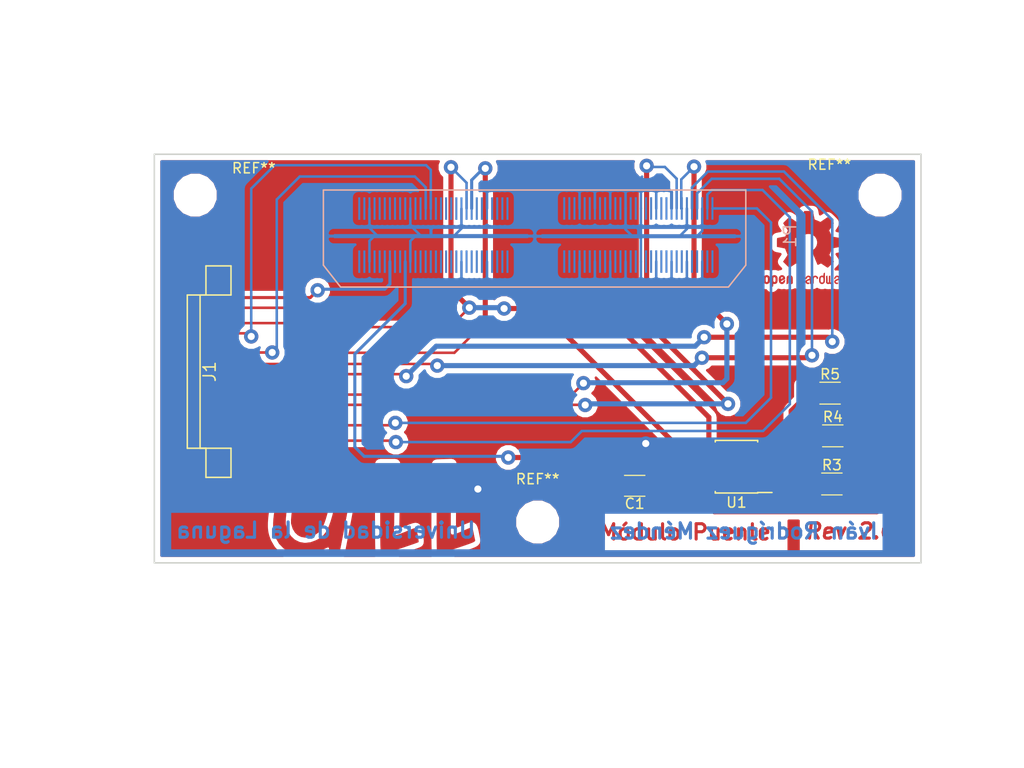
<source format=kicad_pcb>
(kicad_pcb (version 4) (host pcbnew 4.0.7-e2-6376~60~ubuntu17.10.1)

  (general
    (links 70)
    (no_connects 0)
    (area 54.899999 44.899999 155.100001 120.100001)
    (thickness 1.6)
    (drawings 12)
    (tracks 262)
    (zones 0)
    (modules 12)
    (nets 17)
  )

  (page A4)
  (title_block
    (title "Módulo Puente OV5647/IMX219 Vías 1.4/0.7 mm")
    (date 2018-04-05)
    (rev "Rev 1.0")
    (company "Universidad de la Laguna")
    (comment 1 "Iván Rodríguez Méndez")
    (comment 2 "Adaptación multicámara NVIDIA JETSON TX2")
    (comment 3 "Área de Teoría de la Señal y Comunicación")
    (comment 4 "Departamento de Ingeniería Industrial ")
  )

  (layers
    (0 F.Cu signal)
    (31 B.Cu signal)
    (32 B.Adhes user)
    (33 F.Adhes user)
    (34 B.Paste user)
    (35 F.Paste user)
    (36 B.SilkS user)
    (37 F.SilkS user)
    (38 B.Mask user)
    (39 F.Mask user)
    (40 Dwgs.User user)
    (41 Cmts.User user)
    (42 Eco1.User user)
    (43 Eco2.User user)
    (44 Edge.Cuts user)
    (45 Margin user)
    (46 B.CrtYd user)
    (47 F.CrtYd user)
    (48 B.Fab user)
    (49 F.Fab user)
  )

  (setup
    (last_trace_width 0.25)
    (user_trace_width 0.3)
    (user_trace_width 0.4)
    (user_trace_width 0.5)
    (user_trace_width 0.6)
    (user_trace_width 0.7)
    (user_trace_width 0.8)
    (trace_clearance 0.2)
    (zone_clearance 0.508)
    (zone_45_only no)
    (trace_min 0.2)
    (segment_width 0.2)
    (edge_width 0.15)
    (via_size 0.6)
    (via_drill 0.4)
    (via_min_size 0.4)
    (via_min_drill 0.3)
    (user_via 0.6 0.3)
    (user_via 0.8 0.4)
    (user_via 1 0.5)
    (user_via 1.2 0.6)
    (user_via 1.4 0.7)
    (user_via 1.6 0.8)
    (uvia_size 0.3)
    (uvia_drill 0.1)
    (uvias_allowed no)
    (uvia_min_size 0.2)
    (uvia_min_drill 0.1)
    (pcb_text_width 0.3)
    (pcb_text_size 1.5 1.5)
    (mod_edge_width 0.15)
    (mod_text_size 1 1)
    (mod_text_width 0.15)
    (pad_size 19 0.4)
    (pad_drill 0)
    (pad_to_mask_clearance 0.2)
    (aux_axis_origin 55.01894 119.98706)
    (visible_elements FFFFFF7F)
    (pcbplotparams
      (layerselection 0x00000_80000000)
      (usegerberextensions false)
      (excludeedgelayer true)
      (linewidth 0.100000)
      (plotframeref false)
      (viasonmask false)
      (mode 1)
      (useauxorigin false)
      (hpglpennumber 1)
      (hpglpenspeed 20)
      (hpglpendiameter 15)
      (hpglpenoverlay 2)
      (psnegative false)
      (psa4output false)
      (plotreference true)
      (plotvalue true)
      (plotinvisibletext false)
      (padsonsilk false)
      (subtractmaskfromsilk false)
      (outputformat 5)
      (mirror false)
      (drillshape 1)
      (scaleselection 1)
      (outputdirectory Fabricación/SVG/))
  )

  (net 0 "")
  (net 1 GND)
  (net 2 CON_CSI_D1_P)
  (net 3 CON_CSI_D1_N)
  (net 4 CON_CSI_D0_P)
  (net 5 CON_CSI_CLK_P)
  (net 6 CON_CSI_CLK_N)
  (net 7 CAM_I2C_SCL)
  (net 8 CAM_I2C_SDA)
  (net 9 DVDD_CAM_IO_1V8)
  (net 10 "Net-(R3-Pad1)")
  (net 11 "Net-(R4-Pad1)")
  (net 12 "Net-(R5-Pad1)")
  (net 13 CON_CSI_D0_N)
  (net 14 CAM0_MCLK)
  (net 15 CAM0_PWDN)
  (net 16 VDD_3V3_SLP)

  (net_class Default "Esta es la clase de red por defecto."
    (clearance 0.2)
    (trace_width 0.25)
    (via_dia 0.6)
    (via_drill 0.4)
    (uvia_dia 0.3)
    (uvia_drill 0.1)
    (add_net CAM0_MCLK)
    (add_net CAM0_PWDN)
    (add_net CAM_I2C_SCL)
    (add_net CAM_I2C_SDA)
    (add_net CON_CSI_CLK_N)
    (add_net CON_CSI_CLK_P)
    (add_net CON_CSI_D0_N)
    (add_net CON_CSI_D0_P)
    (add_net CON_CSI_D1_N)
    (add_net CON_CSI_D1_P)
    (add_net DVDD_CAM_IO_1V8)
    (add_net GND)
    (add_net "Net-(R3-Pad1)")
    (add_net "Net-(R4-Pad1)")
    (add_net "Net-(R5-Pad1)")
    (add_net VDD_3V3_SLP)
  )

  (module Mounting_Holes:MountingHole_3.2mm_M3 (layer F.Cu) (tedit 5A84300D) (tstamp 5A8C8A69)
    (at 74 64)
    (descr "Mounting Hole 3.2mm, no annular, M3")
    (tags "mounting hole 3.2mm no annular m3")
    (fp_text reference REF** (at 5.7306 -2.6336) (layer F.SilkS)
      (effects (font (size 1 1) (thickness 0.15)))
    )
    (fp_text value MountingHole_3.2mm_M3 (at 5.629 4.4022) (layer F.Fab)
      (effects (font (size 1 1) (thickness 0.15)))
    )
    (fp_circle (center 0 0) (end 3.2 0) (layer Cmts.User) (width 0.15))
    (fp_circle (center 0 0) (end 3.45 0) (layer F.CrtYd) (width 0.05))
    (pad 1 np_thru_hole circle (at 0 0) (size 3.2 3.2) (drill 3.2) (layers *.Cu *.Mask))
  )

  (module Mounting_Holes:MountingHole_3.2mm_M3 (layer F.Cu) (tedit 5A887DFB) (tstamp 5A8C8AB9)
    (at 107.5 96)
    (descr "Mounting Hole 3.2mm, no annular, M3")
    (tags "mounting hole 3.2mm no annular m3")
    (fp_text reference REF** (at 0 -4.2) (layer F.SilkS)
      (effects (font (size 1 1) (thickness 0.15)))
    )
    (fp_text value MountingHole_3.2mm_M3 (at 0.069 5.31044) (layer F.Fab)
      (effects (font (size 1 1) (thickness 0.15)))
    )
    (fp_circle (center 0 0) (end 3.2 0) (layer Cmts.User) (width 0.15))
    (fp_circle (center 0 0) (end 3.45 0) (layer F.CrtYd) (width 0.05))
    (pad 1 np_thru_hole circle (at 0 0) (size 3.2 3.2) (drill 3.2) (layers *.Cu *.Mask))
  )

  (module Mounting_Holes:MountingHole_3.2mm_M3 (layer F.Cu) (tedit 5A8430F6) (tstamp 5A8C8AC6)
    (at 141 64)
    (descr "Mounting Hole 3.2mm, no annular, M3")
    (tags "mounting hole 3.2mm no annular m3")
    (fp_text reference REF** (at -4.9576 -2.9892) (layer F.SilkS)
      (effects (font (size 1 1) (thickness 0.15)))
    )
    (fp_text value MountingHole_3.2mm_M3 (at -6.126 4.5546) (layer F.Fab)
      (effects (font (size 1 1) (thickness 0.15)))
    )
    (fp_circle (center 0 0) (end 3.2 0) (layer Cmts.User) (width 0.15))
    (fp_circle (center 0 0) (end 3.45 0) (layer F.CrtYd) (width 0.05))
    (pad 1 np_thru_hole circle (at 0 0) (size 3.2 3.2) (drill 3.2) (layers *.Cu *.Mask))
  )

  (module Capacitors_SMD:C_1206_HandSoldering (layer F.Cu) (tedit 58AA84D1) (tstamp 5AD6DA34)
    (at 116.9924 92.456 180)
    (descr "Capacitor SMD 1206, hand soldering")
    (tags "capacitor 1206")
    (path /5A8372A7)
    (attr smd)
    (fp_text reference C1 (at 0 -1.75 180) (layer F.SilkS)
      (effects (font (size 1 1) (thickness 0.15)))
    )
    (fp_text value 0.1uF (at 0 2 180) (layer F.Fab)
      (effects (font (size 1 1) (thickness 0.15)))
    )
    (fp_text user %R (at 0 -1.75 180) (layer F.Fab)
      (effects (font (size 1 1) (thickness 0.15)))
    )
    (fp_line (start -1.6 0.8) (end -1.6 -0.8) (layer F.Fab) (width 0.1))
    (fp_line (start 1.6 0.8) (end -1.6 0.8) (layer F.Fab) (width 0.1))
    (fp_line (start 1.6 -0.8) (end 1.6 0.8) (layer F.Fab) (width 0.1))
    (fp_line (start -1.6 -0.8) (end 1.6 -0.8) (layer F.Fab) (width 0.1))
    (fp_line (start 1 -1.02) (end -1 -1.02) (layer F.SilkS) (width 0.12))
    (fp_line (start -1 1.02) (end 1 1.02) (layer F.SilkS) (width 0.12))
    (fp_line (start -3.25 -1.05) (end 3.25 -1.05) (layer F.CrtYd) (width 0.05))
    (fp_line (start -3.25 -1.05) (end -3.25 1.05) (layer F.CrtYd) (width 0.05))
    (fp_line (start 3.25 1.05) (end 3.25 -1.05) (layer F.CrtYd) (width 0.05))
    (fp_line (start 3.25 1.05) (end -3.25 1.05) (layer F.CrtYd) (width 0.05))
    (pad 1 smd rect (at -2 0 180) (size 2 1.6) (layers F.Cu F.Paste F.Mask)
      (net 9 DVDD_CAM_IO_1V8))
    (pad 2 smd rect (at 2 0 180) (size 2 1.6) (layers F.Cu F.Paste F.Mask)
      (net 1 GND))
    (model Capacitors_SMD.3dshapes/C_1206.wrl
      (at (xyz 0 0 0))
      (scale (xyz 1 1 1))
      (rotate (xyz 0 0 0))
    )
  )

  (module Resistors_SMD:R_1206_HandSoldering (layer F.Cu) (tedit 58E0A804) (tstamp 5AD6DB95)
    (at 136.1059 83.3882)
    (descr "Resistor SMD 1206, hand soldering")
    (tags "resistor 1206")
    (path /5A838422)
    (attr smd)
    (fp_text reference R5 (at 0 -1.85) (layer F.SilkS)
      (effects (font (size 1 1) (thickness 0.15)))
    )
    (fp_text value 4,7k (at 0 1.9) (layer F.Fab)
      (effects (font (size 1 1) (thickness 0.15)))
    )
    (fp_text user %R (at 0 0) (layer F.Fab)
      (effects (font (size 0.7 0.7) (thickness 0.105)))
    )
    (fp_line (start -1.6 0.8) (end -1.6 -0.8) (layer F.Fab) (width 0.1))
    (fp_line (start 1.6 0.8) (end -1.6 0.8) (layer F.Fab) (width 0.1))
    (fp_line (start 1.6 -0.8) (end 1.6 0.8) (layer F.Fab) (width 0.1))
    (fp_line (start -1.6 -0.8) (end 1.6 -0.8) (layer F.Fab) (width 0.1))
    (fp_line (start 1 1.07) (end -1 1.07) (layer F.SilkS) (width 0.12))
    (fp_line (start -1 -1.07) (end 1 -1.07) (layer F.SilkS) (width 0.12))
    (fp_line (start -3.25 -1.11) (end 3.25 -1.11) (layer F.CrtYd) (width 0.05))
    (fp_line (start -3.25 -1.11) (end -3.25 1.1) (layer F.CrtYd) (width 0.05))
    (fp_line (start 3.25 1.1) (end 3.25 -1.11) (layer F.CrtYd) (width 0.05))
    (fp_line (start 3.25 1.1) (end -3.25 1.1) (layer F.CrtYd) (width 0.05))
    (pad 1 smd rect (at -2 0) (size 2 1.7) (layers F.Cu F.Paste F.Mask)
      (net 12 "Net-(R5-Pad1)"))
    (pad 2 smd rect (at 2 0) (size 2 1.7) (layers F.Cu F.Paste F.Mask)
      (net 9 DVDD_CAM_IO_1V8))
    (model ${KISYS3DMOD}/Resistors_SMD.3dshapes/R_1206.wrl
      (at (xyz 0 0 0))
      (scale (xyz 1 1 1))
      (rotate (xyz 0 0 0))
    )
  )

  (module Resistors_SMD:R_1206_HandSoldering (layer F.Cu) (tedit 58E0A804) (tstamp 5AD6DB85)
    (at 136.3726 87.5665)
    (descr "Resistor SMD 1206, hand soldering")
    (tags "resistor 1206")
    (path /5A838127)
    (attr smd)
    (fp_text reference R4 (at 0 -1.85) (layer F.SilkS)
      (effects (font (size 1 1) (thickness 0.15)))
    )
    (fp_text value 4,7k (at 0 1.9) (layer F.Fab)
      (effects (font (size 1 1) (thickness 0.15)))
    )
    (fp_text user %R (at 0 0) (layer F.Fab)
      (effects (font (size 0.7 0.7) (thickness 0.105)))
    )
    (fp_line (start -1.6 0.8) (end -1.6 -0.8) (layer F.Fab) (width 0.1))
    (fp_line (start 1.6 0.8) (end -1.6 0.8) (layer F.Fab) (width 0.1))
    (fp_line (start 1.6 -0.8) (end 1.6 0.8) (layer F.Fab) (width 0.1))
    (fp_line (start -1.6 -0.8) (end 1.6 -0.8) (layer F.Fab) (width 0.1))
    (fp_line (start 1 1.07) (end -1 1.07) (layer F.SilkS) (width 0.12))
    (fp_line (start -1 -1.07) (end 1 -1.07) (layer F.SilkS) (width 0.12))
    (fp_line (start -3.25 -1.11) (end 3.25 -1.11) (layer F.CrtYd) (width 0.05))
    (fp_line (start -3.25 -1.11) (end -3.25 1.1) (layer F.CrtYd) (width 0.05))
    (fp_line (start 3.25 1.1) (end 3.25 -1.11) (layer F.CrtYd) (width 0.05))
    (fp_line (start 3.25 1.1) (end -3.25 1.1) (layer F.CrtYd) (width 0.05))
    (pad 1 smd rect (at -2 0) (size 2 1.7) (layers F.Cu F.Paste F.Mask)
      (net 11 "Net-(R4-Pad1)"))
    (pad 2 smd rect (at 2 0) (size 2 1.7) (layers F.Cu F.Paste F.Mask)
      (net 1 GND))
    (model ${KISYS3DMOD}/Resistors_SMD.3dshapes/R_1206.wrl
      (at (xyz 0 0 0))
      (scale (xyz 1 1 1))
      (rotate (xyz 0 0 0))
    )
  )

  (module Resistors_SMD:R_1206_HandSoldering (layer F.Cu) (tedit 58E0A804) (tstamp 5AD6DB75)
    (at 136.2837 92.2782)
    (descr "Resistor SMD 1206, hand soldering")
    (tags "resistor 1206")
    (path /5A838084)
    (attr smd)
    (fp_text reference R3 (at 0 -1.85) (layer F.SilkS)
      (effects (font (size 1 1) (thickness 0.15)))
    )
    (fp_text value 4,7k (at 0 1.9) (layer F.Fab)
      (effects (font (size 1 1) (thickness 0.15)))
    )
    (fp_text user %R (at 0 0) (layer F.Fab)
      (effects (font (size 0.7 0.7) (thickness 0.105)))
    )
    (fp_line (start -1.6 0.8) (end -1.6 -0.8) (layer F.Fab) (width 0.1))
    (fp_line (start 1.6 0.8) (end -1.6 0.8) (layer F.Fab) (width 0.1))
    (fp_line (start 1.6 -0.8) (end 1.6 0.8) (layer F.Fab) (width 0.1))
    (fp_line (start -1.6 -0.8) (end 1.6 -0.8) (layer F.Fab) (width 0.1))
    (fp_line (start 1 1.07) (end -1 1.07) (layer F.SilkS) (width 0.12))
    (fp_line (start -1 -1.07) (end 1 -1.07) (layer F.SilkS) (width 0.12))
    (fp_line (start -3.25 -1.11) (end 3.25 -1.11) (layer F.CrtYd) (width 0.05))
    (fp_line (start -3.25 -1.11) (end -3.25 1.1) (layer F.CrtYd) (width 0.05))
    (fp_line (start 3.25 1.1) (end 3.25 -1.11) (layer F.CrtYd) (width 0.05))
    (fp_line (start 3.25 1.1) (end -3.25 1.1) (layer F.CrtYd) (width 0.05))
    (pad 1 smd rect (at -2 0) (size 2 1.7) (layers F.Cu F.Paste F.Mask)
      (net 10 "Net-(R3-Pad1)"))
    (pad 2 smd rect (at 2 0) (size 2 1.7) (layers F.Cu F.Paste F.Mask)
      (net 1 GND))
    (model ${KISYS3DMOD}/Resistors_SMD.3dshapes/R_1206.wrl
      (at (xyz 0 0 0))
      (scale (xyz 1 1 1))
      (rotate (xyz 0 0 0))
    )
  )

  (module I-PEX-30:Molex-FPC_30 (layer F.Cu) (tedit 0) (tstamp 5AD6DA44)
    (at 73.84796 81.28 90)
    (path /5A8347D5)
    (fp_text reference J1 (at 0 1.55 90) (layer F.SilkS)
      (effects (font (size 1.2 1.2) (thickness 0.15)))
    )
    (fp_text value Conn_01x30 (at 0 2.9 90) (layer F.Fab)
      (effects (font (size 1.2 1.2) (thickness 0.15)))
    )
    (fp_line (start -7.5 -0.625) (end 7.5 -0.625) (layer F.SilkS) (width 0.15))
    (fp_line (start -7.5 0.625) (end 7.5 0.625) (layer F.SilkS) (width 0.15))
    (fp_line (start -7.5 0.625) (end -7.5 3.65) (layer F.SilkS) (width 0.15))
    (fp_line (start 7.5 0.625) (end 7.5 3.65) (layer F.SilkS) (width 0.15))
    (fp_line (start -7.5 3.65) (end -10.35 3.65) (layer F.SilkS) (width 0.15))
    (fp_line (start 7.5 3.65) (end 10.35 3.65) (layer F.SilkS) (width 0.15))
    (fp_line (start -10.35 3.65) (end -10.35 1.2) (layer F.SilkS) (width 0.15))
    (fp_line (start 10.35 3.65) (end 10.35 1.2) (layer F.SilkS) (width 0.15))
    (fp_line (start -10.35 1.2) (end -7.5 1.2) (layer F.SilkS) (width 0.15))
    (fp_line (start 10.35 1.2) (end 7.5 1.2) (layer F.SilkS) (width 0.15))
    (fp_line (start -7.5 1.2) (end -7.5 -0.625) (layer F.SilkS) (width 0.15))
    (fp_line (start 7.5 1.2) (end 7.5 -0.625) (layer F.SilkS) (width 0.15))
    (pad 1 smd rect (at -7.25 0 90) (size 0.2 0.8) (layers F.Cu F.Paste F.Mask)
      (net 1 GND))
    (pad 2 smd rect (at -6.75 0 90) (size 0.2 0.8) (layers F.Cu F.Paste F.Mask)
      (net 1 GND))
    (pad 3 smd rect (at -6.25 0 90) (size 0.2 0.8) (layers F.Cu F.Paste F.Mask)
      (net 13 CON_CSI_D0_N))
    (pad 4 smd rect (at -5.75 0 90) (size 0.2 0.8) (layers F.Cu F.Paste F.Mask)
      (net 13 CON_CSI_D0_N))
    (pad 5 smd rect (at -5.25 0 90) (size 0.2 0.8) (layers F.Cu F.Paste F.Mask)
      (net 4 CON_CSI_D0_P))
    (pad 6 smd rect (at -4.75 0 90) (size 0.2 0.8) (layers F.Cu F.Paste F.Mask)
      (net 4 CON_CSI_D0_P))
    (pad 7 smd rect (at -4.25 0 90) (size 0.2 0.8) (layers F.Cu F.Paste F.Mask)
      (net 1 GND))
    (pad 8 smd rect (at -3.75 0 90) (size 0.2 0.8) (layers F.Cu F.Paste F.Mask)
      (net 1 GND))
    (pad 9 smd rect (at -3.25 0 90) (size 0.2 0.8) (layers F.Cu F.Paste F.Mask)
      (net 3 CON_CSI_D1_N))
    (pad 10 smd rect (at -2.75 0 90) (size 0.2 0.8) (layers F.Cu F.Paste F.Mask)
      (net 3 CON_CSI_D1_N))
    (pad 11 smd rect (at -2.25 0 90) (size 0.2 0.8) (layers F.Cu F.Paste F.Mask)
      (net 2 CON_CSI_D1_P))
    (pad 12 smd rect (at -1.75 0 90) (size 0.2 0.8) (layers F.Cu F.Paste F.Mask)
      (net 2 CON_CSI_D1_P))
    (pad 13 smd rect (at -1.25 0 90) (size 0.2 0.8) (layers F.Cu F.Paste F.Mask)
      (net 1 GND))
    (pad 14 smd rect (at -0.75 0 90) (size 0.2 0.8) (layers F.Cu F.Paste F.Mask)
      (net 1 GND))
    (pad 15 smd rect (at -0.25 0 90) (size 0.2 0.8) (layers F.Cu F.Paste F.Mask)
      (net 6 CON_CSI_CLK_N))
    (pad 16 smd rect (at 0.25 0 90) (size 0.2 0.8) (layers F.Cu F.Paste F.Mask)
      (net 6 CON_CSI_CLK_N))
    (pad 17 smd rect (at 0.75 0 90) (size 0.2 0.8) (layers F.Cu F.Paste F.Mask)
      (net 5 CON_CSI_CLK_P))
    (pad 18 smd rect (at 1.25 0 90) (size 0.2 0.8) (layers F.Cu F.Paste F.Mask)
      (net 5 CON_CSI_CLK_P))
    (pad 19 smd rect (at 1.75 0 90) (size 0.2 0.8) (layers F.Cu F.Paste F.Mask)
      (net 1 GND))
    (pad 20 smd rect (at 2.25 0 90) (size 0.2 0.8) (layers F.Cu F.Paste F.Mask)
      (net 1 GND))
    (pad 21 smd rect (at 2.75 0 90) (size 0.2 0.8) (layers F.Cu F.Paste F.Mask)
      (net 15 CAM0_PWDN))
    (pad 22 smd rect (at 3.25 0 90) (size 0.2 0.8) (layers F.Cu F.Paste F.Mask)
      (net 15 CAM0_PWDN))
    (pad 23 smd rect (at 3.75 0 90) (size 0.2 0.8) (layers F.Cu F.Paste F.Mask)
      (net 14 CAM0_MCLK))
    (pad 24 smd rect (at 4.25 0 90) (size 0.2 0.8) (layers F.Cu F.Paste F.Mask)
      (net 14 CAM0_MCLK))
    (pad 25 smd rect (at 4.75 0 90) (size 0.2 0.8) (layers F.Cu F.Paste F.Mask)
      (net 7 CAM_I2C_SCL))
    (pad 26 smd rect (at 5.25 0 90) (size 0.2 0.8) (layers F.Cu F.Paste F.Mask)
      (net 7 CAM_I2C_SCL))
    (pad 27 smd rect (at 5.75 0 90) (size 0.2 0.8) (layers F.Cu F.Paste F.Mask)
      (net 8 CAM_I2C_SDA))
    (pad 28 smd rect (at 6.25 0 90) (size 0.2 0.8) (layers F.Cu F.Paste F.Mask)
      (net 8 CAM_I2C_SDA))
    (pad 29 smd rect (at 6.75 0 90) (size 0.2 0.8) (layers F.Cu F.Paste F.Mask)
      (net 16 VDD_3V3_SLP))
    (pad 30 smd rect (at 7.25 0 90) (size 0.2 0.8) (layers F.Cu F.Paste F.Mask)
      (net 16 VDD_3V3_SLP))
    (pad 0 smd rect (at -9.15 2.5 90) (size 1.5 2) (layers F.Cu F.Paste F.Mask))
    (pad 0 smd rect (at 9.15 2.5 90) (size 1.5 2) (layers F.Cu F.Paste F.Mask))
    (model "../../../../../home/ivan/tfm_ivan/3D/Modelos FreeCAD/Conectores/Molex 30-p/Molex-30p.wrl"
      (at (xyz 0 0 0))
      (scale (xyz 0.394 0.394 0.394))
      (rotate (xyz -90 0 0))
    )
  )

  (module QTH-060-01-H-D-A:QTH-060-01-H-D-A (layer B.Cu) (tedit 5AD4D8F8) (tstamp 5AD6DAC7)
    (at 107.2 68 180)
    (path /5A8341DF)
    (fp_text reference P1 (at -24.9936 0 450) (layer B.SilkS)
      (effects (font (size 1.2 1.2) (thickness 0.15)) (justify mirror))
    )
    (fp_text value QTH-060-01-H-D-A (at -3.65125 0.05715 360) (layer B.Fab)
      (effects (font (size 1.2 1.2) (thickness 0.15)) (justify mirror))
    )
    (fp_line (start 18.9865 -4.9911) (end 20.6629 -2.8575) (layer B.SilkS) (width 0.15))
    (fp_line (start 20.6629 4.4958) (end 20.6629 -2.8575) (layer B.SilkS) (width 0.15))
    (fp_line (start -20.6629 4.5085) (end -20.6629 -2.8575) (layer B.SilkS) (width 0.15))
    (fp_line (start -20.6629 -2.8575) (end -18.9611 -5) (layer B.SilkS) (width 0.15))
    (fp_line (start -18.9611 -5) (end 18.9611 -5) (layer B.SilkS) (width 0.15))
    (fp_line (start -20.655 4.5) (end 20.655 4.5) (layer B.SilkS) (width 0.15))
    (pad 2 smd rect (at -17.39795 -2.50475) (size 0.2 2.2) (layers B.Cu B.Paste B.Mask))
    (pad 1 smd rect (at -17.39795 2.69525) (size 0.2 2.2) (layers B.Cu B.Paste B.Mask)
      (net 4 CON_CSI_D0_P))
    (pad 4 smd rect (at -16.89795 -2.50475) (size 0.2 2.2) (layers B.Cu B.Paste B.Mask))
    (pad 3 smd rect (at -16.89795 2.69525) (size 0.2 2.2) (layers B.Cu B.Paste B.Mask)
      (net 13 CON_CSI_D0_N))
    (pad 6 smd rect (at -16.39795 -2.50475) (size 0.2 2.2) (layers B.Cu B.Paste B.Mask)
      (net 1 GND))
    (pad 5 smd rect (at -16.39795 2.69525) (size 0.2 2.2) (layers B.Cu B.Paste B.Mask)
      (net 1 GND))
    (pad 8 smd rect (at -15.89795 -2.50475) (size 0.2 2.2) (layers B.Cu B.Paste B.Mask))
    (pad 7 smd rect (at -15.89795 2.69525) (size 0.2 2.2) (layers B.Cu B.Paste B.Mask)
      (net 5 CON_CSI_CLK_P))
    (pad 10 smd rect (at -15.39795 -2.50475) (size 0.2 2.2) (layers B.Cu B.Paste B.Mask))
    (pad 9 smd rect (at -15.39795 2.69525) (size 0.2 2.2) (layers B.Cu B.Paste B.Mask)
      (net 6 CON_CSI_CLK_N))
    (pad 12 smd rect (at -14.89795 -2.50475) (size 0.2 2.2) (layers B.Cu B.Paste B.Mask)
      (net 1 GND))
    (pad 11 smd rect (at -14.89795 2.69525) (size 0.2 2.2) (layers B.Cu B.Paste B.Mask)
      (net 1 GND))
    (pad 14 smd rect (at -14.39795 -2.50475) (size 0.2 2.2) (layers B.Cu B.Paste B.Mask))
    (pad 13 smd rect (at -14.39795 2.69525) (size 0.2 2.2) (layers B.Cu B.Paste B.Mask)
      (net 2 CON_CSI_D1_P))
    (pad 16 smd rect (at -13.89795 -2.50475) (size 0.2 2.2) (layers B.Cu B.Paste B.Mask))
    (pad 15 smd rect (at -13.89795 2.69525) (size 0.2 2.2) (layers B.Cu B.Paste B.Mask)
      (net 3 CON_CSI_D1_N))
    (pad 18 smd rect (at -13.39795 -2.50475) (size 0.2 2.2) (layers B.Cu B.Paste B.Mask)
      (net 1 GND))
    (pad 17 smd rect (at -13.39795 2.69525) (size 0.2 2.2) (layers B.Cu B.Paste B.Mask)
      (net 1 GND))
    (pad 20 smd rect (at -12.89795 -2.50475) (size 0.2 2.2) (layers B.Cu B.Paste B.Mask))
    (pad 19 smd rect (at -12.89795 2.69525) (size 0.2 2.2) (layers B.Cu B.Paste B.Mask))
    (pad 22 smd rect (at -12.39795 -2.50475) (size 0.2 2.2) (layers B.Cu B.Paste B.Mask))
    (pad 21 smd rect (at -12.39795 2.69525) (size 0.2 2.2) (layers B.Cu B.Paste B.Mask))
    (pad 24 smd rect (at -11.89795 -2.50475) (size 0.2 2.2) (layers B.Cu B.Paste B.Mask)
      (net 1 GND))
    (pad 23 smd rect (at -11.89795 2.69525) (size 0.2 2.2) (layers B.Cu B.Paste B.Mask)
      (net 1 GND))
    (pad 26 smd rect (at -11.39795 -2.50475) (size 0.2 2.2) (layers B.Cu B.Paste B.Mask))
    (pad 25 smd rect (at -11.39795 2.69525) (size 0.2 2.2) (layers B.Cu B.Paste B.Mask))
    (pad 28 smd rect (at -10.89795 -2.50475) (size 0.2 2.2) (layers B.Cu B.Paste B.Mask))
    (pad 27 smd rect (at -10.89795 2.69525) (size 0.2 2.2) (layers B.Cu B.Paste B.Mask))
    (pad 30 smd rect (at -10.39795 -2.50475) (size 0.2 2.2) (layers B.Cu B.Paste B.Mask)
      (net 1 GND))
    (pad 29 smd rect (at -10.39795 2.69525) (size 0.2 2.2) (layers B.Cu B.Paste B.Mask)
      (net 1 GND))
    (pad 32 smd rect (at -9.89795 -2.50475) (size 0.2 2.2) (layers B.Cu B.Paste B.Mask))
    (pad 31 smd rect (at -9.89795 2.69525) (size 0.2 2.2) (layers B.Cu B.Paste B.Mask))
    (pad 34 smd rect (at -9.39795 -2.50475) (size 0.2 2.2) (layers B.Cu B.Paste B.Mask))
    (pad 33 smd rect (at -9.39795 2.69525) (size 0.2 2.2) (layers B.Cu B.Paste B.Mask))
    (pad 36 smd rect (at -8.89795 -2.50475) (size 0.2 2.2) (layers B.Cu B.Paste B.Mask)
      (net 1 GND))
    (pad 35 smd rect (at -8.89795 2.69525) (size 0.2 2.2) (layers B.Cu B.Paste B.Mask)
      (net 1 GND))
    (pad 38 smd rect (at -8.39795 -2.50475) (size 0.2 2.2) (layers B.Cu B.Paste B.Mask))
    (pad 37 smd rect (at -8.39795 2.69525) (size 0.2 2.2) (layers B.Cu B.Paste B.Mask))
    (pad 40 smd rect (at -7.89795 -2.50475) (size 0.2 2.2) (layers B.Cu B.Paste B.Mask))
    (pad 39 smd rect (at -7.89795 2.69525) (size 0.2 2.2) (layers B.Cu B.Paste B.Mask))
    (pad 42 smd rect (at -7.39795 -2.50475) (size 0.2 2.2) (layers B.Cu B.Paste B.Mask)
      (net 1 GND))
    (pad 41 smd rect (at -7.39795 2.69525) (size 0.2 2.2) (layers B.Cu B.Paste B.Mask)
      (net 1 GND))
    (pad 44 smd rect (at -6.89795 -2.50475) (size 0.2 2.2) (layers B.Cu B.Paste B.Mask))
    (pad 43 smd rect (at -6.89795 2.69525) (size 0.2 2.2) (layers B.Cu B.Paste B.Mask))
    (pad 46 smd rect (at -6.39795 -2.50475) (size 0.2 2.2) (layers B.Cu B.Paste B.Mask))
    (pad 45 smd rect (at -6.39795 2.69525) (size 0.2 2.2) (layers B.Cu B.Paste B.Mask))
    (pad 48 smd rect (at -5.89795 -2.50475) (size 0.2 2.2) (layers B.Cu B.Paste B.Mask)
      (net 1 GND))
    (pad 47 smd rect (at -5.89795 2.69525) (size 0.2 2.2) (layers B.Cu B.Paste B.Mask)
      (net 1 GND))
    (pad 50 smd rect (at -5.39795 -2.50475) (size 0.2 2.2) (layers B.Cu B.Paste B.Mask))
    (pad 49 smd rect (at -5.39795 2.69525) (size 0.2 2.2) (layers B.Cu B.Paste B.Mask))
    (pad 52 smd rect (at -4.89795 -2.50475) (size 0.2 2.2) (layers B.Cu B.Paste B.Mask))
    (pad 51 smd rect (at -4.89795 2.69525) (size 0.2 2.2) (layers B.Cu B.Paste B.Mask))
    (pad 54 smd rect (at -4.39795 -2.50475) (size 0.2 2.2) (layers B.Cu B.Paste B.Mask)
      (net 1 GND))
    (pad 53 smd rect (at -4.39795 2.69525) (size 0.2 2.2) (layers B.Cu B.Paste B.Mask)
      (net 1 GND))
    (pad 56 smd rect (at -3.89795 -2.50475) (size 0.2 2.2) (layers B.Cu B.Paste B.Mask))
    (pad 55 smd rect (at -3.89795 2.69525) (size 0.2 2.2) (layers B.Cu B.Paste B.Mask))
    (pad 58 smd rect (at -3.39795 -2.50475) (size 0.2 2.2) (layers B.Cu B.Paste B.Mask))
    (pad 57 smd rect (at -3.39795 2.69525) (size 0.2 2.2) (layers B.Cu B.Paste B.Mask))
    (pad 60 smd rect (at -2.89795 -2.50475) (size 0.2 2.2) (layers B.Cu B.Paste B.Mask))
    (pad 59 smd rect (at -2.89795 2.69525) (size 0.2 2.2) (layers B.Cu B.Paste B.Mask))
    (pad 62 smd rect (at 2.65665 -2.51745) (size 0.2 2.2) (layers B.Cu B.Paste B.Mask))
    (pad 61 smd rect (at 2.65665 2.68255) (size 0.2 2.2) (layers B.Cu B.Paste B.Mask))
    (pad 64 smd rect (at 3.15665 -2.51745) (size 0.2 2.2) (layers B.Cu B.Paste B.Mask))
    (pad 63 smd rect (at 3.15665 2.68255) (size 0.2 2.2) (layers B.Cu B.Paste B.Mask))
    (pad 66 smd rect (at 3.65665 -2.51745) (size 0.2 2.2) (layers B.Cu B.Paste B.Mask))
    (pad 65 smd rect (at 3.65665 2.68255) (size 0.2 2.2) (layers B.Cu B.Paste B.Mask))
    (pad 68 smd rect (at 4.15665 -2.51745) (size 0.2 2.2) (layers B.Cu B.Paste B.Mask))
    (pad 67 smd rect (at 4.15665 2.68255) (size 0.2 2.2) (layers B.Cu B.Paste B.Mask))
    (pad 70 smd rect (at 4.65665 -2.51745) (size 0.2 2.2) (layers B.Cu B.Paste B.Mask)
      (net 1 GND))
    (pad 69 smd rect (at 4.65665 2.68255) (size 0.2 2.2) (layers B.Cu B.Paste B.Mask)
      (net 1 GND))
    (pad 72 smd rect (at 5.15665 -2.51745) (size 0.2 2.2) (layers B.Cu B.Paste B.Mask))
    (pad 71 smd rect (at 5.15665 2.68255) (size 0.2 2.2) (layers B.Cu B.Paste B.Mask))
    (pad 74 smd rect (at 5.65665 -2.51745) (size 0.2 2.2) (layers B.Cu B.Paste B.Mask))
    (pad 73 smd rect (at 5.65665 2.68255) (size 0.2 2.2) (layers B.Cu B.Paste B.Mask))
    (pad 76 smd rect (at 6.15665 -2.51745) (size 0.2 2.2) (layers B.Cu B.Paste B.Mask))
    (pad 75 smd rect (at 6.15665 2.68255) (size 0.2 2.2) (layers B.Cu B.Paste B.Mask)
      (net 7 CAM_I2C_SCL))
    (pad 78 smd rect (at 6.65665 -2.51745) (size 0.2 2.2) (layers B.Cu B.Paste B.Mask))
    (pad 77 smd rect (at 6.65665 2.68255) (size 0.2 2.2) (layers B.Cu B.Paste B.Mask)
      (net 8 CAM_I2C_SDA))
    (pad 80 smd rect (at 7.15665 -2.51745) (size 0.2 2.2) (layers B.Cu B.Paste B.Mask)
      (net 1 GND))
    (pad 79 smd rect (at 7.15665 2.68255) (size 0.2 2.2) (layers B.Cu B.Paste B.Mask)
      (net 1 GND))
    (pad 82 smd rect (at 7.65665 -2.51745) (size 0.2 2.2) (layers B.Cu B.Paste B.Mask))
    (pad 81 smd rect (at 7.65665 2.68255) (size 0.2 2.2) (layers B.Cu B.Paste B.Mask))
    (pad 84 smd rect (at 8.15665 -2.51745) (size 0.2 2.2) (layers B.Cu B.Paste B.Mask))
    (pad 83 smd rect (at 8.15665 2.68255) (size 0.2 2.2) (layers B.Cu B.Paste B.Mask))
    (pad 86 smd rect (at 8.65665 -2.51745) (size 0.2 2.2) (layers B.Cu B.Paste B.Mask))
    (pad 85 smd rect (at 8.65665 2.68255) (size 0.2 2.2) (layers B.Cu B.Paste B.Mask))
    (pad 88 smd rect (at 9.15665 -2.51745) (size 0.2 2.2) (layers B.Cu B.Paste B.Mask))
    (pad 87 smd rect (at 9.15665 2.68255) (size 0.2 2.2) (layers B.Cu B.Paste B.Mask))
    (pad 90 smd rect (at 9.65665 -2.51745) (size 0.2 2.2) (layers B.Cu B.Paste B.Mask))
    (pad 89 smd rect (at 9.65665 2.68255) (size 0.2 2.2) (layers B.Cu B.Paste B.Mask))
    (pad 92 smd rect (at 10.15665 -2.51745) (size 0.2 2.2) (layers B.Cu B.Paste B.Mask))
    (pad 91 smd rect (at 10.15665 2.68255) (size 0.2 2.2) (layers B.Cu B.Paste B.Mask)
      (net 14 CAM0_MCLK))
    (pad 94 smd rect (at 10.65665 -2.51745) (size 0.2 2.2) (layers B.Cu B.Paste B.Mask))
    (pad 93 smd rect (at 10.65665 2.68255) (size 0.2 2.2) (layers B.Cu B.Paste B.Mask)
      (net 15 CAM0_PWDN))
    (pad 96 smd rect (at 11.15665 -2.51745) (size 0.2 2.2) (layers B.Cu B.Paste B.Mask))
    (pad 95 smd rect (at 11.15665 2.68255) (size 0.2 2.2) (layers B.Cu B.Paste B.Mask))
    (pad 98 smd rect (at 11.65665 -2.51745) (size 0.2 2.2) (layers B.Cu B.Paste B.Mask))
    (pad 97 smd rect (at 11.65665 2.68255) (size 0.2 2.2) (layers B.Cu B.Paste B.Mask))
    (pad 100 smd rect (at 12.15665 -2.51745) (size 0.2 2.2) (layers B.Cu B.Paste B.Mask)
      (net 1 GND))
    (pad 99 smd rect (at 12.15665 2.68255) (size 0.2 2.2) (layers B.Cu B.Paste B.Mask)
      (net 1 GND))
    (pad 102 smd rect (at 12.65665 -2.51745) (size 0.2 2.2) (layers B.Cu B.Paste B.Mask)
      (net 9 DVDD_CAM_IO_1V8))
    (pad 101 smd rect (at 12.65665 2.68255) (size 0.2 2.2) (layers B.Cu B.Paste B.Mask))
    (pad 104 smd rect (at 13.15665 -2.51745) (size 0.2 2.2) (layers B.Cu B.Paste B.Mask))
    (pad 103 smd rect (at 13.15665 2.68255) (size 0.2 2.2) (layers B.Cu B.Paste B.Mask))
    (pad 106 smd rect (at 13.65665 -2.51745) (size 0.2 2.2) (layers B.Cu B.Paste B.Mask))
    (pad 105 smd rect (at 13.65665 2.68255) (size 0.2 2.2) (layers B.Cu B.Paste B.Mask))
    (pad 108 smd rect (at 14.15665 -2.51745) (size 0.2 2.2) (layers B.Cu B.Paste B.Mask)
      (net 16 VDD_3V3_SLP))
    (pad 107 smd rect (at 14.15665 2.68255) (size 0.2 2.2) (layers B.Cu B.Paste B.Mask))
    (pad 110 smd rect (at 14.65665 -2.51745) (size 0.2 2.2) (layers B.Cu B.Paste B.Mask))
    (pad 109 smd rect (at 14.65665 2.68255) (size 0.2 2.2) (layers B.Cu B.Paste B.Mask))
    (pad 112 smd rect (at 15.15665 -2.51745) (size 0.2 2.2) (layers B.Cu B.Paste B.Mask))
    (pad 111 smd rect (at 15.15665 2.68255) (size 0.2 2.2) (layers B.Cu B.Paste B.Mask))
    (pad 114 smd rect (at 15.65665 -2.51745) (size 0.2 2.2) (layers B.Cu B.Paste B.Mask))
    (pad 113 smd rect (at 15.65665 2.68255) (size 0.2 2.2) (layers B.Cu B.Paste B.Mask))
    (pad 116 smd rect (at 16.15665 -2.51745) (size 0.2 2.2) (layers B.Cu B.Paste B.Mask)
      (net 1 GND))
    (pad 115 smd rect (at 16.15665 2.68255) (size 0.2 2.2) (layers B.Cu B.Paste B.Mask)
      (net 1 GND))
    (pad 118 smd rect (at 16.65665 -2.51745) (size 0.2 2.2) (layers B.Cu B.Paste B.Mask))
    (pad 117 smd rect (at 16.65665 2.68255) (size 0.2 2.2) (layers B.Cu B.Paste B.Mask))
    (pad 120 smd rect (at 17.15665 -2.51745) (size 0.2 2.2) (layers B.Cu B.Paste B.Mask))
    (pad 119 smd rect (at 17.15665 2.68255) (size 0.2 2.2) (layers B.Cu B.Paste B.Mask))
    (pad 0 smd rect (at -10.1727 -0.0254 180) (size 19 0.4) (layers B.Cu B.Paste B.Mask)
      (net 1 GND))
    (pad 0 smd rect (at 10.1346 -0.0127 180) (size 19 0.4) (layers B.Cu B.Paste B.Mask)
      (net 1 GND))
    (model "../../../../../home/ivan/tfm_ivan/3D/Modelos FreeCAD/Conectores/QTH-060-04-F-D-A/QTH-060-01-F-D-A.wrl"
      (at (xyz -0.005 0 0))
      (scale (xyz 10 10 10))
      (rotate (xyz -90 0 0))
    )
    (model "../../../../../home/ivan/tfm_ivan/3D/Modelos FreeCAD/Conectores/QTH-060-04-F-D-A/QTH-060-01-F-D-A.wrl"
      (at (xyz 0 0 0))
      (scale (xyz 1 1 1))
      (rotate (xyz 0 0 0))
    )
  )

  (module Housings_SOIC:SOIC-8_3.9x4.9mm_Pitch1.27mm (layer F.Cu) (tedit 58CD0CDA) (tstamp 5A8C8E2C)
    (at 126.9492 90.5891 180)
    (descr "8-Lead Plastic Small Outline (SN) - Narrow, 3.90 mm Body [SOIC] (see Microchip Packaging Specification 00000049BS.pdf)")
    (tags "SOIC 1.27")
    (path /5A836D8D)
    (attr smd)
    (fp_text reference U1 (at 0 -3.5 180) (layer F.SilkS)
      (effects (font (size 1 1) (thickness 0.15)))
    )
    (fp_text value AT24CS02-MAHM (at 0 3.5 180) (layer F.Fab)
      (effects (font (size 1 1) (thickness 0.15)))
    )
    (fp_text user %R (at 0 0 180) (layer F.Fab)
      (effects (font (size 1 1) (thickness 0.15)))
    )
    (fp_line (start -0.95 -2.45) (end 1.95 -2.45) (layer F.Fab) (width 0.1))
    (fp_line (start 1.95 -2.45) (end 1.95 2.45) (layer F.Fab) (width 0.1))
    (fp_line (start 1.95 2.45) (end -1.95 2.45) (layer F.Fab) (width 0.1))
    (fp_line (start -1.95 2.45) (end -1.95 -1.45) (layer F.Fab) (width 0.1))
    (fp_line (start -1.95 -1.45) (end -0.95 -2.45) (layer F.Fab) (width 0.1))
    (fp_line (start -3.73 -2.7) (end -3.73 2.7) (layer F.CrtYd) (width 0.05))
    (fp_line (start 3.73 -2.7) (end 3.73 2.7) (layer F.CrtYd) (width 0.05))
    (fp_line (start -3.73 -2.7) (end 3.73 -2.7) (layer F.CrtYd) (width 0.05))
    (fp_line (start -3.73 2.7) (end 3.73 2.7) (layer F.CrtYd) (width 0.05))
    (fp_line (start -2.075 -2.575) (end -2.075 -2.525) (layer F.SilkS) (width 0.15))
    (fp_line (start 2.075 -2.575) (end 2.075 -2.43) (layer F.SilkS) (width 0.15))
    (fp_line (start 2.075 2.575) (end 2.075 2.43) (layer F.SilkS) (width 0.15))
    (fp_line (start -2.075 2.575) (end -2.075 2.43) (layer F.SilkS) (width 0.15))
    (fp_line (start -2.075 -2.575) (end 2.075 -2.575) (layer F.SilkS) (width 0.15))
    (fp_line (start -2.075 2.575) (end 2.075 2.575) (layer F.SilkS) (width 0.15))
    (fp_line (start -2.075 -2.525) (end -3.475 -2.525) (layer F.SilkS) (width 0.15))
    (pad 1 smd rect (at -2.7 -1.905 180) (size 1.55 0.6) (layers F.Cu F.Paste F.Mask)
      (net 10 "Net-(R3-Pad1)"))
    (pad 2 smd rect (at -2.7 -0.635 180) (size 1.55 0.6) (layers F.Cu F.Paste F.Mask)
      (net 11 "Net-(R4-Pad1)"))
    (pad 3 smd rect (at -2.7 0.635 180) (size 1.55 0.6) (layers F.Cu F.Paste F.Mask)
      (net 12 "Net-(R5-Pad1)"))
    (pad 4 smd rect (at -2.7 1.905 180) (size 1.55 0.6) (layers F.Cu F.Paste F.Mask)
      (net 1 GND))
    (pad 5 smd rect (at 2.7 1.905 180) (size 1.55 0.6) (layers F.Cu F.Paste F.Mask)
      (net 8 CAM_I2C_SDA))
    (pad 6 smd rect (at 2.7 0.635 180) (size 1.55 0.6) (layers F.Cu F.Paste F.Mask)
      (net 7 CAM_I2C_SCL))
    (pad 7 smd rect (at 2.7 -0.635 180) (size 1.55 0.6) (layers F.Cu F.Paste F.Mask)
      (net 1 GND))
    (pad 8 smd rect (at 2.7 -1.905 180) (size 1.55 0.6) (layers F.Cu F.Paste F.Mask)
      (net 9 DVDD_CAM_IO_1V8))
    (model ${KISYS3DMOD}/Housings_SOIC.3dshapes/SOIC-8_3.9x4.9mm_Pitch1.27mm.wrl
      (at (xyz 0 0 0))
      (scale (xyz 1 1 1))
      (rotate (xyz 0 0 0))
    )
  )

  (module Symbols:OSHW-Logo2_9.8x8mm_Copper (layer F.Cu) (tedit 0) (tstamp 5B183407)
    (at 133.9977 69.2658)
    (descr "Open Source Hardware Symbol")
    (tags "Logo Symbol OSHW")
    (attr virtual)
    (fp_text reference REF*** (at 0 0) (layer F.SilkS) hide
      (effects (font (size 1 1) (thickness 0.15)))
    )
    (fp_text value OSHW-Logo2_9.8x8mm_Copper (at 0.75 0) (layer F.Fab) hide
      (effects (font (size 1 1) (thickness 0.15)))
    )
    (fp_poly (pts (xy -3.231114 2.584505) (xy -3.156461 2.621727) (xy -3.090569 2.690261) (xy -3.072423 2.715648)
      (xy -3.052655 2.748866) (xy -3.039828 2.784945) (xy -3.03249 2.833098) (xy -3.029187 2.902536)
      (xy -3.028462 2.994206) (xy -3.031737 3.11983) (xy -3.043123 3.214154) (xy -3.064959 3.284523)
      (xy -3.099581 3.338286) (xy -3.14933 3.382788) (xy -3.152986 3.385423) (xy -3.202015 3.412377)
      (xy -3.261055 3.425712) (xy -3.336141 3.429) (xy -3.458205 3.429) (xy -3.458256 3.547497)
      (xy -3.459392 3.613492) (xy -3.466314 3.652202) (xy -3.484402 3.675419) (xy -3.519038 3.694933)
      (xy -3.527355 3.69892) (xy -3.56628 3.717603) (xy -3.596417 3.729403) (xy -3.618826 3.730422)
      (xy -3.634567 3.716761) (xy -3.644698 3.684522) (xy -3.650277 3.629804) (xy -3.652365 3.548711)
      (xy -3.652019 3.437344) (xy -3.6503 3.291802) (xy -3.649763 3.248269) (xy -3.647828 3.098205)
      (xy -3.646096 3.000042) (xy -3.458308 3.000042) (xy -3.457252 3.083364) (xy -3.452562 3.13788)
      (xy -3.441949 3.173837) (xy -3.423128 3.201482) (xy -3.41035 3.214965) (xy -3.35811 3.254417)
      (xy -3.311858 3.257628) (xy -3.264133 3.225049) (xy -3.262923 3.223846) (xy -3.243506 3.198668)
      (xy -3.231693 3.164447) (xy -3.225735 3.111748) (xy -3.22388 3.031131) (xy -3.223846 3.013271)
      (xy -3.22833 2.902175) (xy -3.242926 2.825161) (xy -3.26935 2.778147) (xy -3.309317 2.75705)
      (xy -3.332416 2.754923) (xy -3.387238 2.7649) (xy -3.424842 2.797752) (xy -3.447477 2.857857)
      (xy -3.457394 2.949598) (xy -3.458308 3.000042) (xy -3.646096 3.000042) (xy -3.645778 2.98206)
      (xy -3.643127 2.894679) (xy -3.639394 2.830905) (xy -3.634093 2.785582) (xy -3.626742 2.753555)
      (xy -3.616857 2.729668) (xy -3.603954 2.708764) (xy -3.598421 2.700898) (xy -3.525031 2.626595)
      (xy -3.43224 2.584467) (xy -3.324904 2.572722) (xy -3.231114 2.584505)) (layer F.Cu) (width 0.01))
    (fp_poly (pts (xy -1.728336 2.595089) (xy -1.665633 2.631358) (xy -1.622039 2.667358) (xy -1.590155 2.705075)
      (xy -1.56819 2.751199) (xy -1.554351 2.812421) (xy -1.546847 2.895431) (xy -1.543883 3.006919)
      (xy -1.543539 3.087062) (xy -1.543539 3.382065) (xy -1.709615 3.456515) (xy -1.719385 3.133402)
      (xy -1.723421 3.012729) (xy -1.727656 2.925141) (xy -1.732903 2.86465) (xy -1.739975 2.825268)
      (xy -1.749689 2.801007) (xy -1.762856 2.78588) (xy -1.767081 2.782606) (xy -1.831091 2.757034)
      (xy -1.895792 2.767153) (xy -1.934308 2.794) (xy -1.949975 2.813024) (xy -1.96082 2.837988)
      (xy -1.967712 2.875834) (xy -1.971521 2.933502) (xy -1.973117 3.017935) (xy -1.973385 3.105928)
      (xy -1.973437 3.216323) (xy -1.975328 3.294463) (xy -1.981655 3.347165) (xy -1.995017 3.381242)
      (xy -2.018015 3.403511) (xy -2.053246 3.420787) (xy -2.100303 3.438738) (xy -2.151697 3.458278)
      (xy -2.145579 3.111485) (xy -2.143116 2.986468) (xy -2.140233 2.894082) (xy -2.136102 2.827881)
      (xy -2.129893 2.78142) (xy -2.120774 2.748256) (xy -2.107917 2.721944) (xy -2.092416 2.698729)
      (xy -2.017629 2.624569) (xy -1.926372 2.581684) (xy -1.827117 2.571412) (xy -1.728336 2.595089)) (layer F.Cu) (width 0.01))
    (fp_poly (pts (xy -3.983114 2.587256) (xy -3.891536 2.635409) (xy -3.823951 2.712905) (xy -3.799943 2.762727)
      (xy -3.781262 2.837533) (xy -3.771699 2.932052) (xy -3.770792 3.03521) (xy -3.778079 3.135935)
      (xy -3.793097 3.223153) (xy -3.815385 3.285791) (xy -3.822235 3.296579) (xy -3.903368 3.377105)
      (xy -3.999734 3.425336) (xy -4.104299 3.43945) (xy -4.210032 3.417629) (xy -4.239457 3.404547)
      (xy -4.296759 3.364231) (xy -4.34705 3.310775) (xy -4.351803 3.303995) (xy -4.371122 3.271321)
      (xy -4.383892 3.236394) (xy -4.391436 3.190414) (xy -4.395076 3.124584) (xy -4.396135 3.030105)
      (xy -4.396154 3.008923) (xy -4.396106 3.002182) (xy -4.200769 3.002182) (xy -4.199632 3.091349)
      (xy -4.195159 3.15052) (xy -4.185754 3.188741) (xy -4.169824 3.215053) (xy -4.161692 3.223846)
      (xy -4.114942 3.257261) (xy -4.069553 3.255737) (xy -4.02366 3.226752) (xy -3.996288 3.195809)
      (xy -3.980077 3.150643) (xy -3.970974 3.07942) (xy -3.970349 3.071114) (xy -3.968796 2.942037)
      (xy -3.985035 2.846172) (xy -4.018848 2.784107) (xy -4.070016 2.756432) (xy -4.08828 2.754923)
      (xy -4.13624 2.762513) (xy -4.169047 2.788808) (xy -4.189105 2.839095) (xy -4.198822 2.918664)
      (xy -4.200769 3.002182) (xy -4.396106 3.002182) (xy -4.395426 2.908249) (xy -4.392371 2.837906)
      (xy -4.385678 2.789163) (xy -4.37404 2.753288) (xy -4.356147 2.721548) (xy -4.352192 2.715648)
      (xy -4.285733 2.636104) (xy -4.213315 2.589929) (xy -4.125151 2.571599) (xy -4.095213 2.570703)
      (xy -3.983114 2.587256)) (layer F.Cu) (width 0.01))
    (fp_poly (pts (xy -2.465746 2.599745) (xy -2.388714 2.651567) (xy -2.329184 2.726412) (xy -2.293622 2.821654)
      (xy -2.286429 2.891756) (xy -2.287246 2.921009) (xy -2.294086 2.943407) (xy -2.312888 2.963474)
      (xy -2.349592 2.985733) (xy -2.410138 3.014709) (xy -2.500466 3.054927) (xy -2.500923 3.055129)
      (xy -2.584067 3.09321) (xy -2.652247 3.127025) (xy -2.698495 3.152933) (xy -2.715842 3.167295)
      (xy -2.715846 3.167411) (xy -2.700557 3.198685) (xy -2.664804 3.233157) (xy -2.623758 3.25799)
      (xy -2.602963 3.262923) (xy -2.54623 3.245862) (xy -2.497373 3.203133) (xy -2.473535 3.156155)
      (xy -2.450603 3.121522) (xy -2.405682 3.082081) (xy -2.352877 3.048009) (xy -2.30629 3.02948)
      (xy -2.296548 3.028462) (xy -2.285582 3.045215) (xy -2.284921 3.088039) (xy -2.29298 3.145781)
      (xy -2.308173 3.207289) (xy -2.328914 3.261409) (xy -2.329962 3.26351) (xy -2.392379 3.35066)
      (xy -2.473274 3.409939) (xy -2.565144 3.439034) (xy -2.660487 3.435634) (xy -2.751802 3.397428)
      (xy -2.755862 3.394741) (xy -2.827694 3.329642) (xy -2.874927 3.244705) (xy -2.901066 3.133021)
      (xy -2.904574 3.101643) (xy -2.910787 2.953536) (xy -2.903339 2.884468) (xy -2.715846 2.884468)
      (xy -2.71341 2.927552) (xy -2.700086 2.940126) (xy -2.666868 2.930719) (xy -2.614506 2.908483)
      (xy -2.555976 2.88061) (xy -2.554521 2.879872) (xy -2.504911 2.853777) (xy -2.485 2.836363)
      (xy -2.48991 2.818107) (xy -2.510584 2.79412) (xy -2.563181 2.759406) (xy -2.619823 2.756856)
      (xy -2.670631 2.782119) (xy -2.705724 2.830847) (xy -2.715846 2.884468) (xy -2.903339 2.884468)
      (xy -2.898008 2.835036) (xy -2.865222 2.741055) (xy -2.819579 2.675215) (xy -2.737198 2.608681)
      (xy -2.646454 2.575676) (xy -2.553815 2.573573) (xy -2.465746 2.599745)) (layer F.Cu) (width 0.01))
    (fp_poly (pts (xy -0.840154 2.49212) (xy -0.834428 2.57198) (xy -0.827851 2.619039) (xy -0.818738 2.639566)
      (xy -0.805402 2.639829) (xy -0.801077 2.637378) (xy -0.743556 2.619636) (xy -0.668732 2.620672)
      (xy -0.592661 2.63891) (xy -0.545082 2.662505) (xy -0.496298 2.700198) (xy -0.460636 2.742855)
      (xy -0.436155 2.797057) (xy -0.420913 2.869384) (xy -0.41297 2.966419) (xy -0.410384 3.094742)
      (xy -0.410338 3.119358) (xy -0.410308 3.39587) (xy -0.471839 3.41732) (xy -0.515541 3.431912)
      (xy -0.539518 3.438706) (xy -0.540223 3.438769) (xy -0.542585 3.420345) (xy -0.544594 3.369526)
      (xy -0.546099 3.292993) (xy -0.546947 3.19743) (xy -0.547077 3.139329) (xy -0.547349 3.024771)
      (xy -0.548748 2.942667) (xy -0.552151 2.886393) (xy -0.558433 2.849326) (xy -0.568471 2.824844)
      (xy -0.583139 2.806325) (xy -0.592298 2.797406) (xy -0.655211 2.761466) (xy -0.723864 2.758775)
      (xy -0.786152 2.78917) (xy -0.797671 2.800144) (xy -0.814567 2.820779) (xy -0.826286 2.845256)
      (xy -0.833767 2.880647) (xy -0.837946 2.934026) (xy -0.839763 3.012466) (xy -0.840154 3.120617)
      (xy -0.840154 3.39587) (xy -0.901685 3.41732) (xy -0.945387 3.431912) (xy -0.969364 3.438706)
      (xy -0.97007 3.438769) (xy -0.971874 3.420069) (xy -0.9735 3.367322) (xy -0.974883 3.285557)
      (xy -0.975958 3.179805) (xy -0.97666 3.055094) (xy -0.976923 2.916455) (xy -0.976923 2.381806)
      (xy -0.849923 2.328236) (xy -0.840154 2.49212)) (layer F.Cu) (width 0.01))
    (fp_poly (pts (xy 0.053501 2.626303) (xy 0.13006 2.654733) (xy 0.130936 2.655279) (xy 0.178285 2.690127)
      (xy 0.213241 2.730852) (xy 0.237825 2.783925) (xy 0.254062 2.855814) (xy 0.263975 2.952992)
      (xy 0.269586 3.081928) (xy 0.270077 3.100298) (xy 0.277141 3.377287) (xy 0.217695 3.408028)
      (xy 0.174681 3.428802) (xy 0.14871 3.438646) (xy 0.147509 3.438769) (xy 0.143014 3.420606)
      (xy 0.139444 3.371612) (xy 0.137248 3.300031) (xy 0.136769 3.242068) (xy 0.136758 3.14817)
      (xy 0.132466 3.089203) (xy 0.117503 3.061079) (xy 0.085482 3.059706) (xy 0.030014 3.080998)
      (xy -0.053731 3.120136) (xy -0.115311 3.152643) (xy -0.146983 3.180845) (xy -0.156294 3.211582)
      (xy -0.156308 3.213104) (xy -0.140943 3.266054) (xy -0.095453 3.29466) (xy -0.025834 3.298803)
      (xy 0.024313 3.298084) (xy 0.050754 3.312527) (xy 0.067243 3.347218) (xy 0.076733 3.391416)
      (xy 0.063057 3.416493) (xy 0.057907 3.420082) (xy 0.009425 3.434496) (xy -0.058469 3.436537)
      (xy -0.128388 3.426983) (xy -0.177932 3.409522) (xy -0.24643 3.351364) (xy -0.285366 3.270408)
      (xy -0.293077 3.20716) (xy -0.287193 3.150111) (xy -0.265899 3.103542) (xy -0.223735 3.062181)
      (xy -0.155241 3.020755) (xy -0.054956 2.973993) (xy -0.048846 2.97135) (xy 0.04149 2.929617)
      (xy 0.097235 2.895391) (xy 0.121129 2.864635) (xy 0.115913 2.833311) (xy 0.084328 2.797383)
      (xy 0.074883 2.789116) (xy 0.011617 2.757058) (xy -0.053936 2.758407) (xy -0.111028 2.789838)
      (xy -0.148907 2.848024) (xy -0.152426 2.859446) (xy -0.1867 2.914837) (xy -0.230191 2.941518)
      (xy -0.293077 2.96796) (xy -0.293077 2.899548) (xy -0.273948 2.80011) (xy -0.217169 2.708902)
      (xy -0.187622 2.678389) (xy -0.120458 2.639228) (xy -0.035044 2.6215) (xy 0.053501 2.626303)) (layer F.Cu) (width 0.01))
    (fp_poly (pts (xy 0.713362 2.62467) (xy 0.802117 2.657421) (xy 0.874022 2.71535) (xy 0.902144 2.756128)
      (xy 0.932802 2.830954) (xy 0.932165 2.885058) (xy 0.899987 2.921446) (xy 0.888081 2.927633)
      (xy 0.836675 2.946925) (xy 0.810422 2.941982) (xy 0.80153 2.909587) (xy 0.801077 2.891692)
      (xy 0.784797 2.825859) (xy 0.742365 2.779807) (xy 0.683388 2.757564) (xy 0.617475 2.763161)
      (xy 0.563895 2.792229) (xy 0.545798 2.80881) (xy 0.532971 2.828925) (xy 0.524306 2.859332)
      (xy 0.518696 2.906788) (xy 0.515035 2.97805) (xy 0.512215 3.079875) (xy 0.511484 3.112115)
      (xy 0.50882 3.22241) (xy 0.505792 3.300036) (xy 0.50125 3.351396) (xy 0.494046 3.38289)
      (xy 0.483033 3.40092) (xy 0.46706 3.411888) (xy 0.456834 3.416733) (xy 0.413406 3.433301)
      (xy 0.387842 3.438769) (xy 0.379395 3.420507) (xy 0.374239 3.365296) (xy 0.372346 3.272499)
      (xy 0.373689 3.141478) (xy 0.374107 3.121269) (xy 0.377058 3.001733) (xy 0.380548 2.914449)
      (xy 0.385514 2.852591) (xy 0.392893 2.809336) (xy 0.403624 2.77786) (xy 0.418645 2.751339)
      (xy 0.426502 2.739975) (xy 0.471553 2.689692) (xy 0.52194 2.650581) (xy 0.528108 2.647167)
      (xy 0.618458 2.620212) (xy 0.713362 2.62467)) (layer F.Cu) (width 0.01))
    (fp_poly (pts (xy 1.602081 2.780289) (xy 1.601833 2.92632) (xy 1.600872 3.038655) (xy 1.598794 3.122678)
      (xy 1.595193 3.183769) (xy 1.589665 3.227309) (xy 1.581804 3.258679) (xy 1.571207 3.283262)
      (xy 1.563182 3.297294) (xy 1.496728 3.373388) (xy 1.41247 3.421084) (xy 1.319249 3.438199)
      (xy 1.2259 3.422546) (xy 1.170312 3.394418) (xy 1.111957 3.34576) (xy 1.072186 3.286333)
      (xy 1.04819 3.208507) (xy 1.037161 3.104652) (xy 1.035599 3.028462) (xy 1.035809 3.022986)
      (xy 1.172308 3.022986) (xy 1.173141 3.110355) (xy 1.176961 3.168192) (xy 1.185746 3.206029)
      (xy 1.201474 3.233398) (xy 1.220266 3.254042) (xy 1.283375 3.29389) (xy 1.351137 3.297295)
      (xy 1.415179 3.264025) (xy 1.420164 3.259517) (xy 1.441439 3.236067) (xy 1.454779 3.208166)
      (xy 1.462001 3.166641) (xy 1.464923 3.102316) (xy 1.465385 3.0312) (xy 1.464383 2.941858)
      (xy 1.460238 2.882258) (xy 1.451236 2.843089) (xy 1.435667 2.81504) (xy 1.422902 2.800144)
      (xy 1.3636 2.762575) (xy 1.295301 2.758057) (xy 1.23011 2.786753) (xy 1.217528 2.797406)
      (xy 1.196111 2.821063) (xy 1.182744 2.849251) (xy 1.175566 2.891245) (xy 1.172719 2.956319)
      (xy 1.172308 3.022986) (xy 1.035809 3.022986) (xy 1.040322 2.905765) (xy 1.056362 2.813577)
      (xy 1.086528 2.744269) (xy 1.133629 2.690211) (xy 1.170312 2.662505) (xy 1.23699 2.632572)
      (xy 1.314272 2.618678) (xy 1.38611 2.622397) (xy 1.426308 2.6374) (xy 1.442082 2.64167)
      (xy 1.45255 2.62575) (xy 1.459856 2.583089) (xy 1.465385 2.518106) (xy 1.471437 2.445732)
      (xy 1.479844 2.402187) (xy 1.495141 2.377287) (xy 1.521864 2.360845) (xy 1.538654 2.353564)
      (xy 1.602154 2.326963) (xy 1.602081 2.780289)) (layer F.Cu) (width 0.01))
    (fp_poly (pts (xy 2.395929 2.636662) (xy 2.398911 2.688068) (xy 2.401247 2.766192) (xy 2.402749 2.864857)
      (xy 2.403231 2.968343) (xy 2.403231 3.318533) (xy 2.341401 3.380363) (xy 2.298793 3.418462)
      (xy 2.26139 3.433895) (xy 2.21027 3.432918) (xy 2.189978 3.430433) (xy 2.126554 3.4232)
      (xy 2.074095 3.419055) (xy 2.061308 3.418672) (xy 2.018199 3.421176) (xy 1.956544 3.427462)
      (xy 1.932638 3.430433) (xy 1.873922 3.435028) (xy 1.834464 3.425046) (xy 1.795338 3.394228)
      (xy 1.781215 3.380363) (xy 1.719385 3.318533) (xy 1.719385 2.663503) (xy 1.76915 2.640829)
      (xy 1.812002 2.624034) (xy 1.837073 2.618154) (xy 1.843501 2.636736) (xy 1.849509 2.688655)
      (xy 1.854697 2.768172) (xy 1.858664 2.869546) (xy 1.860577 2.955192) (xy 1.865923 3.292231)
      (xy 1.91256 3.298825) (xy 1.954976 3.294214) (xy 1.97576 3.279287) (xy 1.98157 3.251377)
      (xy 1.98653 3.191925) (xy 1.990246 3.108466) (xy 1.992324 3.008532) (xy 1.992624 2.957104)
      (xy 1.992923 2.661054) (xy 2.054454 2.639604) (xy 2.098004 2.62502) (xy 2.121694 2.618219)
      (xy 2.122377 2.618154) (xy 2.124754 2.636642) (xy 2.127366 2.687906) (xy 2.129995 2.765649)
      (xy 2.132421 2.863574) (xy 2.134115 2.955192) (xy 2.139461 3.292231) (xy 2.256692 3.292231)
      (xy 2.262072 2.984746) (xy 2.267451 2.677261) (xy 2.324601 2.647707) (xy 2.366797 2.627413)
      (xy 2.39177 2.618204) (xy 2.392491 2.618154) (xy 2.395929 2.636662)) (layer F.Cu) (width 0.01))
    (fp_poly (pts (xy 2.887333 2.633528) (xy 2.94359 2.659117) (xy 2.987747 2.690124) (xy 3.020101 2.724795)
      (xy 3.042438 2.76952) (xy 3.056546 2.830692) (xy 3.064211 2.914701) (xy 3.06722 3.02794)
      (xy 3.067538 3.102509) (xy 3.067538 3.39342) (xy 3.017773 3.416095) (xy 2.978576 3.432667)
      (xy 2.959157 3.438769) (xy 2.955442 3.42061) (xy 2.952495 3.371648) (xy 2.950691 3.300153)
      (xy 2.950308 3.243385) (xy 2.948661 3.161371) (xy 2.944222 3.096309) (xy 2.93774 3.056467)
      (xy 2.93259 3.048) (xy 2.897977 3.056646) (xy 2.84364 3.078823) (xy 2.780722 3.108886)
      (xy 2.720368 3.141192) (xy 2.673721 3.170098) (xy 2.651926 3.189961) (xy 2.651839 3.190175)
      (xy 2.653714 3.226935) (xy 2.670525 3.262026) (xy 2.700039 3.290528) (xy 2.743116 3.300061)
      (xy 2.779932 3.29895) (xy 2.832074 3.298133) (xy 2.859444 3.310349) (xy 2.875882 3.342624)
      (xy 2.877955 3.34871) (xy 2.885081 3.394739) (xy 2.866024 3.422687) (xy 2.816353 3.436007)
      (xy 2.762697 3.43847) (xy 2.666142 3.42021) (xy 2.616159 3.394131) (xy 2.554429 3.332868)
      (xy 2.52169 3.25767) (xy 2.518753 3.178211) (xy 2.546424 3.104167) (xy 2.588047 3.057769)
      (xy 2.629604 3.031793) (xy 2.694922 2.998907) (xy 2.771038 2.965557) (xy 2.783726 2.960461)
      (xy 2.867333 2.923565) (xy 2.91553 2.891046) (xy 2.93103 2.858718) (xy 2.91655 2.822394)
      (xy 2.891692 2.794) (xy 2.832939 2.759039) (xy 2.768293 2.756417) (xy 2.709008 2.783358)
      (xy 2.666339 2.837088) (xy 2.660739 2.85095) (xy 2.628133 2.901936) (xy 2.58053 2.939787)
      (xy 2.520461 2.97085) (xy 2.520461 2.882768) (xy 2.523997 2.828951) (xy 2.539156 2.786534)
      (xy 2.572768 2.741279) (xy 2.605035 2.70642) (xy 2.655209 2.657062) (xy 2.694193 2.630547)
      (xy 2.736064 2.619911) (xy 2.78346 2.618154) (xy 2.887333 2.633528)) (layer F.Cu) (width 0.01))
    (fp_poly (pts (xy 3.570807 2.636782) (xy 3.594161 2.646988) (xy 3.649902 2.691134) (xy 3.697569 2.754967)
      (xy 3.727048 2.823087) (xy 3.731846 2.85667) (xy 3.71576 2.903556) (xy 3.680475 2.928365)
      (xy 3.642644 2.943387) (xy 3.625321 2.946155) (xy 3.616886 2.926066) (xy 3.60023 2.882351)
      (xy 3.592923 2.862598) (xy 3.551948 2.794271) (xy 3.492622 2.760191) (xy 3.416552 2.761239)
      (xy 3.410918 2.762581) (xy 3.370305 2.781836) (xy 3.340448 2.819375) (xy 3.320055 2.879809)
      (xy 3.307836 2.967751) (xy 3.3025 3.087813) (xy 3.302 3.151698) (xy 3.301752 3.252403)
      (xy 3.300126 3.321054) (xy 3.295801 3.364673) (xy 3.287454 3.390282) (xy 3.273765 3.404903)
      (xy 3.253411 3.415558) (xy 3.252234 3.416095) (xy 3.213038 3.432667) (xy 3.193619 3.438769)
      (xy 3.190635 3.420319) (xy 3.188081 3.369323) (xy 3.18614 3.292308) (xy 3.184997 3.195805)
      (xy 3.184769 3.125184) (xy 3.185932 2.988525) (xy 3.190479 2.884851) (xy 3.199999 2.808108)
      (xy 3.216081 2.752246) (xy 3.240313 2.711212) (xy 3.274286 2.678954) (xy 3.307833 2.65644)
      (xy 3.388499 2.626476) (xy 3.482381 2.619718) (xy 3.570807 2.636782)) (layer F.Cu) (width 0.01))
    (fp_poly (pts (xy 4.245224 2.647838) (xy 4.322528 2.698361) (xy 4.359814 2.74359) (xy 4.389353 2.825663)
      (xy 4.391699 2.890607) (xy 4.386385 2.977445) (xy 4.186115 3.065103) (xy 4.088739 3.109887)
      (xy 4.025113 3.145913) (xy 3.992029 3.177117) (xy 3.98628 3.207436) (xy 4.004658 3.240805)
      (xy 4.024923 3.262923) (xy 4.083889 3.298393) (xy 4.148024 3.300879) (xy 4.206926 3.273235)
      (xy 4.250197 3.21832) (xy 4.257936 3.198928) (xy 4.295006 3.138364) (xy 4.337654 3.112552)
      (xy 4.396154 3.090471) (xy 4.396154 3.174184) (xy 4.390982 3.23115) (xy 4.370723 3.279189)
      (xy 4.328262 3.334346) (xy 4.321951 3.341514) (xy 4.27472 3.390585) (xy 4.234121 3.41692)
      (xy 4.183328 3.429035) (xy 4.14122 3.433003) (xy 4.065902 3.433991) (xy 4.012286 3.421466)
      (xy 3.978838 3.402869) (xy 3.926268 3.361975) (xy 3.889879 3.317748) (xy 3.86685 3.262126)
      (xy 3.854359 3.187047) (xy 3.849587 3.084449) (xy 3.849206 3.032376) (xy 3.850501 2.969948)
      (xy 3.968471 2.969948) (xy 3.969839 3.003438) (xy 3.973249 3.008923) (xy 3.995753 3.001472)
      (xy 4.044182 2.981753) (xy 4.108908 2.953718) (xy 4.122443 2.947692) (xy 4.204244 2.906096)
      (xy 4.249312 2.869538) (xy 4.259217 2.835296) (xy 4.235526 2.800648) (xy 4.21596 2.785339)
      (xy 4.14536 2.754721) (xy 4.07928 2.75978) (xy 4.023959 2.797151) (xy 3.985636 2.863473)
      (xy 3.973349 2.916116) (xy 3.968471 2.969948) (xy 3.850501 2.969948) (xy 3.85173 2.91072)
      (xy 3.861032 2.82071) (xy 3.87946 2.755167) (xy 3.90936 2.706912) (xy 3.95308 2.668767)
      (xy 3.972141 2.65644) (xy 4.058726 2.624336) (xy 4.153522 2.622316) (xy 4.245224 2.647838)) (layer F.Cu) (width 0.01))
    (fp_poly (pts (xy 0.139878 -3.712224) (xy 0.245612 -3.711645) (xy 0.322132 -3.710078) (xy 0.374372 -3.707028)
      (xy 0.407263 -3.702004) (xy 0.425737 -3.694511) (xy 0.434727 -3.684056) (xy 0.439163 -3.670147)
      (xy 0.439594 -3.668346) (xy 0.446333 -3.635855) (xy 0.458808 -3.571748) (xy 0.475719 -3.482849)
      (xy 0.495771 -3.375981) (xy 0.517664 -3.257967) (xy 0.518429 -3.253822) (xy 0.540359 -3.138169)
      (xy 0.560877 -3.035986) (xy 0.578659 -2.953402) (xy 0.592381 -2.896544) (xy 0.600718 -2.871542)
      (xy 0.601116 -2.871099) (xy 0.625677 -2.85889) (xy 0.676315 -2.838544) (xy 0.742095 -2.814455)
      (xy 0.742461 -2.814326) (xy 0.825317 -2.783182) (xy 0.923 -2.743509) (xy 1.015077 -2.703619)
      (xy 1.019434 -2.701647) (xy 1.169407 -2.63358) (xy 1.501498 -2.860361) (xy 1.603374 -2.929496)
      (xy 1.695657 -2.991303) (xy 1.773003 -3.042267) (xy 1.830064 -3.078873) (xy 1.861495 -3.097606)
      (xy 1.864479 -3.098996) (xy 1.887321 -3.09281) (xy 1.929982 -3.062965) (xy 1.994128 -3.008053)
      (xy 2.081421 -2.926666) (xy 2.170535 -2.840078) (xy 2.256441 -2.754753) (xy 2.333327 -2.676892)
      (xy 2.396564 -2.611303) (xy 2.441523 -2.562795) (xy 2.463576 -2.536175) (xy 2.464396 -2.534805)
      (xy 2.466834 -2.516537) (xy 2.45765 -2.486705) (xy 2.434574 -2.441279) (xy 2.395337 -2.37623)
      (xy 2.33767 -2.28753) (xy 2.260795 -2.173343) (xy 2.19257 -2.072838) (xy 2.131582 -1.982697)
      (xy 2.081356 -1.908151) (xy 2.045416 -1.854435) (xy 2.027287 -1.826782) (xy 2.026146 -1.824905)
      (xy 2.028359 -1.79841) (xy 2.045138 -1.746914) (xy 2.073142 -1.680149) (xy 2.083122 -1.658828)
      (xy 2.126672 -1.563841) (xy 2.173134 -1.456063) (xy 2.210877 -1.362808) (xy 2.238073 -1.293594)
      (xy 2.259675 -1.240994) (xy 2.272158 -1.213503) (xy 2.273709 -1.211384) (xy 2.296668 -1.207876)
      (xy 2.350786 -1.198262) (xy 2.428868 -1.183911) (xy 2.523719 -1.166193) (xy 2.628143 -1.146475)
      (xy 2.734944 -1.126126) (xy 2.836926 -1.106514) (xy 2.926894 -1.089009) (xy 2.997653 -1.074978)
      (xy 3.042006 -1.065791) (xy 3.052885 -1.063193) (xy 3.064122 -1.056782) (xy 3.072605 -1.042303)
      (xy 3.078714 -1.014867) (xy 3.082832 -0.969589) (xy 3.085341 -0.90158) (xy 3.086621 -0.805953)
      (xy 3.087054 -0.67782) (xy 3.087077 -0.625299) (xy 3.087077 -0.198155) (xy 2.9845 -0.177909)
      (xy 2.927431 -0.16693) (xy 2.842269 -0.150905) (xy 2.739372 -0.131767) (xy 2.629096 -0.111449)
      (xy 2.598615 -0.105868) (xy 2.496855 -0.086083) (xy 2.408205 -0.066627) (xy 2.340108 -0.049303)
      (xy 2.300004 -0.035912) (xy 2.293323 -0.031921) (xy 2.276919 -0.003658) (xy 2.253399 0.051109)
      (xy 2.227316 0.121588) (xy 2.222142 0.136769) (xy 2.187956 0.230896) (xy 2.145523 0.337101)
      (xy 2.103997 0.432473) (xy 2.103792 0.432916) (xy 2.03464 0.582525) (xy 2.489512 1.251617)
      (xy 2.1975 1.544116) (xy 2.10918 1.63117) (xy 2.028625 1.707909) (xy 1.96036 1.770237)
      (xy 1.908908 1.814056) (xy 1.878794 1.83527) (xy 1.874474 1.836616) (xy 1.849111 1.826016)
      (xy 1.797358 1.796547) (xy 1.724868 1.751705) (xy 1.637294 1.694984) (xy 1.542612 1.631462)
      (xy 1.446516 1.566668) (xy 1.360837 1.510287) (xy 1.291016 1.465788) (xy 1.242494 1.436639)
      (xy 1.220782 1.426308) (xy 1.194293 1.43505) (xy 1.144062 1.458087) (xy 1.080451 1.490631)
      (xy 1.073708 1.494249) (xy 0.988046 1.53721) (xy 0.929306 1.558279) (xy 0.892772 1.558503)
      (xy 0.873731 1.538928) (xy 0.87362 1.538654) (xy 0.864102 1.515472) (xy 0.841403 1.460441)
      (xy 0.807282 1.377822) (xy 0.7635 1.271872) (xy 0.711816 1.146852) (xy 0.653992 1.00702)
      (xy 0.597991 0.871637) (xy 0.536447 0.722234) (xy 0.479939 0.583832) (xy 0.430161 0.460673)
      (xy 0.388806 0.357002) (xy 0.357568 0.277059) (xy 0.338141 0.225088) (xy 0.332154 0.205692)
      (xy 0.347168 0.183443) (xy 0.386439 0.147982) (xy 0.438807 0.108887) (xy 0.587941 -0.014755)
      (xy 0.704511 -0.156478) (xy 0.787118 -0.313296) (xy 0.834366 -0.482225) (xy 0.844857 -0.660278)
      (xy 0.837231 -0.742461) (xy 0.795682 -0.912969) (xy 0.724123 -1.063541) (xy 0.626995 -1.192691)
      (xy 0.508734 -1.298936) (xy 0.37378 -1.38079) (xy 0.226571 -1.436768) (xy 0.071544 -1.465385)
      (xy -0.086861 -1.465156) (xy -0.244206 -1.434595) (xy -0.396054 -1.372218) (xy -0.537965 -1.27654)
      (xy -0.597197 -1.222428) (xy -0.710797 -1.08348) (xy -0.789894 -0.931639) (xy -0.835014 -0.771333)
      (xy -0.846684 -0.606988) (xy -0.825431 -0.443029) (xy -0.77178 -0.283882) (xy -0.68626 -0.133975)
      (xy -0.569395 0.002267) (xy -0.438807 0.108887) (xy -0.384412 0.149642) (xy -0.345986 0.184718)
      (xy -0.332154 0.205726) (xy -0.339397 0.228635) (xy -0.359995 0.283365) (xy -0.392254 0.365672)
      (xy -0.434479 0.471315) (xy -0.484977 0.59605) (xy -0.542052 0.735636) (xy -0.598146 0.87167)
      (xy -0.660033 1.021201) (xy -0.717356 1.159767) (xy -0.768356 1.283107) (xy -0.811273 1.386964)
      (xy -0.844347 1.46708) (xy -0.865819 1.519195) (xy -0.873775 1.538654) (xy -0.892571 1.558423)
      (xy -0.928926 1.558365) (xy -0.987521 1.537441) (xy -1.073032 1.494613) (xy -1.073708 1.494249)
      (xy -1.138093 1.461012) (xy -1.190139 1.436802) (xy -1.219488 1.426404) (xy -1.220783 1.426308)
      (xy -1.242876 1.436855) (xy -1.291652 1.466184) (xy -1.361669 1.510827) (xy -1.447486 1.567314)
      (xy -1.542612 1.631462) (xy -1.63946 1.696411) (xy -1.726747 1.752896) (xy -1.798819 1.797421)
      (xy -1.850023 1.82649) (xy -1.874474 1.836616) (xy -1.89699 1.823307) (xy -1.942258 1.786112)
      (xy -2.005756 1.729128) (xy -2.082961 1.656449) (xy -2.169349 1.572171) (xy -2.197601 1.544016)
      (xy -2.489713 1.251416) (xy -2.267369 0.925104) (xy -2.199798 0.824897) (xy -2.140493 0.734963)
      (xy -2.092783 0.66051) (xy -2.059993 0.606751) (xy -2.045452 0.578894) (xy -2.045026 0.576912)
      (xy -2.052692 0.550655) (xy -2.073311 0.497837) (xy -2.103315 0.42731) (xy -2.124375 0.380093)
      (xy -2.163752 0.289694) (xy -2.200835 0.198366) (xy -2.229585 0.1212) (xy -2.237395 0.097692)
      (xy -2.259583 0.034916) (xy -2.281273 -0.013589) (xy -2.293187 -0.031921) (xy -2.319477 -0.043141)
      (xy -2.376858 -0.059046) (xy -2.457882 -0.077833) (xy -2.555105 -0.097701) (xy -2.598615 -0.105868)
      (xy -2.709104 -0.126171) (xy -2.815084 -0.14583) (xy -2.906199 -0.162912) (xy -2.972092 -0.175482)
      (xy -2.9845 -0.177909) (xy -3.087077 -0.198155) (xy -3.087077 -0.625299) (xy -3.086847 -0.765754)
      (xy -3.085901 -0.872021) (xy -3.083859 -0.948987) (xy -3.080338 -1.00154) (xy -3.074957 -1.034567)
      (xy -3.067334 -1.052955) (xy -3.057088 -1.061592) (xy -3.052885 -1.063193) (xy -3.02753 -1.068873)
      (xy -2.971516 -1.080205) (xy -2.892036 -1.095821) (xy -2.796288 -1.114353) (xy -2.691467 -1.134431)
      (xy -2.584768 -1.154688) (xy -2.483387 -1.173754) (xy -2.394521 -1.190261) (xy -2.325363 -1.202841)
      (xy -2.283111 -1.210125) (xy -2.27371 -1.211384) (xy -2.265193 -1.228237) (xy -2.24634 -1.27313)
      (xy -2.220676 -1.33757) (xy -2.210877 -1.362808) (xy -2.171352 -1.460314) (xy -2.124808 -1.568041)
      (xy -2.083123 -1.658828) (xy -2.05245 -1.728247) (xy -2.032044 -1.78529) (xy -2.025232 -1.820223)
      (xy -2.026318 -1.824905) (xy -2.040715 -1.847009) (xy -2.073588 -1.896169) (xy -2.12141 -1.967152)
      (xy -2.180652 -2.054722) (xy -2.247785 -2.153643) (xy -2.261059 -2.17317) (xy -2.338954 -2.28886)
      (xy -2.396213 -2.376956) (xy -2.435119 -2.441514) (xy -2.457956 -2.486589) (xy -2.467006 -2.516237)
      (xy -2.464552 -2.534515) (xy -2.464489 -2.534631) (xy -2.445173 -2.558639) (xy -2.402449 -2.605053)
      (xy -2.340949 -2.669063) (xy -2.265302 -2.745855) (xy -2.180139 -2.830618) (xy -2.170535 -2.840078)
      (xy -2.06321 -2.944011) (xy -1.980385 -3.020325) (xy -1.920395 -3.070429) (xy -1.881577 -3.09573)
      (xy -1.86448 -3.098996) (xy -1.839527 -3.08475) (xy -1.787745 -3.051844) (xy -1.71448 -3.003792)
      (xy -1.62508 -2.94411) (xy -1.524889 -2.876312) (xy -1.501499 -2.860361) (xy -1.169407 -2.63358)
      (xy -1.019435 -2.701647) (xy -0.92823 -2.741315) (xy -0.830331 -2.781209) (xy -0.746169 -2.813017)
      (xy -0.742462 -2.814326) (xy -0.676631 -2.838424) (xy -0.625884 -2.8588) (xy -0.601158 -2.871064)
      (xy -0.601116 -2.871099) (xy -0.593271 -2.893266) (xy -0.579934 -2.947783) (xy -0.56243 -3.02852)
      (xy -0.542083 -3.12935) (xy -0.520218 -3.244144) (xy -0.518429 -3.253822) (xy -0.496496 -3.372096)
      (xy -0.47636 -3.479458) (xy -0.45932 -3.569083) (xy -0.446672 -3.634149) (xy -0.439716 -3.667832)
      (xy -0.439594 -3.668346) (xy -0.435361 -3.682675) (xy -0.427129 -3.693493) (xy -0.409967 -3.701294)
      (xy -0.378942 -3.706571) (xy -0.329122 -3.709818) (xy -0.255576 -3.711528) (xy -0.153371 -3.712193)
      (xy -0.017575 -3.712307) (xy 0 -3.712308) (xy 0.139878 -3.712224)) (layer F.Cu) (width 0.01))
  )

  (module "Logotipos :LOGO" (layer F.Cu) (tedit 0) (tstamp 5AFDF27A)
    (at 91.25204 94.82836)
    (fp_text reference G*** (at 0 0) (layer F.SilkS) hide
      (effects (font (thickness 0.3)))
    )
    (fp_text value LOGO (at 0.75 0) (layer F.SilkS) hide
      (effects (font (thickness 0.3)))
    )
    (fp_poly (pts (xy -7.415561 -4.2545) (xy -7.466081 -4.038804) (xy -7.537631 -3.741483) (xy -7.582979 -3.556)
      (xy -7.800147 -2.63536) (xy -7.988519 -1.75909) (xy -8.145182 -0.945445) (xy -8.267224 -0.212681)
      (xy -8.35173 0.420947) (xy -8.395788 0.937181) (xy -8.396484 1.317767) (xy -8.380985 1.444687)
      (xy -8.194872 2.050004) (xy -7.898683 2.539271) (xy -7.509947 2.903493) (xy -7.046193 3.133675)
      (xy -6.524949 3.22082) (xy -5.963746 3.155933) (xy -5.43341 2.957334) (xy -5.158692 2.807735)
      (xy -4.916748 2.642537) (xy -4.702064 2.44798) (xy -4.509121 2.210306) (xy -4.332405 1.915754)
      (xy -4.1664 1.550567) (xy -4.005589 1.100984) (xy -3.844457 0.553246) (xy -3.677488 -0.106405)
      (xy -3.499166 -0.891729) (xy -3.303975 -1.816485) (xy -3.086398 -2.894432) (xy -3.085324 -2.899834)
      (xy -2.769526 -4.487334) (xy -2.146763 -4.487334) (xy -1.794285 -4.475141) (xy -1.582374 -4.44006)
      (xy -1.524 -4.394326) (xy -1.539234 -4.293827) (xy -1.582492 -4.046513) (xy -1.650106 -3.671913)
      (xy -1.738411 -3.189554) (xy -1.843739 -2.618963) (xy -1.962424 -1.979667) (xy -2.0908 -1.291194)
      (xy -2.225198 -0.573072) (xy -2.361954 0.155173) (xy -2.4974 0.874013) (xy -2.627869 1.56392)
      (xy -2.749695 2.205367) (xy -2.859212 2.778827) (xy -2.952751 3.264772) (xy -3.026648 3.643675)
      (xy -3.077235 3.896009) (xy -3.100301 4.0005) (xy -3.156606 4.08446) (xy -3.288482 4.130091)
      (xy -3.534745 4.147416) (xy -3.674042 4.148666) (xy -4.204007 4.148666) (xy -4.166727 3.894666)
      (xy -4.158471 3.728929) (xy -4.211382 3.657295) (xy -4.348262 3.679604) (xy -4.591914 3.795698)
      (xy -4.763783 3.890486) (xy -5.496469 4.210282) (xy -6.263428 4.367668) (xy -7.047274 4.359791)
      (xy -7.343166 4.313423) (xy -8.025209 4.104881) (xy -8.593056 3.771362) (xy -9.045995 3.313515)
      (xy -9.383311 2.73199) (xy -9.531201 2.319535) (xy -9.59731 2.021954) (xy -9.631288 1.679166)
      (xy -9.631458 1.273846) (xy -9.596147 0.788668) (xy -9.52368 0.206308) (xy -9.412381 -0.49056)
      (xy -9.260575 -1.31926) (xy -9.101513 -2.125057) (xy -8.980293 -2.725707) (xy -8.870831 -3.270072)
      (xy -8.77741 -3.736698) (xy -8.704311 -4.104129) (xy -8.655818 -4.350912) (xy -8.63621 -4.455592)
      (xy -8.636 -4.457526) (xy -8.558228 -4.471759) (xy -8.352465 -4.482295) (xy -8.060048 -4.487199)
      (xy -7.999387 -4.487334) (xy -7.362774 -4.487334) (xy -7.415561 -4.2545)) (layer F.Cu) (width 0.01))
    (fp_poly (pts (xy 2.245718 -1.016) (xy 2.183124 2.455333) (xy 2.382728 2.452337) (xy 2.54028 2.417818)
      (xy 2.809919 2.326846) (xy 3.150179 2.194346) (xy 3.429 2.075716) (xy 3.775957 1.929775)
      (xy 4.064716 1.821769) (xy 4.261547 1.763459) (xy 4.330922 1.761213) (xy 4.380767 1.877028)
      (xy 4.440642 2.102133) (xy 4.501378 2.387097) (xy 4.553804 2.682489) (xy 4.588749 2.93888)
      (xy 4.597042 3.106838) (xy 4.587324 3.143261) (xy 4.493169 3.184337) (xy 4.262266 3.269424)
      (xy 3.918865 3.390056) (xy 3.487213 3.537762) (xy 2.991558 3.704076) (xy 2.794 3.769557)
      (xy 2.277182 3.940462) (xy 1.811742 4.094714) (xy 1.42277 4.223969) (xy 1.135356 4.319886)
      (xy 0.974591 4.374121) (xy 0.9525 4.381854) (xy 0.928309 4.358805) (xy 0.90786 4.262951)
      (xy 0.890885 4.083087) (xy 0.877116 3.808011) (xy 0.866283 3.426519) (xy 0.858118 2.927406)
      (xy 0.852353 2.299471) (xy 0.848719 1.531509) (xy 0.846947 0.612317) (xy 0.846666 -0.033275)
      (xy 0.846666 -4.487334) (xy 2.308313 -4.487334) (xy 2.245718 -1.016)) (layer F.Cu) (width 0.01))
    (fp_poly (pts (xy 7.765501 -1.200305) (xy 7.755362 -0.463407) (xy 7.748281 0.22525) (xy 7.744279 0.846152)
      (xy 7.743377 1.379786) (xy 7.745598 1.806639) (xy 7.750963 2.107199) (xy 7.759494 2.261951)
      (xy 7.761626 2.273859) (xy 7.804331 2.366261) (xy 7.887278 2.40812) (xy 8.033762 2.394562)
      (xy 8.267074 2.320714) (xy 8.610507 2.181704) (xy 8.986123 2.017673) (xy 9.312029 1.876637)
      (xy 9.581508 1.766594) (xy 9.756009 1.702966) (xy 9.796988 1.693333) (xy 9.852443 1.769581)
      (xy 9.918686 1.968628) (xy 9.976293 2.2225) (xy 10.036975 2.532349) (xy 10.09294 2.796934)
      (xy 10.125318 2.932663) (xy 10.131706 2.994437) (xy 10.102063 3.052774) (xy 10.017527 3.116079)
      (xy 9.859239 3.19276) (xy 9.608336 3.291222) (xy 9.245957 3.419872) (xy 8.753243 3.587117)
      (xy 8.368179 3.715829) (xy 7.841343 3.88991) (xy 7.365487 4.044257) (xy 6.965054 4.171175)
      (xy 6.664487 4.262973) (xy 6.488229 4.311955) (xy 6.455027 4.318) (xy 6.430628 4.286269)
      (xy 6.410422 4.183414) (xy 6.394189 3.997945) (xy 6.381706 3.718368) (xy 6.372751 3.333191)
      (xy 6.367102 2.830923) (xy 6.364537 2.200071) (xy 6.364835 1.429143) (xy 6.367773 0.506647)
      (xy 6.370404 -0.0635) (xy 6.392333 -4.445) (xy 7.816407 -4.49462) (xy 7.765501 -1.200305)) (layer F.Cu) (width 0.01))
  )

  (gr_line (start 55 120) (end 55 45) (angle 90) (layer Cmts.User) (width 0.2))
  (gr_line (start 155 120) (end 55 120) (angle 90) (layer Cmts.User) (width 0.2))
  (gr_line (start 155 45) (end 155 120) (angle 90) (layer Cmts.User) (width 0.2))
  (gr_line (start 55 45) (end 155 45) (angle 90) (layer Cmts.User) (width 0.2))
  (gr_text "Universidad de la Laguna" (at 86.7664 96.81464) (layer B.Cu)
    (effects (font (size 1.5 1.5) (thickness 0.3)) (justify mirror))
  )
  (gr_text "Rev 2.0" (at 138.06424 96.901) (layer F.Cu)
    (effects (font (size 1.5 1.5) (thickness 0.3) italic))
  )
  (gr_text "Módulo Puente " (at 122.5042 96.99244) (layer F.Cu)
    (effects (font (size 1.5 1.5) (thickness 0.3)))
  )
  (gr_text "Iván Rodríguez Méndez" (at 127.6604 96.901) (layer B.Cu)
    (effects (font (size 1.5 1.5) (thickness 0.3)) (justify mirror))
  )
  (gr_line (start 145 60) (end 70 60) (angle 90) (layer Edge.Cuts) (width 0.15))
  (gr_line (start 145 100) (end 145 60) (angle 90) (layer Edge.Cuts) (width 0.15))
  (gr_line (start 70 100) (end 145 100) (angle 90) (layer Edge.Cuts) (width 0.15))
  (gr_line (start 70 60) (end 70 100) (angle 90) (layer Edge.Cuts) (width 0.15))

  (segment (start 117.59795 65.30475) (end 117.59795 67.80015) (width 0.25) (layer B.Cu) (net 1))
  (segment (start 117.59795 67.80015) (end 117.3727 68.0254) (width 0.25) (layer B.Cu) (net 1) (tstamp 5AD4DA00))
  (segment (start 116.09795 65.30475) (end 116.09795 67.36043) (width 0.25) (layer B.Cu) (net 1))
  (segment (start 116.09795 67.36043) (end 116.76292 68.0254) (width 0.25) (layer B.Cu) (net 1) (tstamp 5AD4D9FC))
  (segment (start 116.76292 68.0254) (end 117.3727 68.0254) (width 0.25) (layer B.Cu) (net 1) (tstamp 5AD4D9FD))
  (segment (start 117.59795 70.50475) (end 117.59795 68.25065) (width 0.25) (layer B.Cu) (net 1))
  (segment (start 117.59795 68.25065) (end 117.3727 68.0254) (width 0.25) (layer B.Cu) (net 1) (tstamp 5AD4D9F9))
  (segment (start 73.84796 79.03) (end 72.67492 79.03) (width 0.3) (layer F.Cu) (net 1))
  (segment (start 72.67492 79.03) (end 72.64908 79.00416) (width 0.3) (layer F.Cu) (net 1) (tstamp 5AD4D6BA))
  (segment (start 73.84796 79.03) (end 73.84796 79.53) (width 0.3) (layer F.Cu) (net 1))
  (segment (start 73.84796 82.03) (end 72.52024 82.03) (width 0.3) (layer F.Cu) (net 1))
  (segment (start 72.52024 82.03) (end 72.51192 82.02168) (width 0.3) (layer F.Cu) (net 1) (tstamp 5AD4D6B3))
  (segment (start 73.84796 82.53) (end 73.84796 82.03) (width 0.3) (layer F.Cu) (net 1))
  (segment (start 73.84796 85.03) (end 73.84796 85.53) (width 0.3) (layer F.Cu) (net 1))
  (segment (start 73.84796 88.53) (end 73.84796 88.03) (width 0.3) (layer F.Cu) (net 1))
  (segment (start 124.2492 91.2241) (end 120.9802 91.2241) (width 0.5) (layer F.Cu) (net 1))
  (via (at 101.6508 92.7735) (size 1.4) (drill 0.7) (layers F.Cu B.Cu) (net 1))
  (segment (start 102.6795 91.7448) (end 101.6508 92.7735) (width 0.5) (layer B.Cu) (net 1) (tstamp 5ACE2C45))
  (segment (start 114.6429 91.7448) (end 102.6795 91.7448) (width 0.5) (layer B.Cu) (net 1) (tstamp 5ACE2C43))
  (segment (start 118.0719 88.3158) (end 114.6429 91.7448) (width 0.5) (layer B.Cu) (net 1) (tstamp 5ACE2C42))
  (via (at 118.0719 88.3158) (size 1.4) (drill 0.7) (layers F.Cu B.Cu) (net 1))
  (segment (start 120.9802 91.2241) (end 118.0719 88.3158) (width 0.5) (layer F.Cu) (net 1) (tstamp 5ACE2C3F))
  (segment (start 102.54335 65.31745) (end 102.54335 63.53201) (width 0.25) (layer B.Cu) (net 1))
  (segment (start 102.54335 63.53201) (end 102.83952 63.23584) (width 0.25) (layer B.Cu) (net 1) (tstamp 5ACE2C3C))
  (segment (start 100.04335 65.31745) (end 100.04335 67.26719) (width 0.25) (layer B.Cu) (net 1))
  (segment (start 100.04335 67.26719) (end 99.29784 68.0127) (width 0.25) (layer B.Cu) (net 1) (tstamp 5ACE2C2C))
  (segment (start 99.29784 68.0127) (end 97.0654 68.0127) (width 0.25) (layer B.Cu) (net 1) (tstamp 5ACE2C2D))
  (segment (start 91.04335 65.31745) (end 91.04335 67.20799) (width 0.25) (layer B.Cu) (net 1))
  (segment (start 91.04335 67.20799) (end 91.84806 68.0127) (width 0.25) (layer B.Cu) (net 1) (tstamp 5ACE2C27))
  (segment (start 91.84806 68.0127) (end 97.0654 68.0127) (width 0.25) (layer B.Cu) (net 1) (tstamp 5ACE2C28))
  (segment (start 95.04335 65.31745) (end 95.04335 66.95603) (width 0.25) (layer B.Cu) (net 1))
  (segment (start 95.04335 66.95603) (end 96.10002 68.0127) (width 0.25) (layer B.Cu) (net 1) (tstamp 5ACE2C23))
  (segment (start 96.10002 68.0127) (end 97.0654 68.0127) (width 0.25) (layer B.Cu) (net 1) (tstamp 5ACE2C24))
  (segment (start 91.04335 70.51745) (end 91.04335 68.48897) (width 0.25) (layer B.Cu) (net 1))
  (segment (start 91.04335 68.48897) (end 91.51962 68.0127) (width 0.25) (layer B.Cu) (net 1) (tstamp 5ACE2C1F))
  (segment (start 91.51962 68.0127) (end 97.0654 68.0127) (width 0.25) (layer B.Cu) (net 1) (tstamp 5ACE2C20))
  (segment (start 95.04335 70.51745) (end 95.04335 68.49527) (width 0.25) (layer B.Cu) (net 1))
  (segment (start 95.04335 68.49527) (end 95.52592 68.0127) (width 0.25) (layer B.Cu) (net 1) (tstamp 5ACE2C1B))
  (segment (start 95.52592 68.0127) (end 97.0654 68.0127) (width 0.25) (layer B.Cu) (net 1) (tstamp 5ACE2C1C))
  (segment (start 100.04335 70.51745) (end 100.04335 72.58521) (width 0.25) (layer B.Cu) (net 1))
  (segment (start 100.00234 72.62622) (end 100.00234 72.63892) (width 0.25) (layer B.Cu) (net 1) (tstamp 5ACE2C18))
  (segment (start 100.04335 72.58521) (end 100.00234 72.62622) (width 0.25) (layer B.Cu) (net 1) (tstamp 5ACE2C17))
  (segment (start 102.54335 70.51745) (end 102.54335 72.52817) (width 0.25) (layer B.Cu) (net 1))
  (segment (start 102.54335 72.52817) (end 102.56266 72.54748) (width 0.25) (layer B.Cu) (net 1) (tstamp 5ACE2C14))
  (segment (start 123.59795 65.30475) (end 123.59795 67.51165) (width 0.25) (layer B.Cu) (net 1))
  (segment (start 123.59795 67.51165) (end 123.0842 68.0254) (width 0.25) (layer B.Cu) (net 1) (tstamp 5ACE2C10))
  (segment (start 123.0842 68.0254) (end 117.3727 68.0254) (width 0.25) (layer B.Cu) (net 1) (tstamp 5ACE2C11))
  (segment (start 122.09795 65.30475) (end 122.09795 67.31015) (width 0.25) (layer B.Cu) (net 1))
  (segment (start 122.09795 67.31015) (end 121.3827 68.0254) (width 0.25) (layer B.Cu) (net 1) (tstamp 5ACE2C0C))
  (segment (start 121.3827 68.0254) (end 117.3727 68.0254) (width 0.25) (layer B.Cu) (net 1) (tstamp 5ACE2C0D))
  (segment (start 120.59795 65.30475) (end 120.59795 63.70703) (width 0.3) (layer B.Cu) (net 1))
  (segment (start 120.59795 63.70703) (end 119.98452 63.0936) (width 0.3) (layer B.Cu) (net 1) (tstamp 5ACE2C09))
  (segment (start 119.09795 65.30475) (end 119.09795 63.21817) (width 0.25) (layer B.Cu) (net 1))
  (segment (start 119.09795 63.21817) (end 119.14632 63.1698) (width 0.25) (layer B.Cu) (net 1) (tstamp 5ACE2C06))
  (segment (start 111.59795 65.30475) (end 111.59795 62.51905) (width 0.25) (layer B.Cu) (net 1))
  (segment (start 111.59795 62.51905) (end 111.84636 62.27064) (width 0.25) (layer B.Cu) (net 1) (tstamp 5ACE2AD5))
  (segment (start 113.09795 65.30475) (end 113.09795 62.75641) (width 0.25) (layer B.Cu) (net 1))
  (segment (start 113.09795 62.75641) (end 113.44656 62.4078) (width 0.25) (layer B.Cu) (net 1) (tstamp 5ACE2AD1))
  (segment (start 114.59795 65.30475) (end 114.59795 62.88709) (width 0.25) (layer B.Cu) (net 1))
  (segment (start 114.59795 62.88709) (end 114.84864 62.6364) (width 0.25) (layer B.Cu) (net 1) (tstamp 5ACE2ACE))
  (segment (start 116.09795 65.30475) (end 116.09795 62.71297) (width 0.25) (layer B.Cu) (net 1))
  (segment (start 116.09795 62.71297) (end 116.15928 62.65164) (width 0.25) (layer B.Cu) (net 1) (tstamp 5ACE2ACB))
  (segment (start 117.59795 65.30475) (end 117.59795 62.31025) (width 0.25) (layer B.Cu) (net 1))
  (segment (start 117.59795 62.31025) (end 117.71376 62.19444) (width 0.25) (layer B.Cu) (net 1) (tstamp 5ACE2AC7))
  (segment (start 111.59795 70.50475) (end 111.59795 73.65949) (width 0.25) (layer B.Cu) (net 1))
  (segment (start 111.76102 73.82256) (end 112.27308 73.82256) (width 0.25) (layer B.Cu) (net 1) (tstamp 5ACE2AC4))
  (segment (start 111.59795 73.65949) (end 111.76102 73.82256) (width 0.25) (layer B.Cu) (net 1) (tstamp 5ACE2AC3))
  (segment (start 113.09795 70.50475) (end 113.09795 73.32155) (width 0.25) (layer B.Cu) (net 1))
  (segment (start 113.09795 73.32155) (end 113.43132 73.65492) (width 0.25) (layer B.Cu) (net 1) (tstamp 5ACE2AC0))
  (segment (start 114.59795 70.50475) (end 114.59795 73.49567) (width 0.25) (layer B.Cu) (net 1))
  (segment (start 114.59795 73.49567) (end 114.7572 73.65492) (width 0.25) (layer B.Cu) (net 1) (tstamp 5ACE2ABD))
  (segment (start 116.09795 70.50475) (end 116.09795 73.73075) (width 0.25) (layer B.Cu) (net 1))
  (segment (start 116.09795 73.73075) (end 116.46408 74.09688) (width 0.25) (layer B.Cu) (net 1) (tstamp 5ACE2ABA))
  (segment (start 117.59795 70.50475) (end 117.59795 73.69151) (width 0.25) (layer B.Cu) (net 1))
  (segment (start 117.59795 73.69151) (end 118.01856 74.11212) (width 0.25) (layer B.Cu) (net 1) (tstamp 5ACE2AB7))
  (segment (start 119.09795 70.50475) (end 119.09795 73.19507) (width 0.25) (layer B.Cu) (net 1))
  (segment (start 119.09795 73.19507) (end 119.37492 73.47204) (width 0.25) (layer B.Cu) (net 1) (tstamp 5ACE2AB4))
  (segment (start 120.59795 70.50475) (end 120.59795 73.49111) (width 0.25) (layer B.Cu) (net 1))
  (segment (start 120.59795 73.49111) (end 121.02084 73.914) (width 0.25) (layer B.Cu) (net 1) (tstamp 5ACE2AB1))
  (segment (start 122.09795 70.50475) (end 122.09795 73.64999) (width 0.25) (layer B.Cu) (net 1))
  (segment (start 122.09795 73.64999) (end 122.13336 73.6854) (width 0.25) (layer B.Cu) (net 1) (tstamp 5ACE2AAE))
  (segment (start 123.59795 70.50475) (end 123.59795 74.28385) (width 0.25) (layer B.Cu) (net 1))
  (segment (start 123.59795 74.28385) (end 123.71832 74.40422) (width 0.25) (layer B.Cu) (net 1) (tstamp 5ACE2AA5))
  (segment (start 73.84796 88.53) (end 72.61944 88.53) (width 0.25) (layer F.Cu) (net 1))
  (segment (start 72.61944 88.53) (end 72.57288 88.48344) (width 0.25) (layer F.Cu) (net 1) (tstamp 5ACE2A51))
  (segment (start 73.84796 85.53) (end 72.78312 85.53) (width 0.25) (layer F.Cu) (net 1))
  (segment (start 72.78312 85.53) (end 72.72528 85.58784) (width 0.25) (layer F.Cu) (net 1) (tstamp 5ACE2A4B))
  (segment (start 73.84796 83.53) (end 110.8562 83.53) (width 0.25) (layer F.Cu) (net 2))
  (segment (start 121.547952 62.464888) (end 121.547952 65.30475) (width 0.25) (layer B.Cu) (net 2) (tstamp 5AD4D895))
  (segment (start 122.7963 61.21654) (end 121.547952 62.464888) (width 0.25) (layer B.Cu) (net 2) (tstamp 5AD4D894))
  (via (at 122.7963 61.21654) (size 1.4) (drill 0.7) (layers F.Cu B.Cu) (net 2))
  (segment (start 122.7963 73.39838) (end 122.7963 61.21654) (width 0.5) (layer F.Cu) (net 2) (tstamp 5AD4D890))
  (segment (start 126.0094 76.61148) (end 122.7963 73.39838) (width 0.5) (layer F.Cu) (net 2) (tstamp 5AD4D88F))
  (via (at 126.0094 76.61148) (size 1.4) (drill 0.7) (layers F.Cu B.Cu) (net 2))
  (segment (start 126.0094 81.97596) (end 126.0094 76.61148) (width 0.5) (layer B.Cu) (net 2) (tstamp 5AD4D88C))
  (segment (start 125.61824 82.36712) (end 126.0094 81.97596) (width 0.5) (layer B.Cu) (net 2) (tstamp 5AD4D882))
  (segment (start 112.01908 82.36712) (end 125.61824 82.36712) (width 0.5) (layer B.Cu) (net 2) (tstamp 5AD4D881))
  (segment (start 111.9759 82.4103) (end 112.01908 82.36712) (width 0.25) (layer B.Cu) (net 2) (tstamp 5AD4D880))
  (via (at 111.9759 82.4103) (size 1.4) (drill 0.7) (layers F.Cu B.Cu) (net 2))
  (segment (start 110.8562 83.53) (end 111.9759 82.4103) (width 0.25) (layer F.Cu) (net 2) (tstamp 5AD4D87A))
  (segment (start 121.547952 65.30475) (end 121.59795 65.30475) (width 0.25) (layer B.Cu) (net 2) (tstamp 5AD4D898))
  (segment (start 73.84796 83.03) (end 73.84796 83.53) (width 0.25) (layer F.Cu) (net 2))
  (segment (start 73.84796 84.53) (end 112.13472 84.53) (width 0.25) (layer F.Cu) (net 3))
  (segment (start 121.09795 62.39601) (end 121.09795 65.30475) (width 0.25) (layer B.Cu) (net 3) (tstamp 5AD4D875))
  (segment (start 119.94642 61.24448) (end 121.09795 62.39601) (width 0.25) (layer B.Cu) (net 3) (tstamp 5AD4D874))
  (segment (start 118.27002 61.24448) (end 119.94642 61.24448) (width 0.25) (layer B.Cu) (net 3) (tstamp 5AD4D873))
  (segment (start 118.15826 61.13272) (end 118.27002 61.24448) (width 0.25) (layer B.Cu) (net 3) (tstamp 5AD4D872))
  (via (at 118.15826 61.13272) (size 1.4) (drill 0.7) (layers F.Cu B.Cu) (net 3))
  (segment (start 118.15826 76.47178) (end 118.15826 61.13272) (width 0.5) (layer F.Cu) (net 3) (tstamp 5AD4D86D))
  (segment (start 126.12116 84.43468) (end 118.15826 76.47178) (width 0.5) (layer F.Cu) (net 3) (tstamp 5AD4D86C))
  (via (at 126.12116 84.43468) (size 1.4) (drill 0.7) (layers F.Cu B.Cu) (net 3))
  (segment (start 112.26292 84.43468) (end 126.12116 84.43468) (width 0.5) (layer B.Cu) (net 3) (tstamp 5AD4D86A))
  (segment (start 112.15116 84.54644) (end 112.26292 84.43468) (width 0.25) (layer B.Cu) (net 3) (tstamp 5AD4D869))
  (via (at 112.15116 84.54644) (size 1.4) (drill 0.7) (layers F.Cu B.Cu) (net 3))
  (segment (start 112.13472 84.53) (end 112.15116 84.54644) (width 0.25) (layer F.Cu) (net 3) (tstamp 5AD4D85D))
  (segment (start 73.84796 84.53) (end 73.84796 84.03) (width 0.25) (layer F.Cu) (net 3))
  (segment (start 124.59795 65.30475) (end 128.95207 65.30475) (width 0.25) (layer B.Cu) (net 4))
  (segment (start 93.3401 86.53) (end 73.84796 86.53) (width 0.25) (layer F.Cu) (net 4) (tstamp 5AD4D7A2))
  (segment (start 93.5736 86.2965) (end 93.3401 86.53) (width 0.25) (layer F.Cu) (net 4) (tstamp 5AD4D7A1))
  (via (at 93.5736 86.2965) (size 1.4) (drill 0.7) (layers F.Cu B.Cu) (net 4))
  (segment (start 127.8636 86.2965) (end 93.5736 86.2965) (width 0.25) (layer B.Cu) (net 4) (tstamp 5AD4D79C))
  (segment (start 130.3274 83.8327) (end 127.8636 86.2965) (width 0.25) (layer B.Cu) (net 4) (tstamp 5AD4D79A))
  (segment (start 130.3274 66.68008) (end 130.3274 83.8327) (width 0.25) (layer B.Cu) (net 4) (tstamp 5AD4D795))
  (segment (start 128.95207 65.30475) (end 130.3274 66.68008) (width 0.25) (layer B.Cu) (net 4) (tstamp 5AD4D793))
  (segment (start 73.84796 86.53) (end 73.84796 86.03) (width 0.25) (layer F.Cu) (net 4))
  (segment (start 123.09795 65.30475) (end 123.09795 63.82573) (width 0.25) (layer B.Cu) (net 5))
  (segment (start 97.51752 80.53) (end 73.84796 80.53) (width 0.25) (layer F.Cu) (net 5) (tstamp 5AD4D7E6))
  (segment (start 97.67824 80.69072) (end 97.51752 80.53) (width 0.25) (layer F.Cu) (net 5) (tstamp 5AD4D7E5))
  (via (at 97.67824 80.69072) (size 1.4) (drill 0.7) (layers F.Cu B.Cu) (net 5))
  (segment (start 122.80138 80.69072) (end 97.67824 80.69072) (width 0.5) (layer B.Cu) (net 5) (tstamp 5AD4D7E2))
  (segment (start 123.571 79.9211) (end 122.80138 80.69072) (width 0.5) (layer B.Cu) (net 5) (tstamp 5AD4D7E1))
  (via (at 123.571 79.9211) (size 1.4) (drill 0.7) (layers F.Cu B.Cu) (net 5))
  (segment (start 134.0993 79.9211) (end 123.571 79.9211) (width 0.5) (layer F.Cu) (net 5) (tstamp 5AD4D7DF))
  (segment (start 134.33552 79.68488) (end 134.0993 79.9211) (width 0.25) (layer F.Cu) (net 5) (tstamp 5AD4D7DE))
  (via (at 134.33552 79.68488) (size 1.4) (drill 0.7) (layers F.Cu B.Cu) (net 5))
  (segment (start 134.33552 65.60312) (end 134.33552 79.68488) (width 0.25) (layer B.Cu) (net 5) (tstamp 5AD4D7D5))
  (segment (start 131.13512 62.40272) (end 134.33552 65.60312) (width 0.25) (layer B.Cu) (net 5) (tstamp 5AD4D7D3))
  (segment (start 124.52096 62.40272) (end 131.13512 62.40272) (width 0.25) (layer B.Cu) (net 5) (tstamp 5AD4D7D1))
  (segment (start 123.09795 63.82573) (end 124.52096 62.40272) (width 0.25) (layer B.Cu) (net 5) (tstamp 5AD4D7CF))
  (segment (start 73.84796 80.03) (end 73.84796 80.53) (width 0.25) (layer F.Cu) (net 5))
  (segment (start 122.59795 65.30475) (end 122.59795 63.24877) (width 0.25) (layer B.Cu) (net 6))
  (segment (start 94.4459 81.53) (end 73.84796 81.53) (width 0.25) (layer F.Cu) (net 6) (tstamp 5AD4D804))
  (segment (start 94.6404 81.7245) (end 94.4459 81.53) (width 0.25) (layer F.Cu) (net 6) (tstamp 5AD4D803))
  (via (at 94.6404 81.7245) (size 1.4) (drill 0.7) (layers F.Cu B.Cu) (net 6))
  (segment (start 97.5741 78.7908) (end 94.6404 81.7245) (width 0.5) (layer B.Cu) (net 6) (tstamp 5AD4D7FD))
  (segment (start 122.9106 78.7908) (end 97.5741 78.7908) (width 0.5) (layer B.Cu) (net 6) (tstamp 5AD4D7FB))
  (segment (start 123.7869 77.9145) (end 122.9106 78.7908) (width 0.5) (layer B.Cu) (net 6) (tstamp 5AD4D7FA))
  (via (at 123.7869 77.9145) (size 1.4) (drill 0.7) (layers F.Cu B.Cu) (net 6))
  (segment (start 135.89 77.9145) (end 123.7869 77.9145) (width 0.5) (layer F.Cu) (net 6) (tstamp 5AD4D7F8))
  (segment (start 136.31926 78.34376) (end 135.89 77.9145) (width 0.25) (layer F.Cu) (net 6) (tstamp 5AD4D7F7))
  (via (at 136.31926 78.34376) (size 1.4) (drill 0.7) (layers F.Cu B.Cu) (net 6))
  (segment (start 136.31926 66.41846) (end 136.31926 78.34376) (width 0.25) (layer B.Cu) (net 6) (tstamp 5AD4D7F2))
  (segment (start 131.59232 61.69152) (end 136.31926 66.41846) (width 0.25) (layer B.Cu) (net 6) (tstamp 5AD4D7F0))
  (segment (start 124.1552 61.69152) (end 131.59232 61.69152) (width 0.25) (layer B.Cu) (net 6) (tstamp 5AD4D7EE))
  (segment (start 122.59795 63.24877) (end 124.1552 61.69152) (width 0.25) (layer B.Cu) (net 6) (tstamp 5AD4D7EC))
  (segment (start 73.84796 81.03) (end 73.84796 81.53) (width 0.25) (layer F.Cu) (net 6))
  (segment (start 73.84796 76.53) (end 84.6453 76.53) (width 0.25) (layer F.Cu) (net 7))
  (segment (start 99.35464 79.43342) (end 102.41915 76.36891) (width 0.25) (layer F.Cu) (net 7) (tstamp 5AD4D765))
  (segment (start 87.54872 79.43342) (end 99.35464 79.43342) (width 0.25) (layer F.Cu) (net 7) (tstamp 5AD4D75D))
  (segment (start 84.6453 76.53) (end 87.54872 79.43342) (width 0.25) (layer F.Cu) (net 7) (tstamp 5AD4D758))
  (segment (start 73.84796 76.03) (end 73.84796 76.53) (width 0.3) (layer F.Cu) (net 7))
  (segment (start 102.3747 61.3791) (end 102.19182 61.3791) (width 0.3) (layer B.Cu) (net 7))
  (segment (start 102.19182 61.3791) (end 101.04335 62.52757) (width 0.3) (layer B.Cu) (net 7) (tstamp 5AD4D68D))
  (segment (start 101.04335 62.52757) (end 101.04335 65.31745) (width 0.3) (layer B.Cu) (net 7) (tstamp 5AD4D690))
  (via (at 102.3747 61.3791) (size 1.4) (drill 0.7) (layers F.Cu B.Cu) (net 7))
  (segment (start 102.3747 76.32446) (end 102.3747 61.3791) (width 0.5) (layer F.Cu) (net 7) (tstamp 5AD4D682))
  (segment (start 102.41915 76.36891) (end 102.3747 76.32446) (width 0.5) (layer F.Cu) (net 7) (tstamp 5AD4D769))
  (segment (start 122.5296 89.9541) (end 110.1979 77.6224) (width 0.5) (layer F.Cu) (net 7) (tstamp 5AD4D67C))
  (segment (start 124.2492 89.9541) (end 122.5296 89.9541) (width 0.5) (layer F.Cu) (net 7))
  (segment (start 103.67264 77.6224) (end 102.41915 76.36891) (width 0.5) (layer F.Cu) (net 7) (tstamp 5AD4D681))
  (segment (start 110.1979 77.6224) (end 103.67264 77.6224) (width 0.5) (layer F.Cu) (net 7) (tstamp 5AD4D67E))
  (segment (start 73.84796 75.03) (end 85.89866 75.03) (width 0.25) (layer F.Cu) (net 8))
  (segment (start 98.91268 76.91882) (end 100.8126 75.0189) (width 0.25) (layer F.Cu) (net 8) (tstamp 5AD4D753))
  (segment (start 87.78748 76.91882) (end 98.91268 76.91882) (width 0.25) (layer F.Cu) (net 8) (tstamp 5AD4D750))
  (segment (start 85.89866 75.03) (end 87.78748 76.91882) (width 0.25) (layer F.Cu) (net 8) (tstamp 5AD4D74C))
  (segment (start 73.84796 75.03) (end 73.84796 75.53) (width 0.3) (layer F.Cu) (net 8))
  (segment (start 124.2492 88.6841) (end 124.2492 85.74788) (width 0.5) (layer F.Cu) (net 8))
  (via (at 100.8126 75.0189) (size 1.4) (drill 0.7) (layers F.Cu B.Cu) (net 8))
  (segment (start 124.2492 85.74788) (end 113.60404 75.10272) (width 0.5) (layer F.Cu) (net 8) (tstamp 5ACE29D8))
  (segment (start 113.60404 75.10272) (end 104.2162 75.10272) (width 0.5) (layer F.Cu) (net 8) (tstamp 5ACE29DF))
  (via (at 104.2162 75.10272) (size 1.4) (drill 0.7) (layers F.Cu B.Cu) (net 8))
  (segment (start 104.2162 75.10272) (end 104.13238 75.0189) (width 0.25) (layer B.Cu) (net 8) (tstamp 5ACE29E2))
  (segment (start 104.13238 75.0189) (end 100.8126 75.0189) (width 0.5) (layer B.Cu) (net 8) (tstamp 5ACE29E3))
  (segment (start 100.54335 62.79641) (end 100.54335 65.31745) (width 0.25) (layer B.Cu) (net 8) (tstamp 5ACE2999))
  (segment (start 99.01936 61.27242) (end 100.54335 62.79641) (width 0.25) (layer B.Cu) (net 8) (tstamp 5ACE2998))
  (via (at 99.01936 61.27242) (size 1.4) (drill 0.7) (layers F.Cu B.Cu) (net 8))
  (segment (start 99.01936 73.22566) (end 99.01936 61.27242) (width 0.5) (layer F.Cu) (net 8) (tstamp 5ACE2994))
  (segment (start 100.8126 75.0189) (end 99.01936 73.22566) (width 0.5) (layer F.Cu) (net 8) (tstamp 5ACE2993) (status 2))
  (segment (start 104.775 89.6874) (end 104.6226 89.6874) (width 0.3) (layer F.Cu) (net 9))
  (segment (start 118.9924 93.79864) (end 117.9068 94.88424) (width 0.5) (layer F.Cu) (net 9) (tstamp 5AFDF2D1))
  (segment (start 117.9068 94.88424) (end 113.4364 94.88424) (width 0.5) (layer F.Cu) (net 9) (tstamp 5AFDF2D2))
  (segment (start 113.4364 94.88424) (end 108.23956 89.6874) (width 0.5) (layer F.Cu) (net 9) (tstamp 5AFDF2D3))
  (segment (start 108.23956 89.6874) (end 104.775 89.6874) (width 0.5) (layer F.Cu) (net 9) (tstamp 5AFDF2D4))
  (segment (start 118.9924 92.456) (end 118.9924 93.79864) (width 0.5) (layer F.Cu) (net 9))
  (segment (start 94.54335 74.62065) (end 94.54335 70.51745) (width 0.3) (layer B.Cu) (net 9) (tstamp 5AFDF2E1))
  (segment (start 89.6112 79.5528) (end 94.54335 74.62065) (width 0.3) (layer B.Cu) (net 9) (tstamp 5AFDF2DF))
  (segment (start 89.6112 88.6587) (end 89.6112 79.5528) (width 0.3) (layer B.Cu) (net 9) (tstamp 5AFDF2DE))
  (segment (start 90.5256 89.5731) (end 89.6112 88.6587) (width 0.3) (layer B.Cu) (net 9) (tstamp 5AFDF2DC))
  (segment (start 104.5083 89.5731) (end 90.5256 89.5731) (width 0.3) (layer B.Cu) (net 9) (tstamp 5AFDF2DB))
  (segment (start 104.6226 89.6874) (end 104.5083 89.5731) (width 0.3) (layer B.Cu) (net 9) (tstamp 5AFDF2DA))
  (via (at 104.6226 89.6874) (size 1.4) (drill 0.7) (layers F.Cu B.Cu) (net 9))
  (segment (start 124.2492 92.4941) (end 124.2492 94.3788) (width 0.6) (layer F.Cu) (net 9))
  (segment (start 141.6177 86.9) (end 138.1059 83.3882) (width 0.6) (layer F.Cu) (net 9) (tstamp 5ACE2738))
  (segment (start 141.6177 93.9927) (end 141.6177 86.9) (width 0.6) (layer F.Cu) (net 9) (tstamp 5ACE2737))
  (segment (start 140.6652 94.9452) (end 141.6177 93.9927) (width 0.6) (layer F.Cu) (net 9) (tstamp 5ACE2736))
  (segment (start 124.8156 94.9452) (end 140.6652 94.9452) (width 0.6) (layer F.Cu) (net 9) (tstamp 5ACE2733))
  (segment (start 124.2492 94.3788) (end 124.8156 94.9452) (width 0.6) (layer F.Cu) (net 9) (tstamp 5ACE2732))
  (segment (start 118.9924 92.456) (end 124.2111 92.456) (width 0.6) (layer F.Cu) (net 9))
  (segment (start 124.2111 92.456) (end 124.2492 92.4941) (width 0.6) (layer F.Cu) (net 9) (tstamp 5ACE2722))
  (segment (start 129.6492 92.4941) (end 134.0678 92.4941) (width 0.6) (layer F.Cu) (net 10))
  (segment (start 134.0678 92.4941) (end 134.2837 92.2782) (width 0.6) (layer F.Cu) (net 10) (tstamp 5ACE2725))
  (segment (start 129.6492 91.2241) (end 131.7371 91.2241) (width 0.6) (layer F.Cu) (net 11))
  (segment (start 134.3726 88.5886) (end 134.3726 87.5665) (width 0.6) (layer F.Cu) (net 11) (tstamp 5ACE2729))
  (segment (start 131.7371 91.2241) (end 134.3726 88.5886) (width 0.6) (layer F.Cu) (net 11) (tstamp 5ACE2728))
  (segment (start 129.6492 89.9541) (end 130.93954 89.9541) (width 0.6) (layer F.Cu) (net 12))
  (segment (start 132.35178 85.14232) (end 134.1059 83.3882) (width 0.6) (layer F.Cu) (net 12) (tstamp 5ACE272E))
  (segment (start 132.35178 88.54186) (end 132.35178 85.14232) (width 0.6) (layer F.Cu) (net 12) (tstamp 5ACE272D))
  (segment (start 130.93954 89.9541) (end 132.35178 88.54186) (width 0.6) (layer F.Cu) (net 12) (tstamp 5ACE272C))
  (segment (start 78.52918 88.03894) (end 76.0603 88.03894) (width 0.25) (layer F.Cu) (net 13))
  (segment (start 124.09795 63.94333) (end 124.54128 63.5) (width 0.25) (layer B.Cu) (net 13) (tstamp 5AD4D7A7))
  (segment (start 124.54128 63.5) (end 129.49936 63.5) (width 0.25) (layer B.Cu) (net 13) (tstamp 5AD4D7A9))
  (segment (start 129.49936 63.5) (end 132.1689 66.16954) (width 0.25) (layer B.Cu) (net 13) (tstamp 5AD4D7AA))
  (segment (start 132.1689 66.16954) (end 132.1689 84.4677) (width 0.25) (layer B.Cu) (net 13) (tstamp 5AD4D7AC))
  (segment (start 132.1689 84.4677) (end 129.54508 87.09152) (width 0.25) (layer B.Cu) (net 13) (tstamp 5AD4D7AE))
  (segment (start 129.54508 87.09152) (end 111.82096 87.09152) (width 0.25) (layer B.Cu) (net 13) (tstamp 5AD4D7B0))
  (segment (start 111.82096 87.09152) (end 110.73384 88.17864) (width 0.25) (layer B.Cu) (net 13) (tstamp 5AD4D7B8))
  (segment (start 110.73384 88.17864) (end 93.62694 88.17864) (width 0.25) (layer B.Cu) (net 13) (tstamp 5AD4D7B9))
  (via (at 93.62694 88.17864) (size 1.4) (drill 0.7) (layers F.Cu B.Cu) (net 13))
  (segment (start 93.62694 88.17864) (end 93.48724 88.03894) (width 0.25) (layer F.Cu) (net 13) (tstamp 5AD4D7BD))
  (segment (start 93.48724 88.03894) (end 78.52918 88.03894) (width 0.25) (layer F.Cu) (net 13) (tstamp 5AD4D7BE))
  (segment (start 124.09795 65.30475) (end 124.09795 63.94333) (width 0.25) (layer B.Cu) (net 13))
  (segment (start 75.55136 87.53) (end 73.84796 87.53) (width 0.25) (layer F.Cu) (net 13) (tstamp 5AD4DA06))
  (segment (start 76.0603 88.03894) (end 75.55136 87.53) (width 0.25) (layer F.Cu) (net 13) (tstamp 5AD4DA05))
  (segment (start 73.84796 87.53) (end 73.84796 87.03) (width 0.3) (layer F.Cu) (net 13))
  (segment (start 97.04335 65.31745) (end 97.04335 61.53415) (width 0.25) (layer B.Cu) (net 14))
  (segment (start 79.1683 77.53) (end 73.84796 77.53) (width 0.25) (layer F.Cu) (net 14) (tstamp 5AD4D8BA))
  (segment (start 79.4766 77.8383) (end 79.1683 77.53) (width 0.25) (layer F.Cu) (net 14) (tstamp 5AD4D8B9))
  (via (at 79.4766 77.8383) (size 1.4) (drill 0.7) (layers F.Cu B.Cu) (net 14))
  (segment (start 79.4766 63.3603) (end 79.4766 77.8383) (width 0.25) (layer B.Cu) (net 14) (tstamp 5AD4D8B4))
  (segment (start 81.7626 61.0743) (end 79.4766 63.3603) (width 0.25) (layer B.Cu) (net 14) (tstamp 5AD4D8B2))
  (segment (start 96.5835 61.0743) (end 81.7626 61.0743) (width 0.25) (layer B.Cu) (net 14) (tstamp 5AD4D8B1))
  (segment (start 97.04335 61.53415) (end 96.5835 61.0743) (width 0.25) (layer B.Cu) (net 14) (tstamp 5AD4D8AF))
  (segment (start 73.84796 77.03) (end 73.84796 77.53) (width 0.3) (layer F.Cu) (net 14))
  (segment (start 73.84796 78.53) (end 76.2948 78.53) (width 0.25) (layer F.Cu) (net 15))
  (segment (start 96.54335 63.23887) (end 96.54335 65.31745) (width 0.25) (layer B.Cu) (net 15) (tstamp 5AD4D8C8))
  (segment (start 95.48368 62.1792) (end 96.54335 63.23887) (width 0.25) (layer B.Cu) (net 15) (tstamp 5AD4D8C7))
  (segment (start 84.2264 62.1792) (end 95.48368 62.1792) (width 0.25) (layer B.Cu) (net 15) (tstamp 5AD4D8C5))
  (segment (start 81.97596 64.42964) (end 84.2264 62.1792) (width 0.25) (layer B.Cu) (net 15) (tstamp 5AD4D8C3))
  (segment (start 81.97596 78.95844) (end 81.97596 64.42964) (width 0.25) (layer B.Cu) (net 15) (tstamp 5AD4D8C2))
  (segment (start 81.52892 79.40548) (end 81.97596 78.95844) (width 0.25) (layer B.Cu) (net 15) (tstamp 5AD4D8C1))
  (via (at 81.52892 79.40548) (size 1.4) (drill 0.7) (layers F.Cu B.Cu) (net 15))
  (segment (start 77.17028 79.40548) (end 81.52892 79.40548) (width 0.25) (layer F.Cu) (net 15) (tstamp 5AD4D8BE))
  (segment (start 76.2948 78.53) (end 77.17028 79.40548) (width 0.25) (layer F.Cu) (net 15) (tstamp 5AD4D8BD))
  (segment (start 73.84796 78.53) (end 73.84796 78.03) (width 0.25) (layer F.Cu) (net 15))
  (segment (start 73.84796 74.03) (end 85.25848 74.03) (width 0.3) (layer F.Cu) (net 16))
  (segment (start 93.04335 72.70689) (end 93.04335 70.51745) (width 0.3) (layer B.Cu) (net 16) (tstamp 5AD4D725))
  (segment (start 92.53728 73.21296) (end 93.04335 72.70689) (width 0.3) (layer B.Cu) (net 16) (tstamp 5AD4D724))
  (segment (start 86.07552 73.21296) (end 92.53728 73.21296) (width 0.3) (layer B.Cu) (net 16) (tstamp 5AD4D723))
  (segment (start 85.97392 73.31456) (end 86.07552 73.21296) (width 0.3) (layer B.Cu) (net 16) (tstamp 5AD4D722))
  (via (at 85.97392 73.31456) (size 1.4) (drill 0.7) (layers F.Cu B.Cu) (net 16))
  (segment (start 85.25848 74.03) (end 85.97392 73.31456) (width 0.3) (layer F.Cu) (net 16) (tstamp 5AD4D718))
  (segment (start 73.84796 74.53) (end 73.84796 74.03) (width 0.3) (layer F.Cu) (net 16))

  (zone (net 1) (net_name GND) (layer F.Cu) (tstamp 5AE74BFF) (hatch edge 0.508)
    (connect_pads (clearance 0.508))
    (min_thickness 0.254)
    (fill yes (arc_segments 16) (thermal_gap 0.508) (thermal_bridge_width 0.3))
    (polygon
      (pts
        (xy 70.0659 99.949) (xy 70.0151 60.0329) (xy 144.9959 60.0202) (xy 145.0467 99.9617) (xy 70.0278 99.9617)
      )
    )
    (filled_polygon
      (pts
        (xy 97.684592 61.005707) (xy 97.684129 61.536803) (xy 97.886942 62.027649) (xy 98.13436 62.275499) (xy 98.13436 73.225655)
        (xy 98.134359 73.22566) (xy 98.188495 73.497815) (xy 98.201727 73.564335) (xy 98.377125 73.826838) (xy 98.39357 73.85145)
        (xy 99.477672 74.935552) (xy 99.477372 75.279326) (xy 98.597878 76.15882) (xy 88.102282 76.15882) (xy 86.489472 74.54601)
        (xy 86.729149 74.446978) (xy 87.105018 74.071764) (xy 87.308688 73.581273) (xy 87.309151 73.050177) (xy 87.106338 72.559331)
        (xy 86.731124 72.183462) (xy 86.240633 71.979792) (xy 85.709537 71.979329) (xy 85.218691 72.182142) (xy 84.842822 72.557356)
        (xy 84.639152 73.047847) (xy 84.63898 73.245) (xy 77.867106 73.245) (xy 77.944391 73.13189) (xy 77.9954 72.88)
        (xy 77.9954 71.38) (xy 77.951122 71.144683) (xy 77.81205 70.928559) (xy 77.59985 70.783569) (xy 77.34796 70.73256)
        (xy 75.34796 70.73256) (xy 75.112643 70.776838) (xy 74.896519 70.91591) (xy 74.751529 71.12811) (xy 74.70052 71.38)
        (xy 74.70052 72.88) (xy 74.744798 73.115317) (xy 74.828247 73.245) (xy 73.84796 73.245) (xy 73.659135 73.28256)
        (xy 73.44796 73.28256) (xy 73.212643 73.326838) (xy 72.996519 73.46591) (xy 72.851529 73.67811) (xy 72.80052 73.93)
        (xy 72.80052 74.13) (xy 72.829781 74.285507) (xy 72.80052 74.43) (xy 72.80052 74.63) (xy 72.829781 74.785507)
        (xy 72.80052 74.93) (xy 72.80052 75.13) (xy 72.829781 75.285507) (xy 72.80052 75.43) (xy 72.80052 75.63)
        (xy 72.829781 75.785507) (xy 72.80052 75.93) (xy 72.80052 76.13) (xy 72.829781 76.285507) (xy 72.80052 76.43)
        (xy 72.80052 76.63) (xy 72.829781 76.785507) (xy 72.80052 76.93) (xy 72.80052 77.13) (xy 72.829781 77.285507)
        (xy 72.80052 77.43) (xy 72.80052 77.63) (xy 72.829781 77.785507) (xy 72.80052 77.93) (xy 72.80052 78.13)
        (xy 72.829781 78.285507) (xy 72.80052 78.43) (xy 72.80052 78.63) (xy 72.826879 78.770087) (xy 72.81296 78.803691)
        (xy 72.81296 78.84825) (xy 72.871458 78.906748) (xy 72.950442 79.029493) (xy 72.909633 79.070302) (xy 72.877972 79.146738)
        (xy 72.81296 79.21175) (xy 72.81296 79.256309) (xy 72.822773 79.28) (xy 72.81296 79.303691) (xy 72.81296 79.34825)
        (xy 72.877972 79.413262) (xy 72.909633 79.489698) (xy 72.951594 79.53166) (xy 72.862162 79.662548) (xy 72.81296 79.71175)
        (xy 72.81296 79.756309) (xy 72.828229 79.793171) (xy 72.80052 79.93) (xy 72.80052 80.13) (xy 72.829781 80.285507)
        (xy 72.80052 80.43) (xy 72.80052 80.63) (xy 72.829781 80.785507) (xy 72.80052 80.93) (xy 72.80052 81.13)
        (xy 72.829781 81.285507) (xy 72.80052 81.43) (xy 72.80052 81.63) (xy 72.826879 81.770087) (xy 72.81296 81.803691)
        (xy 72.81296 81.84825) (xy 72.871458 81.906748) (xy 72.950442 82.029493) (xy 72.909633 82.070302) (xy 72.877972 82.146738)
        (xy 72.81296 82.21175) (xy 72.81296 82.256309) (xy 72.822773 82.28) (xy 72.81296 82.303691) (xy 72.81296 82.34825)
        (xy 72.877972 82.413262) (xy 72.909633 82.489698) (xy 72.951594 82.53166) (xy 72.862162 82.662548) (xy 72.81296 82.71175)
        (xy 72.81296 82.756309) (xy 72.828229 82.793171) (xy 72.80052 82.93) (xy 72.80052 83.13) (xy 72.829781 83.285507)
        (xy 72.80052 83.43) (xy 72.80052 83.63) (xy 72.829781 83.785507) (xy 72.80052 83.93) (xy 72.80052 84.13)
        (xy 72.829781 84.285507) (xy 72.80052 84.43) (xy 72.80052 84.63) (xy 72.826879 84.770087) (xy 72.81296 84.803691)
        (xy 72.81296 84.84825) (xy 72.871458 84.906748) (xy 72.950442 85.029493) (xy 72.909633 85.070302) (xy 72.877972 85.146738)
        (xy 72.81296 85.21175) (xy 72.81296 85.256309) (xy 72.822773 85.28) (xy 72.81296 85.303691) (xy 72.81296 85.34825)
        (xy 72.877972 85.413262) (xy 72.909633 85.489698) (xy 72.951594 85.53166) (xy 72.862162 85.662548) (xy 72.81296 85.71175)
        (xy 72.81296 85.756309) (xy 72.828229 85.793171) (xy 72.80052 85.93) (xy 72.80052 86.13) (xy 72.829781 86.285507)
        (xy 72.80052 86.43) (xy 72.80052 86.63) (xy 72.829781 86.785507) (xy 72.80052 86.93) (xy 72.80052 87.13)
        (xy 72.829781 87.285507) (xy 72.80052 87.43) (xy 72.80052 87.63) (xy 72.826879 87.770087) (xy 72.81296 87.803691)
        (xy 72.81296 87.84825) (xy 72.871458 87.906748) (xy 72.950442 88.029493) (xy 72.909633 88.070302) (xy 72.877972 88.146738)
        (xy 72.81296 88.21175) (xy 72.81296 88.256309) (xy 72.822773 88.28) (xy 72.81296 88.303691) (xy 72.81296 88.34825)
        (xy 72.877972 88.413262) (xy 72.909633 88.489698) (xy 72.972935 88.553) (xy 72.97171 88.553) (xy 72.81296 88.71175)
        (xy 72.81296 88.756309) (xy 72.909633 88.989698) (xy 73.088261 89.168327) (xy 73.32165 89.265) (xy 73.66621 89.265)
        (xy 73.82496 89.10625) (xy 73.82496 88.487) (xy 73.87096 88.487) (xy 73.87096 89.10625) (xy 74.02971 89.265)
        (xy 74.37427 89.265) (xy 74.607659 89.168327) (xy 74.786287 88.989698) (xy 74.88296 88.756309) (xy 74.88296 88.71175)
        (xy 74.72421 88.553) (xy 74.722985 88.553) (xy 74.786287 88.489698) (xy 74.817948 88.413262) (xy 74.88296 88.34825)
        (xy 74.88296 88.303691) (xy 74.877289 88.29) (xy 75.236558 88.29) (xy 75.522899 88.576341) (xy 75.769461 88.741088)
        (xy 76.0603 88.79894) (xy 92.438771 88.79894) (xy 92.494522 88.933869) (xy 92.869736 89.309738) (xy 93.360227 89.513408)
        (xy 93.891323 89.513871) (xy 94.382169 89.311058) (xy 94.758038 88.935844) (xy 94.961708 88.445353) (xy 94.962171 87.914257)
        (xy 94.759358 87.423411) (xy 94.547222 87.210905) (xy 94.704698 87.053704) (xy 94.908368 86.563213) (xy 94.908831 86.032117)
        (xy 94.706018 85.541271) (xy 94.455185 85.29) (xy 111.01392 85.29) (xy 111.018742 85.301669) (xy 111.393956 85.677538)
        (xy 111.884447 85.881208) (xy 112.415543 85.881671) (xy 112.906389 85.678858) (xy 113.282258 85.303644) (xy 113.485928 84.813153)
        (xy 113.486391 84.282057) (xy 113.283578 83.791211) (xy 112.908364 83.415342) (xy 112.873309 83.400786) (xy 113.106998 83.167504)
        (xy 113.310668 82.677013) (xy 113.311131 82.145917) (xy 113.199381 81.875461) (xy 121.903808 90.579887) (xy 121.90381 90.57989)
        (xy 122.188713 90.770255) (xy 122.190925 90.771733) (xy 122.5296 90.8391) (xy 122.8392 90.8391) (xy 122.8392 91.04235)
        (xy 122.99795 91.2011) (xy 124.2262 91.2011) (xy 124.2262 91.1811) (xy 124.2722 91.1811) (xy 124.2722 91.2011)
        (xy 125.50045 91.2011) (xy 125.6592 91.04235) (xy 125.6592 90.79779) (xy 125.569394 90.580978) (xy 125.620631 90.50599)
        (xy 125.67164 90.2541) (xy 125.67164 89.6541) (xy 128.22676 89.6541) (xy 128.22676 90.2541) (xy 128.271038 90.489417)
        (xy 128.334878 90.588628) (xy 128.277769 90.67221) (xy 128.22676 90.9241) (xy 128.22676 91.5241) (xy 128.271038 91.759417)
        (xy 128.334878 91.858628) (xy 128.277769 91.94221) (xy 128.22676 92.1941) (xy 128.22676 92.7941) (xy 128.271038 93.029417)
        (xy 128.41011 93.245541) (xy 128.62231 93.390531) (xy 128.8742 93.44154) (xy 130.4242 93.44154) (xy 130.490313 93.4291)
        (xy 132.72274 93.4291) (xy 132.81961 93.579641) (xy 133.03181 93.724631) (xy 133.2837 93.77564) (xy 135.2837 93.77564)
        (xy 135.519017 93.731362) (xy 135.735141 93.59229) (xy 135.880131 93.38009) (xy 135.93114 93.1282) (xy 135.93114 92.45995)
        (xy 136.6487 92.45995) (xy 136.6487 93.25451) (xy 136.745373 93.487899) (xy 136.924002 93.666527) (xy 137.157391 93.7632)
        (xy 138.10195 93.7632) (xy 138.2607 93.60445) (xy 138.2607 92.3012) (xy 138.3067 92.3012) (xy 138.3067 93.60445)
        (xy 138.46545 93.7632) (xy 139.410009 93.7632) (xy 139.643398 93.666527) (xy 139.822027 93.487899) (xy 139.9187 93.25451)
        (xy 139.9187 92.45995) (xy 139.75995 92.3012) (xy 138.3067 92.3012) (xy 138.2607 92.3012) (xy 136.80745 92.3012)
        (xy 136.6487 92.45995) (xy 135.93114 92.45995) (xy 135.93114 91.4282) (xy 135.907374 91.30189) (xy 136.6487 91.30189)
        (xy 136.6487 92.09645) (xy 136.80745 92.2552) (xy 138.2607 92.2552) (xy 138.2607 90.95195) (xy 138.3067 90.95195)
        (xy 138.3067 92.2552) (xy 139.75995 92.2552) (xy 139.9187 92.09645) (xy 139.9187 91.30189) (xy 139.822027 91.068501)
        (xy 139.643398 90.889873) (xy 139.410009 90.7932) (xy 138.46545 90.7932) (xy 138.3067 90.95195) (xy 138.2607 90.95195)
        (xy 138.10195 90.7932) (xy 137.157391 90.7932) (xy 136.924002 90.889873) (xy 136.745373 91.068501) (xy 136.6487 91.30189)
        (xy 135.907374 91.30189) (xy 135.886862 91.192883) (xy 135.74779 90.976759) (xy 135.53559 90.831769) (xy 135.2837 90.78076)
        (xy 133.50273 90.78076) (xy 135.033745 89.249745) (xy 135.157896 89.06394) (xy 135.3726 89.06394) (xy 135.607917 89.019662)
        (xy 135.824041 88.88059) (xy 135.969031 88.66839) (xy 136.02004 88.4165) (xy 136.02004 87.74825) (xy 136.7376 87.74825)
        (xy 136.7376 88.54281) (xy 136.834273 88.776199) (xy 137.012902 88.954827) (xy 137.246291 89.0515) (xy 138.19085 89.0515)
        (xy 138.3496 88.89275) (xy 138.3496 87.5895) (xy 138.3956 87.5895) (xy 138.3956 88.89275) (xy 138.55435 89.0515)
        (xy 139.498909 89.0515) (xy 139.732298 88.954827) (xy 139.910927 88.776199) (xy 140.0076 88.54281) (xy 140.0076 87.74825)
        (xy 139.84885 87.5895) (xy 138.3956 87.5895) (xy 138.3496 87.5895) (xy 136.89635 87.5895) (xy 136.7376 87.74825)
        (xy 136.02004 87.74825) (xy 136.02004 86.7165) (xy 135.996274 86.59019) (xy 136.7376 86.59019) (xy 136.7376 87.38475)
        (xy 136.89635 87.5435) (xy 138.3496 87.5435) (xy 138.3496 86.24025) (xy 138.19085 86.0815) (xy 137.246291 86.0815)
        (xy 137.012902 86.178173) (xy 136.834273 86.356801) (xy 136.7376 86.59019) (xy 135.996274 86.59019) (xy 135.975762 86.481183)
        (xy 135.83669 86.265059) (xy 135.62449 86.120069) (xy 135.3726 86.06906) (xy 133.3726 86.06906) (xy 133.28678 86.085208)
        (xy 133.28678 85.52961) (xy 133.93075 84.88564) (xy 135.1059 84.88564) (xy 135.341217 84.841362) (xy 135.557341 84.70229)
        (xy 135.702331 84.49009) (xy 135.75334 84.2382) (xy 135.75334 82.5382) (xy 135.709062 82.302883) (xy 135.56999 82.086759)
        (xy 135.35779 81.941769) (xy 135.1059 81.89076) (xy 133.1059 81.89076) (xy 132.870583 81.935038) (xy 132.654459 82.07411)
        (xy 132.509469 82.28631) (xy 132.45846 82.5382) (xy 132.45846 83.71335) (xy 131.690635 84.481175) (xy 131.487953 84.784511)
        (xy 131.41678 85.14232) (xy 131.41678 88.15457) (xy 130.910252 88.661098) (xy 130.900452 88.661098) (xy 131.0592 88.50235)
        (xy 131.0592 88.25779) (xy 130.962527 88.024401) (xy 130.783898 87.845773) (xy 130.550509 87.7491) (xy 129.83095 87.7491)
        (xy 129.6722 87.90785) (xy 129.6722 88.6611) (xy 129.6922 88.6611) (xy 129.6922 88.7071) (xy 129.6722 88.7071)
        (xy 129.6722 88.7271) (xy 129.6262 88.7271) (xy 129.6262 88.7071) (xy 128.39795 88.7071) (xy 128.2392 88.86585)
        (xy 128.2392 89.11041) (xy 128.329006 89.327222) (xy 128.277769 89.40221) (xy 128.22676 89.6541) (xy 125.67164 89.6541)
        (xy 125.627362 89.418783) (xy 125.563522 89.319572) (xy 125.620631 89.23599) (xy 125.67164 88.9841) (xy 125.67164 88.3841)
        (xy 125.647874 88.25779) (xy 128.2392 88.25779) (xy 128.2392 88.50235) (xy 128.39795 88.6611) (xy 129.6262 88.6611)
        (xy 129.6262 87.90785) (xy 129.46745 87.7491) (xy 128.747891 87.7491) (xy 128.514502 87.845773) (xy 128.335873 88.024401)
        (xy 128.2392 88.25779) (xy 125.647874 88.25779) (xy 125.627362 88.148783) (xy 125.48829 87.932659) (xy 125.27609 87.787669)
        (xy 125.1342 87.758936) (xy 125.1342 85.747885) (xy 125.134201 85.74788) (xy 125.066833 85.409206) (xy 125.066833 85.409205)
        (xy 124.87499 85.12209) (xy 124.874987 85.122088) (xy 114.22983 74.47693) (xy 114.159594 74.43) (xy 113.942715 74.285087)
        (xy 113.866868 74.27) (xy 113.60404 74.217719) (xy 113.604035 74.21772) (xy 105.219073 74.21772) (xy 104.973404 73.971622)
        (xy 104.482913 73.767952) (xy 103.951817 73.767489) (xy 103.460971 73.970302) (xy 103.2597 74.171222) (xy 103.2597 62.381973)
        (xy 103.505798 62.136304) (xy 103.709468 61.645813) (xy 103.709931 61.114717) (xy 103.542706 60.71) (xy 116.888272 60.71)
        (xy 116.823492 60.866007) (xy 116.823029 61.397103) (xy 117.025842 61.887949) (xy 117.27326 62.135799) (xy 117.27326 76.471775)
        (xy 117.273259 76.47178) (xy 117.320165 76.707585) (xy 117.340627 76.810455) (xy 117.521693 77.081441) (xy 117.53247 77.09757)
        (xy 124.786232 84.351331) (xy 124.785929 84.699063) (xy 124.988742 85.189909) (xy 125.363956 85.565778) (xy 125.854447 85.769448)
        (xy 126.385543 85.769911) (xy 126.876389 85.567098) (xy 127.252258 85.191884) (xy 127.455928 84.701393) (xy 127.456391 84.170297)
        (xy 127.253578 83.679451) (xy 126.878364 83.303582) (xy 126.387873 83.099912) (xy 126.037666 83.099607) (xy 124.089423 81.151364)
        (xy 124.326229 81.053518) (xy 124.574079 80.8061) (xy 133.568455 80.8061) (xy 133.578316 80.815978) (xy 134.068807 81.019648)
        (xy 134.599903 81.020111) (xy 135.090749 80.817298) (xy 135.466618 80.442084) (xy 135.670288 79.951593) (xy 135.670664 79.519956)
        (xy 136.052547 79.678528) (xy 136.583643 79.678991) (xy 137.074489 79.476178) (xy 137.450358 79.100964) (xy 137.654028 78.610473)
        (xy 137.654491 78.079377) (xy 137.451678 77.588531) (xy 137.076464 77.212662) (xy 136.585973 77.008992) (xy 136.054877 77.008529)
        (xy 135.967037 77.044824) (xy 135.89 77.0295) (xy 127.28134 77.0295) (xy 127.344168 76.878193) (xy 127.344631 76.347097)
        (xy 127.141818 75.856251) (xy 126.766604 75.480382) (xy 126.276113 75.276712) (xy 125.925906 75.276407) (xy 123.6813 73.0318)
        (xy 123.6813 72.275297) (xy 128.961546 72.275297) (xy 128.961565 72.296479) (xy 128.962224 72.299775) (xy 128.961605 72.303078)
        (xy 128.962664 72.397557) (xy 128.965612 72.411555) (xy 128.9636 72.425718) (xy 128.96724 72.491549) (xy 128.975878 72.525156)
        (xy 128.974708 72.559834) (xy 128.982252 72.605814) (xy 129.003456 72.662322) (xy 129.012724 72.721962) (xy 129.025494 72.756889)
        (xy 129.051565 72.799713) (xy 129.052174 72.803349) (xy 129.058123 72.812869) (xy 129.075671 72.862853) (xy 129.09499 72.895527)
        (xy 129.111726 72.914216) (xy 129.121843 72.937174) (xy 129.126596 72.943954) (xy 129.160012 72.975907) (xy 129.184513 73.015113)
        (xy 129.234803 73.068569) (xy 129.28778 73.106354) (xy 129.332672 73.15346) (xy 129.389974 73.193776) (xy 129.424335 73.208988)
        (xy 129.428296 73.213006) (xy 129.453815 73.223791) (xy 129.498244 73.255155) (xy 129.527669 73.268237) (xy 129.589897 73.282283)
        (xy 129.618314 73.294863) (xy 129.622197 73.294956) (xy 129.658312 73.31022) (xy 129.764045 73.332041) (xy 129.839138 73.33258)
        (xy 129.872471 73.393475) (xy 129.912313 73.425514) (xy 129.943648 73.465916) (xy 129.959389 73.479577) (xy 130.02874 73.51914)
        (xy 130.067071 73.549964) (xy 130.095136 73.558173) (xy 130.161069 73.59802) (xy 130.169172 73.599252) (xy 130.176292 73.603314)
        (xy 130.292325 73.617979) (xy 130.352629 73.627149) (xy 130.388803 73.635081) (xy 130.396153 73.633768) (xy 130.407947 73.635561)
        (xy 130.430355 73.634542) (xy 130.531779 73.60953) (xy 130.634623 73.59115) (xy 130.66476 73.57935) (xy 130.671403 73.575096)
        (xy 130.672807 73.57475) (xy 130.678583 73.570499) (xy 130.685035 73.566367) (xy 130.708356 73.560384) (xy 130.74728 73.541701)
        (xy 130.747281 73.5417) (xy 130.755319 73.537847) (xy 130.772457 73.524997) (xy 130.792811 73.518326) (xy 130.827447 73.498812)
        (xy 130.82823 73.49814) (xy 130.829211 73.497815) (xy 130.88765 73.447321) (xy 130.897208 73.443143) (xy 130.920452 73.418979)
        (xy 130.923042 73.416741) (xy 131.016916 73.336148) (xy 131.017382 73.335228) (xy 131.018164 73.334552) (xy 131.036251 73.311335)
        (xy 131.049643 73.284676) (xy 131.056364 73.277688) (xy 131.090188 73.29184) (xy 131.202707 73.314639) (xy 131.314405 73.341027)
        (xy 131.409748 73.344427) (xy 131.517389 73.326979) (xy 131.614793 73.316186) (xy 131.709124 73.336685) (xy 131.827205 73.363802)
        (xy 131.830978 73.363166) (xy 131.834714 73.363978) (xy 131.953912 73.342447) (xy 132.071984 73.322547) (xy 132.184167 73.341356)
        (xy 132.306471 73.362051) (xy 132.306946 73.361942) (xy 132.307428 73.362023) (xy 132.42898 73.334001) (xy 132.549887 73.306318)
        (xy 132.692023 73.2426) (xy 132.716304 73.263286) (xy 132.777043 73.282939) (xy 132.836237 73.315281) (xy 132.838563 73.315532)
        (xy 132.840623 73.316638) (xy 132.899472 73.322553) (xy 132.953893 73.340162) (xy 133.006619 73.335947) (xy 133.007269 73.336125)
        (xy 133.012194 73.335502) (xy 133.018901 73.334965) (xy 133.084514 73.342036) (xy 133.085221 73.341973) (xy 133.087124 73.341415)
        (xy 133.089086 73.341612) (xy 133.144491 73.324926) (xy 133.202814 73.320264) (xy 133.226791 73.31347) (xy 133.240139 73.306648)
        (xy 133.248397 73.305603) (xy 133.26616 73.315305) (xy 133.278567 73.31664) (xy 133.289737 73.322196) (xy 133.338635 73.325568)
        (xy 133.383739 73.340162) (xy 133.436465 73.335947) (xy 133.437115 73.336125) (xy 133.44204 73.335502) (xy 133.448787 73.334962)
        (xy 133.514441 73.342029) (xy 133.515147 73.341966) (xy 133.52681 73.338543) (xy 133.53886 73.339374) (xy 133.584265 73.324133)
        (xy 133.63266 73.320264) (xy 133.656637 73.31347) (xy 133.669985 73.306648) (xy 133.684853 73.304766) (xy 133.693896 73.301747)
        (xy 133.721075 73.305646) (xy 133.782665 73.32689) (xy 133.852584 73.336445) (xy 133.905844 73.333216) (xy 133.958462 73.342048)
        (xy 134.026356 73.340007) (xy 134.044943 73.335725) (xy 134.04951 73.337374) (xy 134.089557 73.33552) (xy 134.126962 73.34415)
        (xy 134.168184 73.337245) (xy 134.210413 73.341239) (xy 134.211614 73.341116) (xy 134.25446 73.327937) (xy 134.269717 73.334001)
        (xy 134.341029 73.332976) (xy 134.41148 73.344043) (xy 134.46468 73.331199) (xy 134.519407 73.330413) (xy 134.54497 73.324945)
        (xy 134.590428 73.305346) (xy 134.639232 73.297063) (xy 134.682659 73.280495) (xy 134.704054 73.267057) (xy 134.72856 73.260901)
        (xy 134.738787 73.256056) (xy 134.779936 73.225495) (xy 134.827037 73.205282) (xy 134.837089 73.19838) (xy 134.879054 73.231272)
        (xy 134.934641 73.2594) (xy 135.027559 73.285326) (xy 135.117761 73.319534) (xy 135.21111 73.335187) (xy 135.321794 73.331842)
        (xy 135.432519 73.333478) (xy 135.52574 73.316363) (xy 135.610893 73.282557) (xy 135.658699 73.30689) (xy 135.66736 73.307568)
        (xy 135.675203 73.3113) (xy 135.714661 73.321282) (xy 135.818401 73.326622) (xy 135.921554 73.338877) (xy 135.980271 73.334282)
        (xy 135.994512 73.330272) (xy 136.009269 73.331347) (xy 136.026191 73.329244) (xy 136.059332 73.325865) (xy 136.062789 73.326138)
        (xy 136.112508 73.331808) (xy 136.130176 73.333972) (xy 136.163296 73.3315) (xy 136.195741 73.338601) (xy 136.24686 73.339578)
        (xy 136.25255 73.338559) (xy 136.258216 73.339694) (xy 136.375245 73.316582) (xy 136.492663 73.29555) (xy 136.494344 73.294473)
        (xy 136.544916 73.314863) (xy 136.641471 73.333123) (xy 136.716024 73.332419) (xy 136.721519 73.333252) (xy 136.730644 73.336348)
        (xy 136.73852 73.33583) (xy 136.789744 73.343597) (xy 136.843401 73.341134) (xy 136.872581 73.333924) (xy 136.900457 73.342079)
        (xy 136.963916 73.335192) (xy 136.980946 73.33845) (xy 137.012282 73.331979) (xy 137.085132 73.331582) (xy 137.090835 73.329183)
        (xy 137.134919 73.342079) (xy 137.198382 73.335191) (xy 137.215414 73.33845) (xy 137.235631 73.334275) (xy 137.293501 73.336359)
        (xy 137.337012 73.320145) (xy 137.383176 73.315135) (xy 137.402595 73.309033) (xy 137.429703 73.294195) (xy 137.459968 73.287945)
        (xy 137.499164 73.271373) (xy 137.506711 73.26625) (xy 137.515588 73.264156) (xy 137.516765 73.263619) (xy 137.528243 73.255348)
        (xy 137.535705 73.253607) (xy 137.5396 73.250815) (xy 137.547931 73.248366) (xy 137.568285 73.237711) (xy 137.622999 73.193591)
        (xy 137.625119 73.194654) (xy 137.636984 73.207333) (xy 137.645952 73.211401) (xy 137.665538 73.228025) (xy 137.698985 73.246622)
        (xy 137.781995 73.273312) (xy 137.806806 73.285752) (xy 137.810446 73.286015) (xy 137.821576 73.291063) (xy 137.826462 73.294236)
        (xy 137.830028 73.294897) (xy 137.864398 73.310487) (xy 137.918015 73.323012) (xy 137.995634 73.325585) (xy 138.071997 73.339736)
        (xy 138.147314 73.338748) (xy 138.172922 73.333304) (xy 138.198964 73.33598) (xy 138.241072 73.332012) (xy 138.284362 73.319079)
        (xy 138.329514 73.317372) (xy 138.380307 73.305257) (xy 138.472791 73.262787) (xy 138.480338 73.260532) (xy 138.483075 73.258305)
        (xy 138.513513 73.24618) (xy 138.528588 73.242881) (xy 138.537674 73.236556) (xy 138.580108 73.219652) (xy 138.620707 73.193317)
        (xy 138.6733 73.142137) (xy 138.733531 73.100206) (xy 138.780762 73.051135) (xy 138.788544 73.038992) (xy 138.800003 73.030235)
        (xy 138.806313 73.023067) (xy 138.817022 73.004602) (xy 138.833097 72.990549) (xy 138.875558 72.935392) (xy 138.912027 72.861732)
        (xy 138.958129 72.79368) (xy 138.978388 72.745641) (xy 138.984697 72.714952) (xy 138.986355 72.711602) (xy 138.986825 72.704597)
        (xy 138.998208 72.649221) (xy 139.02606 72.554818) (xy 139.031232 72.497853) (xy 139.028138 72.46872) (xy 139.033854 72.439984)
        (xy 139.033854 72.356271) (xy 139.020758 72.290433) (xy 139.02289 72.282336) (xy 139.028204 72.195499) (xy 139.023965 72.164343)
        (xy 139.028982 72.133303) (xy 139.026636 72.068359) (xy 139.003901 71.972325) (xy 138.989238 71.87473) (xy 138.959699 71.792657)
        (xy 138.903204 71.698799) (xy 138.851343 71.602287) (xy 138.814057 71.557057) (xy 138.739303 71.495984) (xy 138.670361 71.428431)
        (xy 138.593057 71.377908) (xy 138.502067 71.341299) (xy 138.414523 71.297072) (xy 138.322821 71.27155) (xy 138.229626 71.264538)
        (xy 138.137588 71.248261) (xy 138.042791 71.250281) (xy 137.938945 71.273248) (xy 137.833928 71.290057) (xy 137.786982 71.307464)
        (xy 137.766966 71.297209) (xy 137.741166 71.29512) (xy 137.689773 71.274176) (xy 137.601348 71.257112) (xy 137.517417 71.257592)
        (xy 137.43413 71.24717) (xy 137.340248 71.253928) (xy 137.252843 71.27795) (xy 137.163344 71.29233) (xy 137.117878 71.309219)
        (xy 137.081645 71.300714) (xy 137.080646 71.300273) (xy 137.079669 71.30025) (xy 137.062951 71.296326) (xy 136.978738 71.266225)
        (xy 136.874864 71.250851) (xy 136.827945 71.253171) (xy 136.825569 71.25233) (xy 136.811461 71.25307) (xy 136.757452 71.244393)
        (xy 136.710055 71.24615) (xy 136.649714 71.260495) (xy 136.940137 70.969588) (xy 136.976375 70.915257) (xy 137.022185 70.868706)
        (xy 137.044985 70.812389) (xy 137.078699 70.761842) (xy 137.091387 70.697776) (xy 137.115895 70.63724) (xy 137.115408 70.576482)
        (xy 137.127211 70.516884) (xy 137.114417 70.452843) (xy 137.113894 70.387532) (xy 137.090193 70.331586) (xy 137.078291 70.272007)
        (xy 137.041962 70.217736) (xy 137.016486 70.157598) (xy 136.760963 69.781737) (xy 136.761538 69.780298) (xy 136.853038 69.763439)
        (xy 136.853551 69.763235) (xy 136.8541 69.763242) (xy 136.956997 69.744104) (xy 136.957633 69.74385) (xy 136.958321 69.743857)
        (xy 137.043484 69.727832) (xy 137.044713 69.727338) (xy 137.046038 69.727346) (xy 137.103106 69.716367) (xy 137.104559 69.715776)
        (xy 137.106128 69.715778) (xy 137.208705 69.695532) (xy 137.267412 69.671317) (xy 137.329694 69.658928) (xy 137.381713 69.62417)
        (xy 137.439553 69.600312) (xy 137.484524 69.555473) (xy 137.537325 69.520193) (xy 137.572085 69.468171) (xy 137.61639 69.423997)
        (xy 137.640778 69.365365) (xy 137.67606 69.312562) (xy 137.688266 69.251198) (xy 137.712294 69.193432) (xy 137.712388 69.129928)
        (xy 137.724777 69.067645) (xy 137.724777 68.640501) (xy 137.724749 68.640361) (xy 137.724777 68.640221) (xy 137.724754 68.5877)
        (xy 137.724566 68.586758) (xy 137.72475 68.585818) (xy 137.724317 68.457684) (xy 137.72367 68.45449) (xy 137.724264 68.451282)
        (xy 137.722984 68.355654) (xy 137.721392 68.348174) (xy 137.722606 68.340625) (xy 137.720097 68.272616) (xy 137.716059 68.255616)
        (xy 137.717901 68.238243) (xy 137.713783 68.192965) (xy 137.703059 68.156636) (xy 137.704284 68.135916) (xy 137.701479 68.127821)
        (xy 137.701115 68.111835) (xy 137.695006 68.084399) (xy 137.679851 68.050042) (xy 137.679155 68.040203) (xy 137.653566 67.988977)
        (xy 137.643083 67.953467) (xy 137.639525 67.949065) (xy 137.62251 67.89997) (xy 137.614027 67.885491) (xy 137.600596 67.870371)
        (xy 137.594223 67.855924) (xy 137.580596 67.842903) (xy 137.567561 67.816809) (xy 137.504042 67.761679) (xy 137.448184 67.698798)
        (xy 137.432408 67.691143) (xy 137.426145 67.684384) (xy 137.402429 67.673486) (xy 137.400928 67.672183) (xy 137.399461 67.670692)
        (xy 137.398972 67.670485) (xy 137.378972 67.653126) (xy 137.367736 67.646715) (xy 137.281677 67.617994) (xy 137.281372 67.617854)
        (xy 137.223521 67.589782) (xy 137.219809 67.589562) (xy 137.199242 67.580111) (xy 137.188363 67.577513) (xy 137.178554 67.577139)
        (xy 137.169516 67.573312) (xy 137.125163 67.564125) (xy 137.122396 67.564103) (xy 137.119837 67.563045) (xy 137.049078 67.549014)
        (xy 137.047908 67.549015) (xy 137.046826 67.548572) (xy 136.956858 67.531067) (xy 136.956148 67.53107) (xy 136.955489 67.530802)
        (xy 136.853507 67.51119) (xy 136.852947 67.511194) (xy 136.852429 67.510984) (xy 136.759886 67.493351) (xy 136.788018 67.451909)
        (xy 136.788505 67.450758) (xy 136.789392 67.449877) (xy 136.866266 67.33569) (xy 136.868285 67.330863) (xy 136.871941 67.327114)
        (xy 136.929608 67.238413) (xy 136.933676 67.228233) (xy 136.941059 67.220132) (xy 136.980297 67.155083) (xy 136.988301 67.13291)
        (xy 137.002872 67.11438) (xy 137.025948 67.068954) (xy 137.040843 67.015895) (xy 137.06702 66.967402) (xy 137.076204 66.93757)
        (xy 137.077486 66.92508) (xy 137.083019 66.91381) (xy 137.086993 66.851492) (xy 137.093438 66.828532) (xy 137.091541 66.812667)
        (xy 137.098477 66.789414) (xy 137.094937 66.755096) (xy 137.101706 66.68916) (xy 137.098111 66.677131) (xy 137.09891 66.664601)
        (xy 137.096472 66.646333) (xy 137.095001 66.642024) (xy 137.095227 66.637477) (xy 137.077757 66.588558) (xy 137.072853 66.541016)
        (xy 137.039344 66.479016) (xy 137.035818 66.46869) (xy 137.030203 66.4499) (xy 137.028824 66.448206) (xy 137.015784 66.410013)
        (xy 137.012776 66.406595) (xy 137.011245 66.402308) (xy 137.010425 66.400937) (xy 136.977469 66.36453) (xy 136.954122 66.321333)
        (xy 136.932069 66.294713) (xy 136.918067 66.28333) (xy 136.908617 66.267954) (xy 136.863658 66.219446) (xy 136.858464 66.215683)
        (xy 136.854998 66.210285) (xy 136.791761 66.144696) (xy 136.788562 66.142473) (xy 136.786418 66.13922) (xy 136.709532 66.061359)
        (xy 136.706915 66.059586) (xy 136.705151 66.056966) (xy 136.619245 65.971641) (xy 136.616263 65.969663) (xy 136.614231 65.966715)
        (xy 136.525117 65.880127) (xy 136.51948 65.876477) (xy 136.515557 65.871028) (xy 136.428264 65.78964) (xy 136.416546 65.78239)
        (xy 136.408028 65.77156) (xy 136.343881 65.716648) (xy 136.316377 65.701204) (xy 136.294552 65.678424) (xy 136.251891 65.648579)
        (xy 136.151008 65.60424) (xy 136.118735 65.588217) (xy 136.081314 65.565489) (xy 136.069185 65.563617) (xy 136.052318 65.555243)
        (xy 136.029475 65.549057) (xy 136.024713 65.548732) (xy 136.023282 65.548103) (xy 136.016662 65.547961) (xy 136.016245 65.547763)
        (xy 135.992691 65.546547) (xy 135.931539 65.542375) (xy 135.83452 65.527402) (xy 135.807791 65.533931) (xy 135.780339 65.532058)
        (xy 135.771249 65.535117) (xy 135.766861 65.53489) (xy 135.685231 65.563869) (xy 135.591937 65.586658) (xy 135.588953 65.588048)
        (xy 135.567729 65.603597) (xy 135.543662 65.611695) (xy 135.538961 65.615795) (xy 135.531534 65.618432) (xy 135.500103 65.637165)
        (xy 135.492152 65.644335) (xy 135.482187 65.648247) (xy 135.425126 65.684852) (xy 135.422258 65.687615) (xy 135.41857 65.689115)
        (xy 135.341224 65.740079) (xy 135.339478 65.741803) (xy 135.337213 65.742744) (xy 135.24493 65.804551) (xy 135.243527 65.805957)
        (xy 135.241696 65.806731) (xy 135.141581 65.874671) (xy 135.122735 65.773083) (xy 135.122487 65.772461) (xy 135.122494 65.771793)
        (xy 135.102442 65.664925) (xy 135.102137 65.664166) (xy 135.102144 65.66335) (xy 135.085233 65.574451) (xy 135.084718 65.573178)
        (xy 135.084724 65.571804) (xy 135.072249 65.507696) (xy 135.070729 65.503982) (xy 135.070696 65.499969) (xy 135.063957 65.467477)
        (xy 135.0601 65.458376) (xy 135.059719 65.448501) (xy 135.059288 65.4467) (xy 135.049286 65.424963) (xy 135.046603 65.401188)
        (xy 135.042168 65.387279) (xy 135.040784 65.384777) (xy 135.040439 65.38194) (xy 135.016523 65.339567) (xy 135.012897 65.322017)
        (xy 134.984719 65.280512) (xy 134.966515 65.237558) (xy 134.960196 65.231341) (xy 134.954907 65.219847) (xy 134.944017 65.209766)
        (xy 134.921336 65.168745) (xy 134.919101 65.166963) (xy 134.917696 65.164474) (xy 134.908705 65.154019) (xy 134.887655 65.137538)
        (xy 134.872635 65.115414) (xy 134.789973 65.061059) (xy 134.75771 65.0358) (xy 134.736353 65.016274) (xy 134.729681 65.013854)
        (xy 134.712084 65.000077) (xy 134.686325 64.992905) (xy 134.663986 64.978216) (xy 134.645512 64.970722) (xy 134.571976 64.956658)
        (xy 134.5016 64.931134) (xy 134.468709 64.92611) (xy 134.438571 64.92746) (xy 134.409375 64.91986) (xy 134.357134 64.91681)
        (xy 134.344949 64.918503) (xy 134.332935 64.915856) (xy 134.256415 64.914289) (xy 134.251603 64.915144) (xy 134.246817 64.914165)
        (xy 134.141083 64.913586) (xy 134.139523 64.913887) (xy 134.137962 64.913576) (xy 133.998084 64.913492) (xy 133.997874 64.913534)
        (xy 133.997664 64.913492) (xy 133.980089 64.913493) (xy 133.979839 64.913543) (xy 133.979588 64.913493) (xy 133.843792 64.913607)
        (xy 133.841978 64.913969) (xy 133.840165 64.913621) (xy 133.73796 64.914286) (xy 133.73262 64.915384) (xy 133.727248 64.914445)
        (xy 133.653702 64.916155) (xy 133.640433 64.919116) (xy 133.626955 64.917337) (xy 133.577135 64.920584) (xy 133.544852 64.929222)
        (xy 133.511443 64.92829) (xy 133.480418 64.933568) (xy 133.403287 64.963026) (xy 133.322897 64.981873) (xy 133.305735 64.989674)
        (xy 133.279219 65.008723) (xy 133.248343 65.019343) (xy 133.178567 65.081033) (xy 133.10293 65.135372) (xy 133.085722 65.163119)
        (xy 133.084324 65.164356) (xy 133.06467 65.180726) (xy 133.063684 65.182604) (xy 133.061261 65.184746) (xy 133.053029 65.195564)
        (xy 133.04021 65.221825) (xy 133.039367 65.222608) (xy 133.035058 65.232019) (xy 133.028454 65.238527) (xy 133.005954 65.291744)
        (xy 132.97132 65.347591) (xy 132.968729 65.363405) (xy 132.948561 65.401806) (xy 132.944328 65.416135) (xy 132.944092 65.418726)
        (xy 132.943485 65.419969) (xy 132.94263 65.433878) (xy 132.935406 65.449654) (xy 132.935284 65.450168) (xy 132.934933 65.459724)
        (xy 132.93121 65.46853) (xy 132.924254 65.502214) (xy 132.924226 65.506011) (xy 132.922787 65.509529) (xy 132.910139 65.574595)
        (xy 132.910145 65.575937) (xy 132.909643 65.577178) (xy 132.892603 65.666803) (xy 132.89261 65.667613) (xy 132.892308 65.668365)
        (xy 132.872172 65.775728) (xy 132.872179 65.776391) (xy 132.871932 65.777011) (xy 132.853823 65.874667) (xy 132.833397 65.860737)
        (xy 132.832315 65.860277) (xy 132.831488 65.85944) (xy 132.731297 65.791642) (xy 132.729413 65.790849) (xy 132.727966 65.789403)
        (xy 132.638566 65.729721) (xy 132.63611 65.728705) (xy 132.634216 65.726843) (xy 132.560951 65.678791) (xy 132.556602 65.677033)
        (xy 132.553212 65.673795) (xy 132.50143 65.640889) (xy 132.493088 65.637656) (xy 132.492816 65.63738) (xy 132.486256 65.634604)
        (xy 132.475486 65.625251) (xy 132.450533 65.611005) (xy 132.3553 65.579191) (xy 132.262842 65.540068) (xy 132.237615 65.539876)
        (xy 132.213684 65.531882) (xy 132.113532 65.538934) (xy 132.013134 65.538171) (xy 131.996037 65.541437) (xy 131.978811 65.548419)
        (xy 131.964585 65.549421) (xy 131.913805 65.574769) (xy 131.890894 65.584056) (xy 131.88625 65.584554) (xy 131.876539 65.589853)
        (xy 131.766657 65.633904) (xy 131.72784 65.659205) (xy 131.700548 65.685881) (xy 131.667044 65.704162) (xy 131.607054 65.754266)
        (xy 131.597133 65.76657) (xy 131.583645 65.774805) (xy 131.50082 65.851119) (xy 131.496058 65.857651) (xy 131.489265 65.862034)
        (xy 131.38194 65.965967) (xy 131.380364 65.968246) (xy 131.378048 65.969768) (xy 131.368444 65.979228) (xy 131.367491 65.980631)
        (xy 131.366079 65.98157) (xy 131.280916 66.066333) (xy 131.279124 66.069002) (xy 131.276464 66.070808) (xy 131.200816 66.147601)
        (xy 131.198582 66.151) (xy 131.195245 66.153327) (xy 131.133745 66.217338) (xy 131.129995 66.2232) (xy 131.124372 66.227304)
        (xy 131.081648 66.273718) (xy 131.070419 66.292128) (xy 131.053883 66.30597) (xy 131.034567 66.329978) (xy 131.011951 66.373295)
        (xy 130.979713 66.409866) (xy 130.97672 66.418611) (xy 130.970803 66.425723) (xy 130.97074 66.425839) (xy 130.951925 66.486409)
        (xy 130.95162 66.486909) (xy 130.951469 66.487879) (xy 130.9505 66.490995) (xy 130.918995 66.551339) (xy 130.914697 66.599798)
        (xy 130.898839 66.646123) (xy 130.896385 66.664401) (xy 130.897142 66.676418) (xy 130.893668 66.687941) (xy 130.900677 66.757858)
        (xy 130.896932 66.800078) (xy 130.902738 66.818569) (xy 130.901604 66.827964) (xy 130.908162 66.851423) (xy 130.912079 66.913622)
        (xy 130.917375 66.924431) (xy 130.918576 66.936411) (xy 130.927626 66.966058) (xy 130.953887 67.014983) (xy 130.968836 67.068458)
        (xy 130.991673 67.113533) (xy 131.006359 67.13225) (xy 131.014428 67.154632) (xy 131.053334 67.219189) (xy 131.060775 67.227359)
        (xy 131.064874 67.237622) (xy 131.122133 67.325718) (xy 131.125826 67.329506) (xy 131.127867 67.334385) (xy 131.205762 67.450076)
        (xy 131.206788 67.451095) (xy 131.207353 67.452428) (xy 131.220349 67.471546) (xy 131.22035 67.471547) (xy 131.235196 67.493423)
        (xy 131.18686 67.5026) (xy 131.186366 67.5028) (xy 131.185833 67.502796) (xy 131.081012 67.522874) (xy 131.080428 67.523111)
        (xy 131.079797 67.523108) (xy 130.984049 67.54164) (xy 130.983198 67.541987) (xy 130.982278 67.541985) (xy 130.902798 67.557602)
        (xy 130.901109 67.558297) (xy 130.899279 67.558303) (xy 130.843265 67.569635) (xy 130.837025 67.572244) (xy 130.830265 67.572406)
        (xy 130.80491 67.578086) (xy 130.77565 67.591038) (xy 130.746779 67.594266) (xy 130.73312 67.6018) (xy 130.716996 67.604528)
        (xy 130.712793 67.606129) (xy 130.689551 67.62071) (xy 130.685625 67.62149) (xy 130.643935 67.649328) (xy 130.643857 67.649377)
        (xy 130.576566 67.679164) (xy 130.558509 67.69811) (xy 130.52812 67.714872) (xy 130.517874 67.723509) (xy 130.510017 67.733344)
        (xy 130.50126 67.738838) (xy 130.49347 67.749801) (xy 130.477953 67.760162) (xy 130.427607 67.835461) (xy 130.404285 67.859932)
        (xy 130.399973 67.871093) (xy 130.398045 67.873506) (xy 130.378539 67.894421) (xy 130.376077 67.901005) (xy 130.362012 67.918611)
        (xy 130.354398 67.944954) (xy 130.339156 67.967751) (xy 130.331533 67.986139) (xy 130.317045 68.058863) (xy 130.291072 68.128317)
        (xy 130.285691 68.161344) (xy 130.286757 68.191929) (xy 130.278794 68.221476) (xy 130.275273 68.27403) (xy 130.276967 68.287041)
        (xy 130.274066 68.299839) (xy 130.272024 68.376805) (xy 130.272994 68.382462) (xy 130.271824 68.388082) (xy 130.270878 68.494349)
        (xy 130.27132 68.496677) (xy 130.270854 68.498998) (xy 130.270624 68.639453) (xy 130.270727 68.639977) (xy 130.270623 68.640501)
        (xy 130.270623 69.067645) (xy 130.283012 69.129928) (xy 130.283106 69.193432) (xy 130.307134 69.251198) (xy 130.31934 69.312562)
        (xy 130.354622 69.365365) (xy 130.37901 69.423997) (xy 130.423315 69.468171) (xy 130.458075 69.520193) (xy 130.510876 69.555473)
        (xy 130.555847 69.600312) (xy 130.613687 69.62417) (xy 130.665706 69.658928) (xy 130.727988 69.671317) (xy 130.786695 69.695532)
        (xy 130.889272 69.715778) (xy 130.889828 69.715777) (xy 130.890344 69.715989) (xy 130.902752 69.718415) (xy 130.904273 69.71841)
        (xy 130.905682 69.718981) (xy 130.971575 69.731551) (xy 130.972608 69.731543) (xy 130.97357 69.731929) (xy 131.064685 69.749011)
        (xy 131.065311 69.749004) (xy 131.065889 69.749235) (xy 131.171869 69.768894) (xy 131.172418 69.768887) (xy 131.172929 69.76909)
        (xy 131.234527 69.780409) (xy 131.234788 69.781054) (xy 131.200503 69.831898) (xy 130.979095 70.156837) (xy 130.953424 70.217255)
        (xy 130.916909 70.271805) (xy 130.905072 70.331054) (xy 130.881443 70.386667) (xy 130.880848 70.452313) (xy 130.867988 70.516682)
        (xy 130.879726 70.575952) (xy 130.879178 70.636373) (xy 130.903747 70.697245) (xy 130.9165 70.76164) (xy 130.950027 70.811907)
        (xy 130.972642 70.867938) (xy 131.018637 70.914776) (xy 131.055061 70.969386) (xy 131.295982 71.21071) (xy 131.235253 71.22423)
        (xy 131.132489 71.240023) (xy 131.041744 71.273028) (xy 131.03983 71.274189) (xy 130.948399 71.249261) (xy 130.846363 71.215297)
        (xy 130.752573 71.203514) (xy 130.677832 71.208857) (xy 130.603181 71.202319) (xy 130.495845 71.214064) (xy 130.39937 71.244473)
        (xy 130.300885 71.267515) (xy 130.280009 71.276993) (xy 130.209349 71.256081) (xy 130.108078 71.219921) (xy 129.995978 71.203368)
        (xy 129.939302 71.20619) (xy 129.883341 71.196789) (xy 129.853403 71.197685) (xy 129.798554 71.210312) (xy 129.742273 71.210798)
        (xy 129.65411 71.229128) (xy 129.547867 71.274215) (xy 129.440304 71.316092) (xy 129.367885 71.362267) (xy 129.297119 71.430064)
        (xy 129.220829 71.491559) (xy 129.15437 71.571102) (xy 129.138037 71.601023) (xy 129.113899 71.625089) (xy 129.109944 71.630989)
        (xy 129.100338 71.654081) (xy 129.084039 71.673057) (xy 129.066146 71.704797) (xy 129.046173 71.765684) (xy 129.014892 71.821601)
        (xy 129.003254 71.857476) (xy 128.996584 71.914054) (xy 128.977971 71.967901) (xy 128.971278 72.016643) (xy 128.97308 72.046696)
        (xy 128.965932 72.075937) (xy 128.962877 72.14628) (xy 128.964668 72.157901) (xy 128.962291 72.169416) (xy 128.961611 72.263349)
        (xy 128.961618 72.263386) (xy 128.96161 72.263425) (xy 128.961562 72.270166) (xy 128.962054 72.272733) (xy 128.961546 72.275297)
        (xy 123.6813 72.275297) (xy 123.6813 64.442619) (xy 138.764613 64.442619) (xy 139.104155 65.264372) (xy 139.732321 65.893636)
        (xy 140.553481 66.234611) (xy 141.442619 66.235387) (xy 142.264372 65.895845) (xy 142.893636 65.267679) (xy 143.234611 64.446519)
        (xy 143.235387 63.557381) (xy 142.895845 62.735628) (xy 142.267679 62.106364) (xy 141.446519 61.765389) (xy 140.557381 61.764613)
        (xy 139.735628 62.104155) (xy 139.106364 62.732321) (xy 138.765389 63.553481) (xy 138.764613 64.442619) (xy 123.6813 64.442619)
        (xy 123.6813 62.219413) (xy 123.927398 61.973744) (xy 124.131068 61.483253) (xy 124.131531 60.952157) (xy 124.031474 60.71)
        (xy 144.29 60.71) (xy 144.29 99.29) (xy 99.402993 99.29) (xy 99.821015 99.151874) (xy 99.821995 99.151319)
        (xy 99.823112 99.151177) (xy 100.208175 99.022465) (xy 100.20949 99.021714) (xy 100.210994 99.021516) (xy 100.703709 98.854271)
        (xy 100.707633 98.852005) (xy 100.712114 98.851352) (xy 101.074493 98.722702) (xy 101.083665 98.717235) (xy 101.094173 98.715349)
        (xy 101.345076 98.616887) (xy 101.366115 98.603392) (xy 101.390303 98.597093) (xy 101.548592 98.520412) (xy 101.597678 98.483292)
        (xy 101.653191 98.456721) (xy 101.737727 98.393416) (xy 101.751853 98.377685) (xy 101.770288 98.367334) (xy 101.834821 98.285288)
        (xy 101.904567 98.207615) (xy 101.911598 98.187674) (xy 101.924668 98.171057) (xy 101.954311 98.112721) (xy 101.969994 98.056878)
        (xy 101.997085 98.005595) (xy 102.003426 97.937832) (xy 102.021828 97.872306) (xy 102.014947 97.814715) (xy 102.020351 97.756966)
        (xy 102.013963 97.695192) (xy 102.001489 97.654781) (xy 101.99989 97.612518) (xy 101.969423 97.484802) (xy 101.916168 97.233027)
        (xy 101.856402 96.927857) (xy 101.852725 96.918905) (xy 101.852466 96.909236) (xy 101.794859 96.655364) (xy 101.781934 96.626382)
        (xy 101.77798 96.594893) (xy 101.727304 96.442619) (xy 105.264613 96.442619) (xy 105.604155 97.264372) (xy 106.232321 97.893636)
        (xy 107.053481 98.234611) (xy 107.942619 98.235387) (xy 108.764372 97.895845) (xy 109.393636 97.267679) (xy 109.734611 96.446519)
        (xy 109.735387 95.557381) (xy 109.395845 94.735628) (xy 108.767679 94.106364) (xy 107.946519 93.765389) (xy 107.057381 93.764613)
        (xy 106.235628 94.104155) (xy 105.606364 94.732321) (xy 105.265389 95.553481) (xy 105.264613 96.442619) (xy 101.727304 96.442619)
        (xy 101.711737 96.395846) (xy 101.663189 96.310585) (xy 101.622068 96.221503) (xy 101.566613 96.145255) (xy 101.475989 96.061566)
        (xy 101.386009 95.977595) (xy 101.384414 95.976998) (xy 101.383158 95.975838) (xy 101.267509 95.933238) (xy 101.152141 95.890054)
        (xy 101.150433 95.890113) (xy 101.148834 95.889524) (xy 101.043025 95.893733) (xy 101.035593 95.891919) (xy 101.017579 95.894702)
        (xy 100.902574 95.898675) (xy 100.861595 95.908308) (xy 100.826699 95.924195) (xy 100.788806 95.93005) (xy 100.614306 95.993678)
        (xy 100.603739 96.000099) (xy 100.591596 96.002451) (xy 100.322118 96.112494) (xy 100.316486 96.116217) (xy 100.309889 96.117637)
        (xy 99.983982 96.258673) (xy 99.983092 96.259288) (xy 99.982033 96.25952) (xy 99.636478 96.410423) (xy 99.63542 96.207058)
        (xy 99.636315 95.677195) (xy 99.640301 95.058841) (xy 99.647357 94.372569) (xy 99.657466 93.637894) (xy 99.708371 90.343629)
        (xy 99.705433 90.327568) (xy 99.708059 90.311454) (xy 99.683069 90.205287) (xy 99.663444 90.097988) (xy 99.654584 90.084274)
        (xy 99.650843 90.068382) (xy 99.587125 89.979858) (xy 99.568987 89.951783) (xy 103.287369 89.951783) (xy 103.490182 90.442629)
        (xy 103.865396 90.818498) (xy 104.355887 91.022168) (xy 104.886983 91.022631) (xy 105.377829 90.819818) (xy 105.625679 90.5724)
        (xy 107.87298 90.5724) (xy 112.810608 95.510027) (xy 112.81061 95.51003) (xy 112.940629 95.596905) (xy 112.940629 98.97744)
        (xy 132.067772 98.97744) (xy 132.067772 95.8802) (xy 133.014062 95.8802) (xy 133.014062 98.886) (xy 143.114418 98.886)
        (xy 143.114418 95.066) (xy 141.86669 95.066) (xy 142.278845 94.653845) (xy 142.481527 94.350509) (xy 142.5527 93.9927)
        (xy 142.5527 86.9) (xy 142.481527 86.542191) (xy 142.278845 86.238855) (xy 139.75334 83.71335) (xy 139.75334 82.5382)
        (xy 139.709062 82.302883) (xy 139.56999 82.086759) (xy 139.35779 81.941769) (xy 139.1059 81.89076) (xy 137.1059 81.89076)
        (xy 136.870583 81.935038) (xy 136.654459 82.07411) (xy 136.509469 82.28631) (xy 136.45846 82.5382) (xy 136.45846 84.2382)
        (xy 136.502738 84.473517) (xy 136.64181 84.689641) (xy 136.85401 84.834631) (xy 137.1059 84.88564) (xy 138.28105 84.88564)
        (xy 139.47691 86.0815) (xy 138.55435 86.0815) (xy 138.3956 86.24025) (xy 138.3956 87.5435) (xy 139.84885 87.5435)
        (xy 140.0076 87.38475) (xy 140.0076 86.61219) (xy 140.6827 87.28729) (xy 140.6827 93.60541) (xy 140.27791 94.0102)
        (xy 125.20289 94.0102) (xy 125.1842 93.99151) (xy 125.1842 93.411434) (xy 125.259517 93.397262) (xy 125.475641 93.25819)
        (xy 125.620631 93.04599) (xy 125.67164 92.7941) (xy 125.67164 92.1941) (xy 125.627362 91.958783) (xy 125.569022 91.86812)
        (xy 125.6592 91.65041) (xy 125.6592 91.40585) (xy 125.50045 91.2471) (xy 124.2722 91.2471) (xy 124.2722 91.2671)
        (xy 124.2262 91.2671) (xy 124.2262 91.2471) (xy 122.99795 91.2471) (xy 122.8392 91.40585) (xy 122.8392 91.521)
        (xy 120.614438 91.521) (xy 120.595562 91.420683) (xy 120.45649 91.204559) (xy 120.24429 91.059569) (xy 119.9924 91.00856)
        (xy 117.9924 91.00856) (xy 117.757083 91.052838) (xy 117.540959 91.19191) (xy 117.395969 91.40411) (xy 117.34496 91.656)
        (xy 117.34496 93.256) (xy 117.389238 93.491317) (xy 117.52831 93.707441) (xy 117.708738 93.830722) (xy 117.54022 93.99924)
        (xy 113.802979 93.99924) (xy 112.44149 92.63775) (xy 113.3574 92.63775) (xy 113.3574 93.38231) (xy 113.454073 93.615699)
        (xy 113.632702 93.794327) (xy 113.866091 93.891) (xy 114.81065 93.891) (xy 114.9694 93.73225) (xy 114.9694 92.479)
        (xy 115.0154 92.479) (xy 115.0154 93.73225) (xy 115.17415 93.891) (xy 116.118709 93.891) (xy 116.352098 93.794327)
        (xy 116.530727 93.615699) (xy 116.6274 93.38231) (xy 116.6274 92.63775) (xy 116.46865 92.479) (xy 115.0154 92.479)
        (xy 114.9694 92.479) (xy 113.51615 92.479) (xy 113.3574 92.63775) (xy 112.44149 92.63775) (xy 111.33343 91.52969)
        (xy 113.3574 91.52969) (xy 113.3574 92.27425) (xy 113.51615 92.433) (xy 114.9694 92.433) (xy 114.9694 91.17975)
        (xy 115.0154 91.17975) (xy 115.0154 92.433) (xy 116.46865 92.433) (xy 116.6274 92.27425) (xy 116.6274 91.52969)
        (xy 116.530727 91.296301) (xy 116.352098 91.117673) (xy 116.118709 91.021) (xy 115.17415 91.021) (xy 115.0154 91.17975)
        (xy 114.9694 91.17975) (xy 114.81065 91.021) (xy 113.866091 91.021) (xy 113.632702 91.117673) (xy 113.454073 91.296301)
        (xy 113.3574 91.52969) (xy 111.33343 91.52969) (xy 108.86535 89.06161) (xy 108.716504 88.962155) (xy 108.578235 88.869767)
        (xy 108.522044 88.85859) (xy 108.23956 88.802399) (xy 108.239555 88.8024) (xy 105.625473 88.8024) (xy 105.379804 88.556302)
        (xy 104.889313 88.352632) (xy 104.358217 88.352169) (xy 103.867371 88.554982) (xy 103.491502 88.930196) (xy 103.287832 89.420687)
        (xy 103.287369 89.951783) (xy 99.568987 89.951783) (xy 99.527933 89.888239) (xy 99.514499 89.878959) (xy 99.504961 89.865708)
        (xy 99.412219 89.808307) (xy 99.322471 89.746312) (xy 99.306508 89.74288) (xy 99.292625 89.734287) (xy 99.184966 89.716745)
        (xy 99.078336 89.693817) (xy 99.062277 89.696754) (xy 99.04616 89.694128) (xy 97.622087 89.743748) (xy 97.512716 89.769493)
        (xy 97.402418 89.790859) (xy 97.391618 89.797997) (xy 97.379015 89.800964) (xy 97.287819 89.866605) (xy 97.194096 89.928553)
        (xy 97.18685 89.939281) (xy 97.176341 89.946845) (xy 97.117212 90.04238) (xy 97.054323 90.135487) (xy 97.051733 90.148174)
        (xy 97.04492 90.159182) (xy 97.026851 90.270072) (xy 97.004381 90.380157) (xy 96.982452 94.761657) (xy 96.982476 94.761783)
        (xy 96.982451 94.761907) (xy 96.97982 95.332054) (xy 96.979909 95.33251) (xy 96.979816 95.332968) (xy 96.976878 96.255465)
        (xy 96.977053 96.256361) (xy 96.976875 96.257256) (xy 96.976577 97.028184) (xy 96.97686 97.029607) (xy 96.976582 97.031033)
        (xy 96.979147 97.661885) (xy 96.979613 97.664179) (xy 96.979182 97.666481) (xy 96.984831 98.168749) (xy 96.985637 98.172576)
        (xy 96.984964 98.176426) (xy 96.993919 98.561603) (xy 96.995435 98.568395) (xy 96.994383 98.575275) (xy 97.006866 98.854853)
        (xy 97.010175 98.86832) (xy 97.008666 98.882107) (xy 97.024899 99.067576) (xy 97.034547 99.100672) (xy 97.034465 99.135145)
        (xy 97.054671 99.238) (xy 97.063161 99.258635) (xy 97.064643 99.280898) (xy 97.069143 99.29) (xy 93.991616 99.29)
        (xy 94.246978 99.205555) (xy 94.247174 99.205444) (xy 94.247397 99.205416) (xy 94.444955 99.139935) (xy 94.445998 99.139343)
        (xy 94.44719 99.13919) (xy 94.942846 98.972876) (xy 94.944532 98.97191) (xy 94.946458 98.971652) (xy 95.37811 98.823946)
        (xy 95.3804 98.822616) (xy 95.383021 98.822243) (xy 95.726422 98.701611) (xy 95.730695 98.699084) (xy 95.735597 98.698309)
        (xy 95.9665 98.613222) (xy 95.982636 98.603342) (xy 96.001122 98.599305) (xy 96.095277 98.558229) (xy 96.125319 98.537334)
        (xy 96.159953 98.525536) (xy 96.226997 98.466614) (xy 96.300282 98.415642) (xy 96.32004 98.384843) (xy 96.347524 98.360688)
        (xy 96.386918 98.280589) (xy 96.435116 98.205457) (xy 96.441583 98.169442) (xy 96.446684 98.159072) (xy 96.451724 98.150658)
        (xy 96.452113 98.148034) (xy 96.457732 98.136608) (xy 96.46745 98.100185) (xy 96.473814 98.001484) (xy 96.488303 97.903637)
        (xy 96.48001 97.735678) (xy 96.47323 97.708637) (xy 96.474926 97.680809) (xy 96.439981 97.424419) (xy 96.435726 97.412069)
        (xy 96.435996 97.39901) (xy 96.38357 97.103618) (xy 96.379511 97.093216) (xy 96.379359 97.082047) (xy 96.318623 96.797083)
        (xy 96.312209 96.782176) (xy 96.311177 96.765981) (xy 96.251302 96.540876) (xy 96.230511 96.498522) (xy 96.220673 96.45238)
        (xy 96.170828 96.336564) (xy 96.167386 96.331562) (xy 96.16601 96.325652) (xy 96.096763 96.228945) (xy 96.029258 96.130857)
        (xy 96.024161 96.127552) (xy 96.020629 96.122619) (xy 95.919629 96.059762) (xy 95.819742 95.994985) (xy 95.813772 95.993882)
        (xy 95.808618 95.990675) (xy 95.691213 95.971248) (xy 95.574179 95.949633) (xy 95.568242 95.950899) (xy 95.562253 95.949908)
        (xy 95.492878 95.952154) (xy 95.41323 95.970695) (xy 95.3318 95.97818) (xy 95.134969 96.036489) (xy 95.114912 96.047042)
        (xy 95.092544 96.050688) (xy 94.803785 96.158694) (xy 94.792663 96.165579) (xy 94.779851 96.1682) (xy 94.432895 96.314141)
        (xy 94.431787 96.31489) (xy 94.430476 96.315164) (xy 94.160765 96.429918) (xy 94.090167 96.457409) (xy 94.137654 93.823899)
        (xy 94.200249 90.352565) (xy 94.199207 90.346786) (xy 94.200353 90.341026) (xy 94.177101 90.22413) (xy 94.155956 90.106809)
        (xy 94.152781 90.101867) (xy 94.151636 90.096109) (xy 94.085408 89.996993) (xy 94.020986 89.896711) (xy 94.016164 89.893362)
        (xy 94.012901 89.888478) (xy 93.913766 89.822238) (xy 93.81589 89.754255) (xy 93.810153 89.753006) (xy 93.80527 89.749743)
        (xy 93.688355 89.726487) (xy 93.571892 89.70113) (xy 93.566113 89.702172) (xy 93.560353 89.701026) (xy 92.098706 89.701026)
        (xy 91.853789 89.749743) (xy 91.646158 89.888478) (xy 91.507423 90.096109) (xy 91.458706 90.341026) (xy 91.458706 94.795085)
        (xy 91.458734 94.795224) (xy 91.458706 94.795364) (xy 91.458987 95.440956) (xy 91.459082 95.441433) (xy 91.458988 95.441911)
        (xy 91.46076 96.361103) (xy 91.46094 96.361999) (xy 91.460766 96.362897) (xy 91.4644 97.13086) (xy 91.46469 97.132282)
        (xy 91.46442 97.133707) (xy 91.470185 97.761641) (xy 91.470663 97.763933) (xy 91.470244 97.766234) (xy 91.478409 98.265348)
        (xy 91.479236 98.269179) (xy 91.478581 98.273045) (xy 91.489414 98.654538) (xy 91.490983 98.6614) (xy 91.489956 98.668366)
        (xy 91.503725 98.943442) (xy 91.507218 98.957333) (xy 91.505756 98.971581) (xy 91.522731 99.151445) (xy 91.533466 99.187361)
        (xy 91.533985 99.224841) (xy 91.547886 99.29) (xy 88.606185 99.29) (xy 88.626975 99.26928) (xy 88.68328 99.18532)
        (xy 88.728939 99.075611) (xy 88.776693 98.966816) (xy 88.79976 98.862325) (xy 88.799892 98.856005) (xy 88.802319 98.850171)
        (xy 88.852906 98.597837) (xy 88.852909 98.596127) (xy 88.853557 98.594545) (xy 88.927454 98.215642) (xy 88.927451 98.214844)
        (xy 88.927752 98.214104) (xy 89.021291 97.728159) (xy 89.021288 97.727684) (xy 89.021467 97.727242) (xy 89.130984 97.153782)
        (xy 89.130981 97.15345) (xy 89.131105 97.153144) (xy 89.252931 96.511697) (xy 89.252929 96.511442) (xy 89.253025 96.511203)
        (xy 89.383494 95.821296) (xy 89.383492 95.821079) (xy 89.383573 95.820878) (xy 89.519019 95.102039) (xy 89.519017 95.101837)
        (xy 89.519091 95.101653) (xy 89.655847 94.373408) (xy 89.655845 94.373208) (xy 89.65592 94.373021) (xy 89.790318 93.654899)
        (xy 89.790316 93.654682) (xy 89.790396 93.654481) (xy 89.918772 92.966008) (xy 89.918769 92.965751) (xy 89.918864 92.965513)
        (xy 90.037549 92.326216) (xy 90.037545 92.325885) (xy 90.037668 92.325575) (xy 90.142996 91.754984) (xy 90.142989 91.754503)
        (xy 90.143167 91.754055) (xy 90.231472 91.271696) (xy 90.23146 91.270884) (xy 90.231757 91.270128) (xy 90.299371 90.895528)
        (xy 90.29934 90.893762) (xy 90.299977 90.892116) (xy 90.343235 90.644802) (xy 90.343064 90.637409) (xy 90.345578 90.630451)
        (xy 90.360811 90.529952) (xy 90.356832 90.443345) (xy 90.363374 90.356897) (xy 90.35115 90.319657) (xy 90.349351 90.2805)
        (xy 90.312532 90.202008) (xy 90.285493 90.119636) (xy 90.259947 90.089907) (xy 90.243301 90.054421) (xy 90.17925 89.995997)
        (xy 90.122745 89.93024) (xy 90.064371 89.884506) (xy 90.033279 89.868782) (xy 90.007864 89.844957) (xy 89.922729 89.812872)
        (xy 89.841533 89.771808) (xy 89.806794 89.769179) (xy 89.774193 89.756893) (xy 89.562282 89.721813) (xy 89.520538 89.723161)
        (xy 89.479881 89.713602) (xy 89.127403 89.701409) (xy 89.116306 89.70322) (xy 89.105277 89.701026) (xy 88.482514 89.701026)
        (xy 88.420698 89.713322) (xy 88.357666 89.713321) (xy 88.299423 89.737445) (xy 88.237597 89.749743) (xy 88.185191 89.78476)
        (xy 88.126957 89.80888) (xy 88.082379 89.853456) (xy 88.029966 89.888478) (xy 87.994949 89.940884) (xy 87.950379 89.985453)
        (xy 87.926254 90.043694) (xy 87.891231 90.096109) (xy 87.878935 90.157927) (xy 87.854813 90.216159) (xy 87.539015 91.803659)
        (xy 87.539015 91.803696) (xy 87.539002 91.803727) (xy 87.53811 91.808215) (xy 87.321286 92.882428) (xy 87.127683 93.799663)
        (xy 86.952185 94.572551) (xy 86.790153 95.212701) (xy 86.63765 95.731105) (xy 86.491998 96.138309) (xy 86.352085 96.446096)
        (xy 86.217448 96.670511) (xy 86.083937 96.834975) (xy 85.938097 96.967142) (xy 85.759025 97.089411) (xy 85.552058 97.202116)
        (xy 85.137092 97.357511) (xy 84.743423 97.403028) (xy 84.40519 97.346479) (xy 84.110968 97.200444) (xy 83.855228 96.960831)
        (xy 83.645648 96.614631) (xy 83.499461 96.139172) (xy 83.495627 96.107776) (xy 83.496202 95.793387) (xy 83.536701 95.31886)
        (xy 83.617827 94.710576) (xy 83.73684 93.995996) (xy 83.890667 93.197078) (xy 84.076267 92.333704) (xy 84.291372 91.421809)
        (xy 84.336098 91.238871) (xy 84.336149 91.237691) (xy 84.336645 91.236617) (xy 84.408195 90.939297) (xy 84.408274 90.937313)
        (xy 84.409095 90.935506) (xy 84.459615 90.71981) (xy 84.459693 90.717489) (xy 84.460639 90.715367) (xy 84.513426 90.482532)
        (xy 84.515326 90.411106) (xy 84.529266 90.341026) (xy 84.518615 90.28748) (xy 84.520067 90.232906) (xy 84.494489 90.166189)
        (xy 84.480549 90.096109) (xy 84.450218 90.050716) (xy 84.430674 89.999738) (xy 84.381509 89.947886) (xy 84.341814 89.888478)
        (xy 84.296421 89.858147) (xy 84.258856 89.818529) (xy 84.193592 89.789439) (xy 84.134183 89.749743) (xy 84.080638 89.739092)
        (xy 84.030773 89.716866) (xy 83.959346 89.714966) (xy 83.889266 89.701026) (xy 83.252653 89.701026) (xy 83.25194 89.701168)
        (xy 83.251229 89.701028) (xy 83.190568 89.701163) (xy 83.185924 89.702098) (xy 83.18126 89.701251) (xy 82.888843 89.706155)
        (xy 82.877914 89.70852) (xy 82.866847 89.706902) (xy 82.661084 89.717438) (xy 82.620475 89.7277) (xy 82.5786 89.727057)
        (xy 82.500828 89.74129) (xy 82.487791 89.746457) (xy 82.483962 89.7465) (xy 82.466671 89.75389) (xy 82.436382 89.756568)
        (xy 82.354519 89.79928) (xy 82.268682 89.833301) (xy 82.259086 89.842607) (xy 82.254338 89.844636) (xy 82.240537 89.858749)
        (xy 82.214988 89.872079) (xy 82.1557 89.942868) (xy 82.089418 90.007147) (xy 82.084662 90.018149) (xy 82.079747 90.023175)
        (xy 82.071754 90.043099) (xy 82.054651 90.06352) (xy 82.026966 90.151608) (xy 81.990327 90.236361) (xy 81.990172 90.246458)
        (xy 81.986771 90.254936) (xy 81.967699 90.356753) (xy 81.919806 90.600484) (xy 81.846956 90.96666) (xy 81.753768 91.432121)
        (xy 81.644395 91.976044) (xy 81.523175 92.576694) (xy 81.523171 92.578081) (xy 81.522643 92.579361) (xy 81.363581 93.385158)
        (xy 81.363588 93.389625) (xy 81.36194 93.39378) (xy 81.210134 94.22248) (xy 81.210247 94.229904) (xy 81.207669 94.236863)
        (xy 81.09637 94.933731) (xy 81.096797 94.944965) (xy 81.093258 94.955638) (xy 81.020791 95.537998) (xy 81.021995 95.554562)
        (xy 81.017581 95.570572) (xy 80.98227 96.05575) (xy 80.985192 96.079249) (xy 80.980582 96.102474) (xy 80.980752 96.507794)
        (xy 80.986971 96.538993) (xy 80.983873 96.570655) (xy 81.017851 96.913443) (xy 81.0291 96.950444) (xy 81.029961 96.989109)
        (xy 81.09607 97.28669) (xy 81.112418 97.3238) (xy 81.118395 97.363907) (xy 81.266285 97.776362) (xy 81.296278 97.826326)
        (xy 81.315122 97.881472) (xy 81.652438 98.462997) (xy 81.706219 98.524073) (xy 81.751065 98.591978) (xy 82.204003 99.049825)
        (xy 82.272818 99.096344) (xy 82.334858 99.151576) (xy 82.570538 99.29) (xy 70.71 99.29) (xy 70.71 89.68)
        (xy 74.70052 89.68) (xy 74.70052 91.18) (xy 74.744798 91.415317) (xy 74.88387 91.631441) (xy 75.09607 91.776431)
        (xy 75.34796 91.82744) (xy 77.34796 91.82744) (xy 77.583277 91.783162) (xy 77.799401 91.64409) (xy 77.944391 91.43189)
        (xy 77.9954 91.18) (xy 77.9954 89.68) (xy 77.951122 89.444683) (xy 77.81205 89.228559) (xy 77.59985 89.083569)
        (xy 77.34796 89.03256) (xy 75.34796 89.03256) (xy 75.112643 89.076838) (xy 74.896519 89.21591) (xy 74.751529 89.42811)
        (xy 74.70052 89.68) (xy 70.71 89.68) (xy 70.71 64.442619) (xy 71.764613 64.442619) (xy 72.104155 65.264372)
        (xy 72.732321 65.893636) (xy 73.553481 66.234611) (xy 74.442619 66.235387) (xy 75.264372 65.895845) (xy 75.893636 65.267679)
        (xy 76.234611 64.446519) (xy 76.235387 63.557381) (xy 75.895845 62.735628) (xy 75.267679 62.106364) (xy 74.446519 61.765389)
        (xy 73.557381 61.764613) (xy 72.735628 62.104155) (xy 72.106364 62.732321) (xy 71.765389 63.553481) (xy 71.764613 64.442619)
        (xy 70.71 64.442619) (xy 70.71 60.71) (xy 97.80738 60.71)
      )
    )
  )
  (zone (net 1) (net_name GND) (layer B.Cu) (tstamp 5AE74C21) (hatch edge 0.508)
    (connect_pads (clearance 0.508))
    (min_thickness 0.254)
    (fill yes (arc_segments 16) (thermal_gap 0.508) (thermal_bridge_width 0.3))
    (polygon
      (pts
        (xy 70.040415 99.910915) (xy 70.0405 99.9998) (xy 70.0278 99.9109)
      )
    )
  )
  (zone (net 1) (net_name GND) (layer B.Cu) (tstamp 5AE74C22) (hatch edge 0.508)
    (connect_pads (clearance 0.508))
    (min_thickness 0.254)
    (fill yes (arc_segments 16) (thermal_gap 0.508) (thermal_bridge_width 0.3))
    (polygon
      (pts
        (xy 145.0213 99.9998) (xy 70.040415 99.910915) (xy 70.0024 60.0202) (xy 144.9959 60.0075)
      )
    )
    (filled_polygon
      (pts
        (xy 78.939199 62.822899) (xy 78.774452 63.069461) (xy 78.7166 63.3603) (xy 78.7166 76.710645) (xy 78.345502 77.081096)
        (xy 78.141832 77.571587) (xy 78.141369 78.102683) (xy 78.344182 78.593529) (xy 78.719396 78.969398) (xy 79.209887 79.173068)
        (xy 79.740983 79.173531) (xy 80.231829 78.970718) (xy 80.286661 78.915982) (xy 80.194152 79.138767) (xy 80.193689 79.669863)
        (xy 80.396502 80.160709) (xy 80.771716 80.536578) (xy 81.262207 80.740248) (xy 81.793303 80.740711) (xy 82.284149 80.537898)
        (xy 82.660018 80.162684) (xy 82.863688 79.672193) (xy 82.864151 79.141097) (xy 82.73596 78.83085) (xy 82.73596 67.68639)
        (xy 86.9304 67.68639) (xy 86.9304 67.83095) (xy 87.08915 67.9897) (xy 97.0424 67.9897) (xy 97.0424 67.33645)
        (xy 97.0884 67.33645) (xy 97.0884 67.9897) (xy 107.04165 67.9897) (xy 107.2004 67.83095) (xy 107.2004 67.69909)
        (xy 107.2377 67.69909) (xy 107.2377 67.84365) (xy 107.39645 68.0024) (xy 117.3497 68.0024) (xy 117.3497 67.34915)
        (xy 117.3957 67.34915) (xy 117.3957 68.0024) (xy 127.34895 68.0024) (xy 127.5077 67.84365) (xy 127.5077 67.69909)
        (xy 127.411027 67.465701) (xy 127.232398 67.287073) (xy 126.999009 67.1904) (xy 117.55445 67.1904) (xy 117.3957 67.34915)
        (xy 117.3497 67.34915) (xy 117.19095 67.1904) (xy 107.746391 67.1904) (xy 107.513002 67.287073) (xy 107.334373 67.465701)
        (xy 107.2377 67.69909) (xy 107.2004 67.69909) (xy 107.2004 67.68639) (xy 107.103727 67.453001) (xy 106.925098 67.274373)
        (xy 106.691709 67.1777) (xy 97.24715 67.1777) (xy 97.0884 67.33645) (xy 97.0424 67.33645) (xy 96.88365 67.1777)
        (xy 87.439091 67.1777) (xy 87.205702 67.274373) (xy 87.027073 67.453001) (xy 86.9304 67.68639) (xy 82.73596 67.68639)
        (xy 82.73596 64.744442) (xy 84.541202 62.9392) (xy 95.168878 62.9392) (xy 95.78335 63.553672) (xy 95.78335 63.598361)
        (xy 95.64335 63.57001) (xy 95.44335 63.57001) (xy 95.303263 63.596369) (xy 95.269659 63.58245) (xy 95.2251 63.58245)
        (xy 95.166602 63.640948) (xy 95.041873 63.721209) (xy 94.910802 63.631652) (xy 94.8616 63.58245) (xy 94.817041 63.58245)
        (xy 94.780179 63.597719) (xy 94.64335 63.57001) (xy 94.44335 63.57001) (xy 94.287843 63.599271) (xy 94.14335 63.57001)
        (xy 93.94335 63.57001) (xy 93.787843 63.599271) (xy 93.64335 63.57001) (xy 93.44335 63.57001) (xy 93.287843 63.599271)
        (xy 93.14335 63.57001) (xy 92.94335 63.57001) (xy 92.787843 63.599271) (xy 92.64335 63.57001) (xy 92.44335 63.57001)
        (xy 92.287843 63.599271) (xy 92.14335 63.57001) (xy 91.94335 63.57001) (xy 91.787843 63.599271) (xy 91.64335 63.57001)
        (xy 91.44335 63.57001) (xy 91.303263 63.596369) (xy 91.269659 63.58245) (xy 91.2251 63.58245) (xy 91.166602 63.640948)
        (xy 91.041873 63.721209) (xy 90.910802 63.631652) (xy 90.8616 63.58245) (xy 90.817041 63.58245) (xy 90.780179 63.597719)
        (xy 90.64335 63.57001) (xy 90.44335 63.57001) (xy 90.287843 63.599271) (xy 90.14335 63.57001) (xy 89.94335 63.57001)
        (xy 89.708033 63.614288) (xy 89.491909 63.75336) (xy 89.346919 63.96556) (xy 89.29591 64.21745) (xy 89.29591 66.41745)
        (xy 89.340188 66.652767) (xy 89.47926 66.868891) (xy 89.69146 67.013881) (xy 89.94335 67.06489) (xy 90.14335 67.06489)
        (xy 90.298857 67.035629) (xy 90.44335 67.06489) (xy 90.64335 67.06489) (xy 90.783437 67.038531) (xy 90.817041 67.05245)
        (xy 90.8616 67.05245) (xy 90.920098 66.993952) (xy 91.044827 66.913691) (xy 91.175898 67.003248) (xy 91.2251 67.05245)
        (xy 91.269659 67.05245) (xy 91.306521 67.037181) (xy 91.44335 67.06489) (xy 91.64335 67.06489) (xy 91.798857 67.035629)
        (xy 91.94335 67.06489) (xy 92.14335 67.06489) (xy 92.298857 67.035629) (xy 92.44335 67.06489) (xy 92.64335 67.06489)
        (xy 92.798857 67.035629) (xy 92.94335 67.06489) (xy 93.14335 67.06489) (xy 93.298857 67.035629) (xy 93.44335 67.06489)
        (xy 93.64335 67.06489) (xy 93.798857 67.035629) (xy 93.94335 67.06489) (xy 94.14335 67.06489) (xy 94.298857 67.035629)
        (xy 94.44335 67.06489) (xy 94.64335 67.06489) (xy 94.783437 67.038531) (xy 94.817041 67.05245) (xy 94.8616 67.05245)
        (xy 94.920098 66.993952) (xy 95.044827 66.913691) (xy 95.175898 67.003248) (xy 95.2251 67.05245) (xy 95.269659 67.05245)
        (xy 95.306521 67.037181) (xy 95.44335 67.06489) (xy 95.64335 67.06489) (xy 95.798857 67.035629) (xy 95.94335 67.06489)
        (xy 96.14335 67.06489) (xy 96.298857 67.035629) (xy 96.44335 67.06489) (xy 96.64335 67.06489) (xy 96.798857 67.035629)
        (xy 96.94335 67.06489) (xy 97.14335 67.06489) (xy 97.298857 67.035629) (xy 97.44335 67.06489) (xy 97.64335 67.06489)
        (xy 97.798857 67.035629) (xy 97.94335 67.06489) (xy 98.14335 67.06489) (xy 98.298857 67.035629) (xy 98.44335 67.06489)
        (xy 98.64335 67.06489) (xy 98.798857 67.035629) (xy 98.94335 67.06489) (xy 99.14335 67.06489) (xy 99.298857 67.035629)
        (xy 99.44335 67.06489) (xy 99.64335 67.06489) (xy 99.783437 67.038531) (xy 99.817041 67.05245) (xy 99.8616 67.05245)
        (xy 99.920098 66.993952) (xy 100.044827 66.913691) (xy 100.175898 67.003248) (xy 100.2251 67.05245) (xy 100.269659 67.05245)
        (xy 100.306521 67.037181) (xy 100.44335 67.06489) (xy 100.64335 67.06489) (xy 100.798857 67.035629) (xy 100.94335 67.06489)
        (xy 101.14335 67.06489) (xy 101.298857 67.035629) (xy 101.44335 67.06489) (xy 101.64335 67.06489) (xy 101.798857 67.035629)
        (xy 101.94335 67.06489) (xy 102.14335 67.06489) (xy 102.283437 67.038531) (xy 102.317041 67.05245) (xy 102.3616 67.05245)
        (xy 102.420098 66.993952) (xy 102.544827 66.913691) (xy 102.675898 67.003248) (xy 102.7251 67.05245) (xy 102.769659 67.05245)
        (xy 102.806521 67.037181) (xy 102.94335 67.06489) (xy 103.14335 67.06489) (xy 103.298857 67.035629) (xy 103.44335 67.06489)
        (xy 103.64335 67.06489) (xy 103.798857 67.035629) (xy 103.94335 67.06489) (xy 104.14335 67.06489) (xy 104.298857 67.035629)
        (xy 104.44335 67.06489) (xy 104.64335 67.06489) (xy 104.878667 67.020612) (xy 105.094791 66.88154) (xy 105.239781 66.66934)
        (xy 105.29079 66.41745) (xy 105.29079 64.21745) (xy 105.246512 63.982133) (xy 105.10744 63.766009) (xy 104.89524 63.621019)
        (xy 104.64335 63.57001) (xy 104.44335 63.57001) (xy 104.287843 63.599271) (xy 104.14335 63.57001) (xy 103.94335 63.57001)
        (xy 103.787843 63.599271) (xy 103.64335 63.57001) (xy 103.44335 63.57001) (xy 103.287843 63.599271) (xy 103.14335 63.57001)
        (xy 102.94335 63.57001) (xy 102.803263 63.596369) (xy 102.769659 63.58245) (xy 102.7251 63.58245) (xy 102.666602 63.640948)
        (xy 102.541873 63.721209) (xy 102.410802 63.631652) (xy 102.3616 63.58245) (xy 102.317041 63.58245) (xy 102.280179 63.597719)
        (xy 102.14335 63.57001) (xy 101.94335 63.57001) (xy 101.82835 63.591649) (xy 101.82835 62.852728) (xy 102.008515 62.672563)
        (xy 102.107987 62.713868) (xy 102.639083 62.714331) (xy 103.129929 62.511518) (xy 103.505798 62.136304) (xy 103.709468 61.645813)
        (xy 103.709931 61.114717) (xy 103.542706 60.71) (xy 116.888272 60.71) (xy 116.823492 60.866007) (xy 116.823029 61.397103)
        (xy 117.025842 61.887949) (xy 117.401056 62.263818) (xy 117.891547 62.467488) (xy 118.422643 62.467951) (xy 118.913489 62.265138)
        (xy 119.174602 62.00448) (xy 119.631618 62.00448) (xy 120.33795 62.710812) (xy 120.33795 63.583705) (xy 120.334779 63.585019)
        (xy 120.19795 63.55731) (xy 119.99795 63.55731) (xy 119.842443 63.586571) (xy 119.69795 63.55731) (xy 119.49795 63.55731)
        (xy 119.357863 63.583669) (xy 119.324259 63.56975) (xy 119.2797 63.56975) (xy 119.221202 63.628248) (xy 119.096473 63.708509)
        (xy 118.965402 63.618952) (xy 118.9162 63.56975) (xy 118.871641 63.56975) (xy 118.834779 63.585019) (xy 118.69795 63.55731)
        (xy 118.49795 63.55731) (xy 118.342443 63.586571) (xy 118.19795 63.55731) (xy 117.99795 63.55731) (xy 117.857863 63.583669)
        (xy 117.824259 63.56975) (xy 117.7797 63.56975) (xy 117.721202 63.628248) (xy 117.596473 63.708509) (xy 117.465402 63.618952)
        (xy 117.4162 63.56975) (xy 117.371641 63.56975) (xy 117.334779 63.585019) (xy 117.19795 63.55731) (xy 116.99795 63.55731)
        (xy 116.842443 63.586571) (xy 116.69795 63.55731) (xy 116.49795 63.55731) (xy 116.357863 63.583669) (xy 116.324259 63.56975)
        (xy 116.2797 63.56975) (xy 116.221202 63.628248) (xy 116.096473 63.708509) (xy 115.965402 63.618952) (xy 115.9162 63.56975)
        (xy 115.871641 63.56975) (xy 115.834779 63.585019) (xy 115.69795 63.55731) (xy 115.49795 63.55731) (xy 115.342443 63.586571)
        (xy 115.19795 63.55731) (xy 114.99795 63.55731) (xy 114.857863 63.583669) (xy 114.824259 63.56975) (xy 114.7797 63.56975)
        (xy 114.721202 63.628248) (xy 114.596473 63.708509) (xy 114.465402 63.618952) (xy 114.4162 63.56975) (xy 114.371641 63.56975)
        (xy 114.334779 63.585019) (xy 114.19795 63.55731) (xy 113.99795 63.55731) (xy 113.842443 63.586571) (xy 113.69795 63.55731)
        (xy 113.49795 63.55731) (xy 113.357863 63.583669) (xy 113.324259 63.56975) (xy 113.2797 63.56975) (xy 113.221202 63.628248)
        (xy 113.096473 63.708509) (xy 112.965402 63.618952) (xy 112.9162 63.56975) (xy 112.871641 63.56975) (xy 112.834779 63.585019)
        (xy 112.69795 63.55731) (xy 112.49795 63.55731) (xy 112.342443 63.586571) (xy 112.19795 63.55731) (xy 111.99795 63.55731)
        (xy 111.857863 63.583669) (xy 111.824259 63.56975) (xy 111.7797 63.56975) (xy 111.721202 63.628248) (xy 111.596473 63.708509)
        (xy 111.465402 63.618952) (xy 111.4162 63.56975) (xy 111.371641 63.56975) (xy 111.334779 63.585019) (xy 111.19795 63.55731)
        (xy 110.99795 63.55731) (xy 110.842443 63.586571) (xy 110.69795 63.55731) (xy 110.49795 63.55731) (xy 110.342443 63.586571)
        (xy 110.19795 63.55731) (xy 109.99795 63.55731) (xy 109.762633 63.601588) (xy 109.546509 63.74066) (xy 109.401519 63.95286)
        (xy 109.35051 64.20475) (xy 109.35051 66.40475) (xy 109.394788 66.640067) (xy 109.53386 66.856191) (xy 109.74606 67.001181)
        (xy 109.99795 67.05219) (xy 110.19795 67.05219) (xy 110.353457 67.022929) (xy 110.49795 67.05219) (xy 110.69795 67.05219)
        (xy 110.853457 67.022929) (xy 110.99795 67.05219) (xy 111.19795 67.05219) (xy 111.338037 67.025831) (xy 111.371641 67.03975)
        (xy 111.4162 67.03975) (xy 111.474698 66.981252) (xy 111.599427 66.900991) (xy 111.730498 66.990548) (xy 111.7797 67.03975)
        (xy 111.824259 67.03975) (xy 111.861121 67.024481) (xy 111.99795 67.05219) (xy 112.19795 67.05219) (xy 112.353457 67.022929)
        (xy 112.49795 67.05219) (xy 112.69795 67.05219) (xy 112.838037 67.025831) (xy 112.871641 67.03975) (xy 112.9162 67.03975)
        (xy 112.974698 66.981252) (xy 113.099427 66.900991) (xy 113.230498 66.990548) (xy 113.2797 67.03975) (xy 113.324259 67.03975)
        (xy 113.361121 67.024481) (xy 113.49795 67.05219) (xy 113.69795 67.05219) (xy 113.853457 67.022929) (xy 113.99795 67.05219)
        (xy 114.19795 67.05219) (xy 114.338037 67.025831) (xy 114.371641 67.03975) (xy 114.4162 67.03975) (xy 114.474698 66.981252)
        (xy 114.599427 66.900991) (xy 114.730498 66.990548) (xy 114.7797 67.03975) (xy 114.824259 67.03975) (xy 114.861121 67.024481)
        (xy 114.99795 67.05219) (xy 115.19795 67.05219) (xy 115.353457 67.022929) (xy 115.49795 67.05219) (xy 115.69795 67.05219)
        (xy 115.838037 67.025831) (xy 115.871641 67.03975) (xy 115.9162 67.03975) (xy 115.974698 66.981252) (xy 116.099427 66.900991)
        (xy 116.230498 66.990548) (xy 116.2797 67.03975) (xy 116.324259 67.03975) (xy 116.361121 67.024481) (xy 116.49795 67.05219)
        (xy 116.69795 67.05219) (xy 116.853457 67.022929) (xy 116.99795 67.05219) (xy 117.19795 67.05219) (xy 117.338037 67.025831)
        (xy 117.371641 67.03975) (xy 117.4162 67.03975) (xy 117.474698 66.981252) (xy 117.599427 66.900991) (xy 117.730498 66.990548)
        (xy 117.7797 67.03975) (xy 117.824259 67.03975) (xy 117.861121 67.024481) (xy 117.99795 67.05219) (xy 118.19795 67.05219)
        (xy 118.353457 67.022929) (xy 118.49795 67.05219) (xy 118.69795 67.05219) (xy 118.838037 67.025831) (xy 118.871641 67.03975)
        (xy 118.9162 67.03975) (xy 118.974698 66.981252) (xy 119.099427 66.900991) (xy 119.230498 66.990548) (xy 119.2797 67.03975)
        (xy 119.324259 67.03975) (xy 119.361121 67.024481) (xy 119.49795 67.05219) (xy 119.69795 67.05219) (xy 119.853457 67.022929)
        (xy 119.99795 67.05219) (xy 120.19795 67.05219) (xy 120.338037 67.025831) (xy 120.371641 67.03975) (xy 120.4162 67.03975)
        (xy 120.474698 66.981252) (xy 120.599427 66.900991) (xy 120.730498 66.990548) (xy 120.7797 67.03975) (xy 120.824259 67.03975)
        (xy 120.861121 67.024481) (xy 120.99795 67.05219) (xy 121.19795 67.05219) (xy 121.353457 67.022929) (xy 121.49795 67.05219)
        (xy 121.69795 67.05219) (xy 121.838037 67.025831) (xy 121.871641 67.03975) (xy 121.9162 67.03975) (xy 121.974698 66.981252)
        (xy 122.099427 66.900991) (xy 122.230498 66.990548) (xy 122.2797 67.03975) (xy 122.324259 67.03975) (xy 122.361121 67.024481)
        (xy 122.49795 67.05219) (xy 122.69795 67.05219) (xy 122.853457 67.022929) (xy 122.99795 67.05219) (xy 123.19795 67.05219)
        (xy 123.338037 67.025831) (xy 123.371641 67.03975) (xy 123.4162 67.03975) (xy 123.474698 66.981252) (xy 123.599427 66.900991)
        (xy 123.730498 66.990548) (xy 123.7797 67.03975) (xy 123.824259 67.03975) (xy 123.861121 67.024481) (xy 123.99795 67.05219)
        (xy 124.19795 67.05219) (xy 124.353457 67.022929) (xy 124.49795 67.05219) (xy 124.69795 67.05219) (xy 124.933267 67.007912)
        (xy 125.149391 66.86884) (xy 125.294381 66.65664) (xy 125.34539 66.40475) (xy 125.34539 66.06475) (xy 128.637268 66.06475)
        (xy 129.5674 66.994882) (xy 129.5674 83.517898) (xy 127.548798 85.5365) (xy 126.90704 85.5365) (xy 127.252258 85.191884)
        (xy 127.455928 84.701393) (xy 127.456391 84.170297) (xy 127.253578 83.679451) (xy 126.878364 83.303582) (xy 126.387873 83.099912)
        (xy 126.084285 83.099647) (xy 126.24403 82.99291) (xy 126.635187 82.601752) (xy 126.63519 82.60175) (xy 126.827033 82.314635)
        (xy 126.83821 82.258444) (xy 126.894401 81.97596) (xy 126.8944 81.975955) (xy 126.8944 77.614353) (xy 127.140498 77.368684)
        (xy 127.344168 76.878193) (xy 127.344631 76.347097) (xy 127.141818 75.856251) (xy 126.766604 75.480382) (xy 126.276113 75.276712)
        (xy 125.745017 75.276249) (xy 125.254171 75.479062) (xy 124.878302 75.854276) (xy 124.674632 76.344767) (xy 124.674169 76.875863)
        (xy 124.70084 76.940411) (xy 124.544104 76.783402) (xy 124.053613 76.579732) (xy 123.522517 76.579269) (xy 123.031671 76.782082)
        (xy 122.655802 77.157296) (xy 122.452132 77.647787) (xy 122.451907 77.9058) (xy 97.5741 77.9058) (xy 97.235425 77.973167)
        (xy 96.94831 78.16501) (xy 96.948308 78.165013) (xy 94.723748 80.389572) (xy 94.376017 80.389269) (xy 93.885171 80.592082)
        (xy 93.509302 80.967296) (xy 93.305632 81.457787) (xy 93.305169 81.988883) (xy 93.507982 82.479729) (xy 93.883196 82.855598)
        (xy 94.373687 83.059268) (xy 94.904783 83.059731) (xy 95.395629 82.856918) (xy 95.771498 82.481704) (xy 95.975168 81.991213)
        (xy 95.975473 81.641006) (xy 96.436094 81.180386) (xy 96.545822 81.445949) (xy 96.921036 81.821818) (xy 97.411527 82.025488)
        (xy 97.942623 82.025951) (xy 98.433469 81.823138) (xy 98.681319 81.57572) (xy 110.922313 81.57572) (xy 110.844802 81.653096)
        (xy 110.641132 82.143587) (xy 110.640669 82.674683) (xy 110.843482 83.165529) (xy 111.218696 83.541398) (xy 111.253751 83.555954)
        (xy 111.020062 83.789236) (xy 110.816392 84.279727) (xy 110.815929 84.810823) (xy 111.018742 85.301669) (xy 111.253164 85.5365)
        (xy 94.701255 85.5365) (xy 94.330804 85.165402) (xy 93.840313 84.961732) (xy 93.309217 84.961269) (xy 92.818371 85.164082)
        (xy 92.442502 85.539296) (xy 92.238832 86.029787) (xy 92.238369 86.560883) (xy 92.441182 87.051729) (xy 92.653318 87.264235)
        (xy 92.495842 87.421436) (xy 92.292172 87.911927) (xy 92.291709 88.443023) (xy 92.434292 88.7881) (xy 90.850758 88.7881)
        (xy 90.3962 88.333542) (xy 90.3962 79.877958) (xy 94.990875 75.283283) (xy 99.477369 75.283283) (xy 99.680182 75.774129)
        (xy 100.055396 76.149998) (xy 100.545887 76.353668) (xy 101.076983 76.354131) (xy 101.567829 76.151318) (xy 101.815679 75.9039)
        (xy 103.129653 75.9039) (xy 103.458996 76.233818) (xy 103.949487 76.437488) (xy 104.480583 76.437951) (xy 104.971429 76.235138)
        (xy 105.347298 75.859924) (xy 105.550968 75.369433) (xy 105.551431 74.838337) (xy 105.348618 74.347491) (xy 104.973404 73.971622)
        (xy 104.482913 73.767952) (xy 103.951817 73.767489) (xy 103.460971 73.970302) (xy 103.297087 74.1339) (xy 101.815473 74.1339)
        (xy 101.569804 73.887802) (xy 101.079313 73.684132) (xy 100.548217 73.683669) (xy 100.057371 73.886482) (xy 99.681502 74.261696)
        (xy 99.477832 74.752187) (xy 99.477369 75.283283) (xy 94.990875 75.283283) (xy 95.098429 75.175729) (xy 95.268594 74.921057)
        (xy 95.268595 74.921056) (xy 95.32835 74.62065) (xy 95.32835 72.241602) (xy 95.44335 72.26489) (xy 95.64335 72.26489)
        (xy 95.798857 72.235629) (xy 95.94335 72.26489) (xy 96.14335 72.26489) (xy 96.298857 72.235629) (xy 96.44335 72.26489)
        (xy 96.64335 72.26489) (xy 96.798857 72.235629) (xy 96.94335 72.26489) (xy 97.14335 72.26489) (xy 97.298857 72.235629)
        (xy 97.44335 72.26489) (xy 97.64335 72.26489) (xy 97.798857 72.235629) (xy 97.94335 72.26489) (xy 98.14335 72.26489)
        (xy 98.298857 72.235629) (xy 98.44335 72.26489) (xy 98.64335 72.26489) (xy 98.798857 72.235629) (xy 98.94335 72.26489)
        (xy 99.14335 72.26489) (xy 99.298857 72.235629) (xy 99.44335 72.26489) (xy 99.64335 72.26489) (xy 99.783437 72.238531)
        (xy 99.817041 72.25245) (xy 99.8616 72.25245) (xy 99.920098 72.193952) (xy 100.044827 72.113691) (xy 100.175898 72.203248)
        (xy 100.2251 72.25245) (xy 100.269659 72.25245) (xy 100.306521 72.237181) (xy 100.44335 72.26489) (xy 100.64335 72.26489)
        (xy 100.798857 72.235629) (xy 100.94335 72.26489) (xy 101.14335 72.26489) (xy 101.298857 72.235629) (xy 101.44335 72.26489)
        (xy 101.64335 72.26489) (xy 101.798857 72.235629) (xy 101.94335 72.26489) (xy 102.14335 72.26489) (xy 102.283437 72.238531)
        (xy 102.317041 72.25245) (xy 102.3616 72.25245) (xy 102.420098 72.193952) (xy 102.544827 72.113691) (xy 102.675898 72.203248)
        (xy 102.7251 72.25245) (xy 102.769659 72.25245) (xy 102.806521 72.237181) (xy 102.94335 72.26489) (xy 103.14335 72.26489)
        (xy 103.298857 72.235629) (xy 103.44335 72.26489) (xy 103.64335 72.26489) (xy 103.798857 72.235629) (xy 103.94335 72.26489)
        (xy 104.14335 72.26489) (xy 104.298857 72.235629) (xy 104.44335 72.26489) (xy 104.64335 72.26489) (xy 104.878667 72.220612)
        (xy 105.094791 72.08154) (xy 105.239781 71.86934) (xy 105.29079 71.61745) (xy 105.29079 69.41745) (xy 105.246512 69.182133)
        (xy 105.10744 68.966009) (xy 104.934289 68.8477) (xy 106.691709 68.8477) (xy 106.925098 68.751027) (xy 107.103727 68.572399)
        (xy 107.2004 68.33901) (xy 107.2004 68.20715) (xy 107.2377 68.20715) (xy 107.2377 68.35171) (xy 107.334373 68.585099)
        (xy 107.513002 68.763727) (xy 107.746391 68.8604) (xy 109.671237 68.8604) (xy 109.546509 68.94066) (xy 109.401519 69.15286)
        (xy 109.35051 69.40475) (xy 109.35051 71.60475) (xy 109.394788 71.840067) (xy 109.53386 72.056191) (xy 109.74606 72.201181)
        (xy 109.99795 72.25219) (xy 110.19795 72.25219) (xy 110.353457 72.222929) (xy 110.49795 72.25219) (xy 110.69795 72.25219)
        (xy 110.853457 72.222929) (xy 110.99795 72.25219) (xy 111.19795 72.25219) (xy 111.338037 72.225831) (xy 111.371641 72.23975)
        (xy 111.4162 72.23975) (xy 111.474698 72.181252) (xy 111.599427 72.100991) (xy 111.730498 72.190548) (xy 111.7797 72.23975)
        (xy 111.824259 72.23975) (xy 111.861121 72.224481) (xy 111.99795 72.25219) (xy 112.19795 72.25219) (xy 112.353457 72.222929)
        (xy 112.49795 72.25219) (xy 112.69795 72.25219) (xy 112.838037 72.225831) (xy 112.871641 72.23975) (xy 112.9162 72.23975)
        (xy 112.974698 72.181252) (xy 113.099427 72.100991) (xy 113.230498 72.190548) (xy 113.2797 72.23975) (xy 113.324259 72.23975)
        (xy 113.361121 72.224481) (xy 113.49795 72.25219) (xy 113.69795 72.25219) (xy 113.853457 72.222929) (xy 113.99795 72.25219)
        (xy 114.19795 72.25219) (xy 114.338037 72.225831) (xy 114.371641 72.23975) (xy 114.4162 72.23975) (xy 114.474698 72.181252)
        (xy 114.599427 72.100991) (xy 114.730498 72.190548) (xy 114.7797 72.23975) (xy 114.824259 72.23975) (xy 114.861121 72.224481)
        (xy 114.99795 72.25219) (xy 115.19795 72.25219) (xy 115.353457 72.222929) (xy 115.49795 72.25219) (xy 115.69795 72.25219)
        (xy 115.838037 72.225831) (xy 115.871641 72.23975) (xy 115.9162 72.23975) (xy 115.974698 72.181252) (xy 116.099427 72.100991)
        (xy 116.230498 72.190548) (xy 116.2797 72.23975) (xy 116.324259 72.23975) (xy 116.361121 72.224481) (xy 116.49795 72.25219)
        (xy 116.69795 72.25219) (xy 116.853457 72.222929) (xy 116.99795 72.25219) (xy 117.19795 72.25219) (xy 117.338037 72.225831)
        (xy 117.371641 72.23975) (xy 117.4162 72.23975) (xy 117.474698 72.181252) (xy 117.599427 72.100991) (xy 117.730498 72.190548)
        (xy 117.7797 72.23975) (xy 117.824259 72.23975) (xy 117.861121 72.224481) (xy 117.99795 72.25219) (xy 118.19795 72.25219)
        (xy 118.353457 72.222929) (xy 118.49795 72.25219) (xy 118.69795 72.25219) (xy 118.838037 72.225831) (xy 118.871641 72.23975)
        (xy 118.9162 72.23975) (xy 118.974698 72.181252) (xy 119.099427 72.100991) (xy 119.230498 72.190548) (xy 119.2797 72.23975)
        (xy 119.324259 72.23975) (xy 119.361121 72.224481) (xy 119.49795 72.25219) (xy 119.69795 72.25219) (xy 119.853457 72.222929)
        (xy 119.99795 72.25219) (xy 120.19795 72.25219) (xy 120.338037 72.225831) (xy 120.371641 72.23975) (xy 120.4162 72.23975)
        (xy 120.474698 72.181252) (xy 120.599427 72.100991) (xy 120.730498 72.190548) (xy 120.7797 72.23975) (xy 120.824259 72.23975)
        (xy 120.861121 72.224481) (xy 120.99795 72.25219) (xy 121.19795 72.25219) (xy 121.353457 72.222929) (xy 121.49795 72.25219)
        (xy 121.69795 72.25219) (xy 121.838037 72.225831) (xy 121.871641 72.23975) (xy 121.9162 72.23975) (xy 121.974698 72.181252)
        (xy 122.099427 72.100991) (xy 122.230498 72.190548) (xy 122.2797 72.23975) (xy 122.324259 72.23975) (xy 122.361121 72.224481)
        (xy 122.49795 72.25219) (xy 122.69795 72.25219) (xy 122.853457 72.222929) (xy 122.99795 72.25219) (xy 123.19795 72.25219)
        (xy 123.338037 72.225831) (xy 123.371641 72.23975) (xy 123.4162 72.23975) (xy 123.474698 72.181252) (xy 123.599427 72.100991)
        (xy 123.730498 72.190548) (xy 123.7797 72.23975) (xy 123.824259 72.23975) (xy 123.861121 72.224481) (xy 123.99795 72.25219)
        (xy 124.19795 72.25219) (xy 124.353457 72.222929) (xy 124.49795 72.25219) (xy 124.69795 72.25219) (xy 124.933267 72.207912)
        (xy 125.149391 72.06884) (xy 125.294381 71.85664) (xy 125.34539 71.60475) (xy 125.34539 69.40475) (xy 125.301112 69.169433)
        (xy 125.16204 68.953309) (xy 125.026063 68.8604) (xy 126.999009 68.8604) (xy 127.232398 68.763727) (xy 127.411027 68.585099)
        (xy 127.5077 68.35171) (xy 127.5077 68.20715) (xy 127.34895 68.0484) (xy 117.3957 68.0484) (xy 117.3957 68.0684)
        (xy 117.3497 68.0684) (xy 117.3497 68.0484) (xy 107.39645 68.0484) (xy 107.2377 68.20715) (xy 107.2004 68.20715)
        (xy 107.2004 68.19445) (xy 107.04165 68.0357) (xy 97.0884 68.0357) (xy 97.0884 68.0557) (xy 97.0424 68.0557)
        (xy 97.0424 68.0357) (xy 87.08915 68.0357) (xy 86.9304 68.19445) (xy 86.9304 68.33901) (xy 87.027073 68.572399)
        (xy 87.205702 68.751027) (xy 87.439091 68.8477) (xy 89.656109 68.8477) (xy 89.491909 68.95336) (xy 89.346919 69.16556)
        (xy 89.29591 69.41745) (xy 89.29591 71.61745) (xy 89.340188 71.852767) (xy 89.47926 72.068891) (xy 89.69146 72.213881)
        (xy 89.94335 72.26489) (xy 90.14335 72.26489) (xy 90.298857 72.235629) (xy 90.44335 72.26489) (xy 90.64335 72.26489)
        (xy 90.783437 72.238531) (xy 90.817041 72.25245) (xy 90.8616 72.25245) (xy 90.920098 72.193952) (xy 91.044827 72.113691)
        (xy 91.175898 72.203248) (xy 91.2251 72.25245) (xy 91.269659 72.25245) (xy 91.306521 72.237181) (xy 91.44335 72.26489)
        (xy 91.64335 72.26489) (xy 91.798857 72.235629) (xy 91.94335 72.26489) (xy 92.14335 72.26489) (xy 92.25835 72.243251)
        (xy 92.25835 72.381732) (xy 92.212122 72.42796) (xy 86.975196 72.42796) (xy 86.731124 72.183462) (xy 86.240633 71.979792)
        (xy 85.709537 71.979329) (xy 85.218691 72.182142) (xy 84.842822 72.557356) (xy 84.639152 73.047847) (xy 84.638689 73.578943)
        (xy 84.841502 74.069789) (xy 85.216716 74.445658) (xy 85.707207 74.649328) (xy 86.238303 74.649791) (xy 86.729149 74.446978)
        (xy 87.105018 74.071764) (xy 87.135664 73.99796) (xy 92.53728 73.99796) (xy 92.837687 73.938205) (xy 93.092359 73.768039)
        (xy 93.598429 73.261969) (xy 93.75835 73.02263) (xy 93.75835 74.295492) (xy 89.056121 78.997721) (xy 88.885955 79.252393)
        (xy 88.885955 79.252394) (xy 88.8262 79.5528) (xy 88.8262 88.6587) (xy 88.885955 88.959107) (xy 89.056121 89.213779)
        (xy 89.970521 90.128179) (xy 90.225194 90.298345) (xy 90.5256 90.3581) (xy 103.455255 90.3581) (xy 103.490182 90.442629)
        (xy 103.865396 90.818498) (xy 104.355887 91.022168) (xy 104.886983 91.022631) (xy 105.377829 90.819818) (xy 105.753698 90.444604)
        (xy 105.957368 89.954113) (xy 105.957831 89.423017) (xy 105.757691 88.93864) (xy 110.73384 88.93864) (xy 111.024679 88.880788)
        (xy 111.271241 88.716041) (xy 112.135762 87.85152) (xy 129.54508 87.85152) (xy 129.835919 87.793668) (xy 130.082481 87.628921)
        (xy 132.706301 85.005101) (xy 132.871048 84.758539) (xy 132.9289 84.4677) (xy 132.9289 66.16954) (xy 132.871048 65.878701)
        (xy 132.706301 65.632139) (xy 130.236882 63.16272) (xy 130.820318 63.16272) (xy 133.57552 65.917922) (xy 133.57552 78.557225)
        (xy 133.204422 78.927676) (xy 133.000752 79.418167) (xy 133.000289 79.949263) (xy 133.203102 80.440109) (xy 133.578316 80.815978)
        (xy 134.068807 81.019648) (xy 134.599903 81.020111) (xy 135.090749 80.817298) (xy 135.466618 80.442084) (xy 135.670288 79.951593)
        (xy 135.670664 79.519956) (xy 136.052547 79.678528) (xy 136.583643 79.678991) (xy 137.074489 79.476178) (xy 137.450358 79.100964)
        (xy 137.654028 78.610473) (xy 137.654491 78.079377) (xy 137.451678 77.588531) (xy 137.07926 77.215463) (xy 137.07926 66.41846)
        (xy 137.021408 66.127621) (xy 136.856661 65.881059) (xy 135.418221 64.442619) (xy 138.764613 64.442619) (xy 139.104155 65.264372)
        (xy 139.732321 65.893636) (xy 140.553481 66.234611) (xy 141.442619 66.235387) (xy 142.264372 65.895845) (xy 142.893636 65.267679)
        (xy 143.234611 64.446519) (xy 143.235387 63.557381) (xy 142.895845 62.735628) (xy 142.267679 62.106364) (xy 141.446519 61.765389)
        (xy 140.557381 61.764613) (xy 139.735628 62.104155) (xy 139.106364 62.732321) (xy 138.765389 63.553481) (xy 138.764613 64.442619)
        (xy 135.418221 64.442619) (xy 132.129721 61.154119) (xy 131.883159 60.989372) (xy 131.59232 60.93152) (xy 124.1552 60.93152)
        (xy 124.125449 60.937438) (xy 124.031474 60.71) (xy 144.29 60.71) (xy 144.29 99.29) (xy 70.71 99.29)
        (xy 70.71 94.97964) (xy 71.524257 94.97964) (xy 71.524257 98.79964) (xy 102.008544 98.79964) (xy 102.008544 96.442619)
        (xy 105.264613 96.442619) (xy 105.604155 97.264372) (xy 106.232321 97.893636) (xy 107.053481 98.234611) (xy 107.942619 98.235387)
        (xy 108.764372 97.895845) (xy 109.393636 97.267679) (xy 109.734611 96.446519) (xy 109.735387 95.557381) (xy 109.532353 95.066)
        (xy 113.953971 95.066) (xy 113.953971 98.886) (xy 141.366829 98.886) (xy 141.366829 95.066) (xy 113.953971 95.066)
        (xy 109.532353 95.066) (xy 109.395845 94.735628) (xy 108.767679 94.106364) (xy 107.946519 93.765389) (xy 107.057381 93.764613)
        (xy 106.235628 94.104155) (xy 105.606364 94.732321) (xy 105.265389 95.553481) (xy 105.264613 96.442619) (xy 102.008544 96.442619)
        (xy 102.008544 94.97964) (xy 71.524257 94.97964) (xy 70.71 94.97964) (xy 70.71 64.442619) (xy 71.764613 64.442619)
        (xy 72.104155 65.264372) (xy 72.732321 65.893636) (xy 73.553481 66.234611) (xy 74.442619 66.235387) (xy 75.264372 65.895845)
        (xy 75.893636 65.267679) (xy 76.234611 64.446519) (xy 76.235387 63.557381) (xy 75.895845 62.735628) (xy 75.267679 62.106364)
        (xy 74.446519 61.765389) (xy 73.557381 61.764613) (xy 72.735628 62.104155) (xy 72.106364 62.732321) (xy 71.765389 63.553481)
        (xy 71.764613 64.442619) (xy 70.71 64.442619) (xy 70.71 60.71) (xy 81.052098 60.71)
      )
    )
  )
)

</source>
